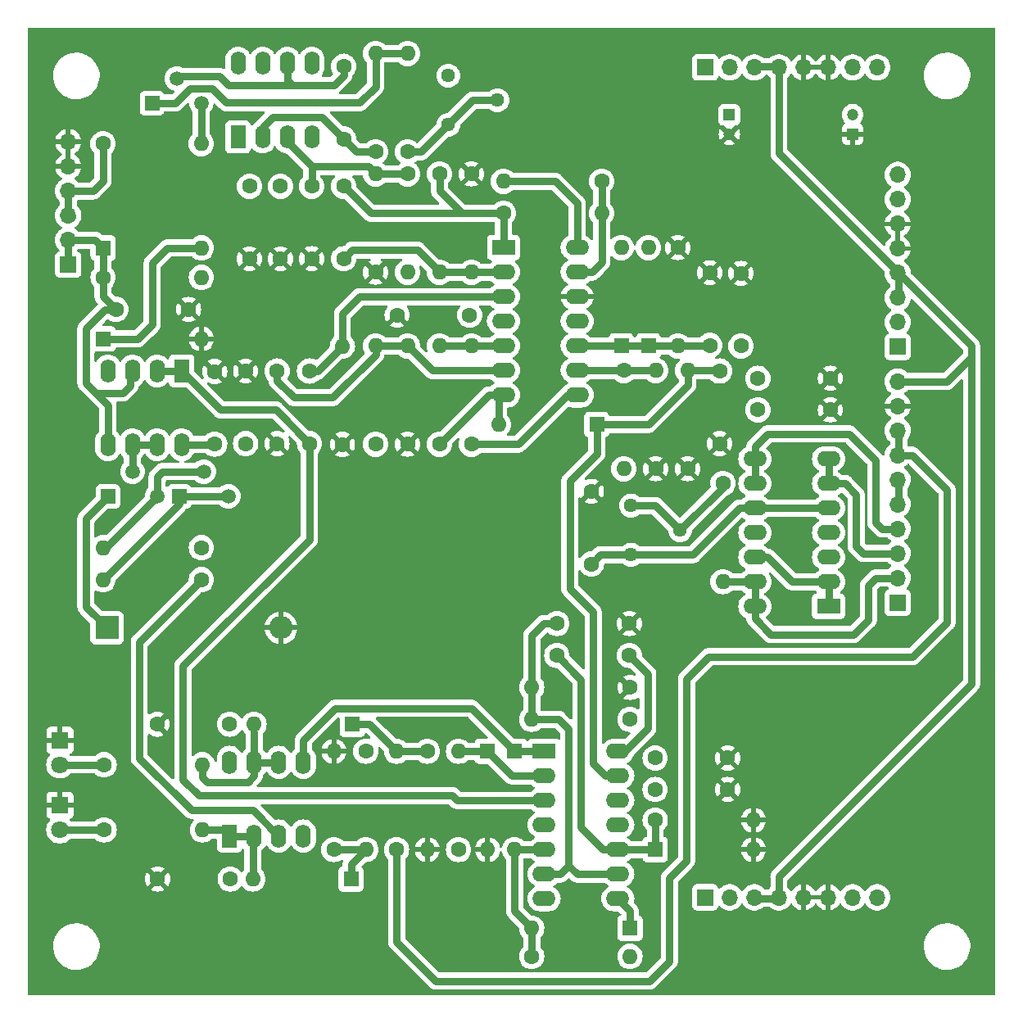
<source format=gtl>
%TF.GenerationSoftware,KiCad,Pcbnew,7.0.3*%
%TF.CreationDate,2023-06-01T17:59:28-04:00*%
%TF.ProjectId,MainModule,4d61696e-4d6f-4647-956c-652e6b696361,rev?*%
%TF.SameCoordinates,Original*%
%TF.FileFunction,Copper,L1,Top*%
%TF.FilePolarity,Positive*%
%FSLAX46Y46*%
G04 Gerber Fmt 4.6, Leading zero omitted, Abs format (unit mm)*
G04 Created by KiCad (PCBNEW 7.0.3) date 2023-06-01 17:59:28*
%MOMM*%
%LPD*%
G01*
G04 APERTURE LIST*
%TA.AperFunction,ComponentPad*%
%ADD10C,1.600000*%
%TD*%
%TA.AperFunction,ComponentPad*%
%ADD11O,1.600000X1.600000*%
%TD*%
%TA.AperFunction,ComponentPad*%
%ADD12R,1.600000X1.600000*%
%TD*%
%TA.AperFunction,ComponentPad*%
%ADD13R,1.600000X2.400000*%
%TD*%
%TA.AperFunction,ComponentPad*%
%ADD14O,1.600000X2.400000*%
%TD*%
%TA.AperFunction,ComponentPad*%
%ADD15R,1.700000X1.700000*%
%TD*%
%TA.AperFunction,ComponentPad*%
%ADD16O,1.700000X1.700000*%
%TD*%
%TA.AperFunction,ComponentPad*%
%ADD17R,2.400000X1.600000*%
%TD*%
%TA.AperFunction,ComponentPad*%
%ADD18O,2.400000X1.600000*%
%TD*%
%TA.AperFunction,ComponentPad*%
%ADD19R,1.500000X1.500000*%
%TD*%
%TA.AperFunction,ComponentPad*%
%ADD20C,1.500000*%
%TD*%
%TA.AperFunction,ComponentPad*%
%ADD21C,1.440000*%
%TD*%
%TA.AperFunction,ComponentPad*%
%ADD22R,1.200000X1.200000*%
%TD*%
%TA.AperFunction,ComponentPad*%
%ADD23C,1.200000*%
%TD*%
%TA.AperFunction,ComponentPad*%
%ADD24R,1.800000X1.800000*%
%TD*%
%TA.AperFunction,ComponentPad*%
%ADD25C,1.800000*%
%TD*%
%TA.AperFunction,ComponentPad*%
%ADD26R,2.400000X2.400000*%
%TD*%
%TA.AperFunction,ComponentPad*%
%ADD27O,2.400000X2.400000*%
%TD*%
%TA.AperFunction,ViaPad*%
%ADD28C,0.800000*%
%TD*%
%TA.AperFunction,Conductor*%
%ADD29C,0.750000*%
%TD*%
G04 APERTURE END LIST*
D10*
X34925000Y-74803000D03*
D11*
X34925000Y-84963000D03*
D12*
X50292000Y-74803000D03*
D11*
X50292000Y-84963000D03*
D10*
X38100000Y-84963000D03*
D11*
X38100000Y-74803000D03*
D10*
X44500800Y-84963000D03*
D11*
X44500800Y-74803000D03*
D10*
X42535000Y-43055000D03*
D11*
X42535000Y-32895000D03*
D10*
X45837000Y-43055000D03*
D11*
X45837000Y-32895000D03*
D10*
X62230000Y-68199000D03*
D11*
X52070000Y-68199000D03*
D12*
X61331000Y-32895000D03*
D11*
X61331000Y-22735000D03*
D13*
X20838000Y-83556000D03*
D14*
X23378000Y-83556000D03*
X25918000Y-83556000D03*
X28458000Y-83556000D03*
X28458000Y-75936000D03*
X25918000Y-75936000D03*
X23378000Y-75936000D03*
X20838000Y-75936000D03*
D10*
X7874000Y-82931000D03*
D11*
X18034000Y-82931000D03*
D10*
X39233000Y-15115000D03*
D11*
X39233000Y-25275000D03*
D10*
X49139000Y-19179000D03*
D11*
X59299000Y-19179000D03*
D10*
X17924662Y-53764000D03*
D11*
X7764662Y-53764000D03*
D10*
X62170000Y-61595000D03*
X54670000Y-61595000D03*
D15*
X70000000Y-89900000D03*
D16*
X72540000Y-89900000D03*
X75080000Y-89900000D03*
X77620000Y-89900000D03*
X80160000Y-89900000D03*
X82700000Y-89900000D03*
X85240000Y-89900000D03*
X87780000Y-89900000D03*
D15*
X70000000Y-4110000D03*
D16*
X72540000Y-4110000D03*
X75080000Y-4110000D03*
X77620000Y-4110000D03*
X80160000Y-4110000D03*
X82700000Y-4110000D03*
X85240000Y-4110000D03*
X87780000Y-4110000D03*
D17*
X49149000Y-22730000D03*
D18*
X49149000Y-25270000D03*
X49149000Y-27810000D03*
X49149000Y-30350000D03*
X49149000Y-32890000D03*
X49149000Y-35430000D03*
X49149000Y-37970000D03*
X56769000Y-37970000D03*
X56769000Y-35430000D03*
X56769000Y-32890000D03*
X56769000Y-30350000D03*
X56769000Y-27810000D03*
X56769000Y-25270000D03*
X56769000Y-22730000D03*
D15*
X89900000Y-33000000D03*
D16*
X89900000Y-30460000D03*
X89900000Y-27920000D03*
X89900000Y-25380000D03*
X89900000Y-22840000D03*
X89900000Y-20300000D03*
X89900000Y-17760000D03*
X89900000Y-15220000D03*
D12*
X33528000Y-72009000D03*
D11*
X23368000Y-72009000D03*
D10*
X7750000Y-12000000D03*
D11*
X17910000Y-12000000D03*
D12*
X62230000Y-93091000D03*
D11*
X52070000Y-93091000D03*
D13*
X15882662Y-35486000D03*
D14*
X13342662Y-35486000D03*
X10802662Y-35486000D03*
X8262662Y-35486000D03*
X8262662Y-43106000D03*
X10802662Y-43106000D03*
X13342662Y-43106000D03*
X15882662Y-43106000D03*
D10*
X71491000Y-42995000D03*
X71491000Y-35495000D03*
D19*
X15638662Y-48438000D03*
D20*
X18178662Y-45898000D03*
X20718662Y-48438000D03*
D10*
X26100000Y-23900000D03*
X26100000Y-16400000D03*
X7764662Y-25824000D03*
D11*
X17924662Y-25824000D03*
D10*
X20850000Y-72000000D03*
X13350000Y-72000000D03*
X35931000Y-43055000D03*
D11*
X35931000Y-32895000D03*
D13*
X21717000Y-11295000D03*
D14*
X24257000Y-11295000D03*
X26797000Y-11295000D03*
X29337000Y-11295000D03*
X29337000Y-3675000D03*
X26797000Y-3675000D03*
X24257000Y-3675000D03*
X21717000Y-3675000D03*
D21*
X62324000Y-54478000D03*
X67404000Y-51938000D03*
X62324000Y-49398000D03*
D10*
X54670000Y-64897000D03*
X62170000Y-64897000D03*
X19300662Y-43050000D03*
X19300662Y-35550000D03*
D19*
X12824000Y-7792000D03*
D20*
X15364000Y-5252000D03*
X17904000Y-7792000D03*
D22*
X85250000Y-11000000D03*
D23*
X85250000Y-9000000D03*
D10*
X39233000Y-12829000D03*
D11*
X39233000Y-2669000D03*
D10*
X73700000Y-25400000D03*
X73700000Y-32900000D03*
X29098000Y-35500000D03*
X29098000Y-43000000D03*
X45660000Y-29718000D03*
X38160000Y-29718000D03*
D24*
X3302000Y-80391000D03*
D25*
X3302000Y-82931000D03*
D10*
X35931000Y-25275000D03*
D11*
X35931000Y-15115000D03*
D12*
X64834000Y-84963000D03*
D11*
X74994000Y-84963000D03*
D10*
X7874000Y-76200000D03*
D11*
X18034000Y-76200000D03*
D10*
X67173000Y-22735000D03*
D11*
X67173000Y-32895000D03*
D22*
X72500000Y-9027401D03*
D23*
X72500000Y-11027401D03*
D10*
X39233000Y-43055000D03*
D11*
X39233000Y-32895000D03*
D12*
X64125000Y-32895000D03*
D11*
X64125000Y-22735000D03*
D12*
X47498000Y-74803000D03*
D11*
X47498000Y-84963000D03*
D10*
X35931000Y-12829000D03*
D11*
X35931000Y-2669000D03*
D17*
X82749000Y-59817000D03*
D18*
X82749000Y-57277000D03*
X82749000Y-54737000D03*
X82749000Y-52197000D03*
X82749000Y-49657000D03*
X82749000Y-47117000D03*
X82749000Y-44577000D03*
X75129000Y-44577000D03*
X75129000Y-47117000D03*
X75129000Y-49657000D03*
X75129000Y-52197000D03*
X75129000Y-54737000D03*
X75129000Y-57277000D03*
X75129000Y-59817000D03*
D10*
X64830000Y-75500000D03*
X72330000Y-75500000D03*
X64887000Y-45595000D03*
D11*
X64887000Y-35435000D03*
D10*
X52070000Y-96012000D03*
D11*
X62230000Y-96012000D03*
D10*
X22900000Y-16400000D03*
X22900000Y-23900000D03*
X61585000Y-35435000D03*
D11*
X61585000Y-45595000D03*
D19*
X8272662Y-48438000D03*
D20*
X10812662Y-45898000D03*
X13352662Y-48438000D03*
D10*
X45837000Y-15115000D03*
D11*
X45837000Y-25275000D03*
D10*
X32500000Y-43080000D03*
D11*
X32500000Y-32920000D03*
D10*
X32629000Y-11499000D03*
X32629000Y-3999000D03*
X32629000Y-23885000D03*
X32629000Y-16385000D03*
D24*
X3302000Y-73660000D03*
D25*
X3302000Y-76200000D03*
D15*
X4160000Y-24500000D03*
D16*
X4160000Y-21960000D03*
X4160000Y-19420000D03*
X4160000Y-16880000D03*
X4160000Y-14340000D03*
X4160000Y-11800000D03*
D10*
X72330000Y-78750000D03*
X64830000Y-78750000D03*
D26*
X8162662Y-62034500D03*
D27*
X26162662Y-62034500D03*
D10*
X68189000Y-45595000D03*
D11*
X68189000Y-35435000D03*
D10*
X31623000Y-84963000D03*
D11*
X31623000Y-74803000D03*
D10*
X42535000Y-15115000D03*
D11*
X42535000Y-25275000D03*
D10*
X82950000Y-39500000D03*
X75450000Y-39500000D03*
X41275000Y-74803000D03*
D11*
X41275000Y-84963000D03*
D10*
X29327000Y-16385000D03*
X29327000Y-23885000D03*
X62230000Y-71501000D03*
D11*
X52070000Y-71501000D03*
D10*
X75450000Y-36250000D03*
X82950000Y-36250000D03*
X71837000Y-47112000D03*
D11*
X71837000Y-57272000D03*
D10*
X16594662Y-29126000D03*
X9094662Y-29126000D03*
D12*
X58791000Y-41023000D03*
D11*
X48631000Y-41023000D03*
D10*
X22500000Y-35500000D03*
X22500000Y-43000000D03*
D17*
X53350000Y-74798000D03*
D18*
X53350000Y-77338000D03*
X53350000Y-79878000D03*
X53350000Y-82418000D03*
X53350000Y-84958000D03*
X53350000Y-87498000D03*
X53350000Y-90038000D03*
X60970000Y-90038000D03*
X60970000Y-87498000D03*
X60970000Y-84958000D03*
X60970000Y-82418000D03*
X60970000Y-79878000D03*
X60970000Y-77338000D03*
X60970000Y-74798000D03*
D12*
X7764662Y-32174000D03*
D11*
X17924662Y-32174000D03*
D21*
X43436000Y-10035000D03*
X48516000Y-7495000D03*
X43436000Y-4955000D03*
D12*
X7764662Y-22776000D03*
D11*
X17924662Y-22776000D03*
D10*
X25750000Y-43000000D03*
X25750000Y-35500000D03*
X13400000Y-88000000D03*
X20900000Y-88000000D03*
X17924662Y-57066000D03*
D11*
X7764662Y-57066000D03*
D10*
X58238000Y-55439000D03*
X58238000Y-47939000D03*
X70475000Y-25335000D03*
X70475000Y-32835000D03*
D12*
X33401000Y-88011000D03*
D11*
X23241000Y-88011000D03*
D10*
X59299000Y-15877000D03*
D11*
X49139000Y-15877000D03*
D15*
X89900000Y-59436000D03*
D16*
X89900000Y-56896000D03*
X89900000Y-54356000D03*
X89900000Y-51816000D03*
X89900000Y-49276000D03*
X89900000Y-46736000D03*
X89900000Y-44196000D03*
X89900000Y-41656000D03*
X89900000Y-39116000D03*
X89900000Y-36576000D03*
D10*
X64834000Y-81915000D03*
D11*
X74994000Y-81915000D03*
D28*
X85852000Y-55880000D03*
X85852000Y-45974000D03*
X78740000Y-53340000D03*
D29*
X15882662Y-43106000D02*
X19244662Y-43106000D01*
X19244662Y-43106000D02*
X19300662Y-43050000D01*
X32500000Y-32920000D02*
X32500000Y-29560000D01*
X34250000Y-27810000D02*
X49149000Y-27810000D01*
X29920000Y-35500000D02*
X32500000Y-32920000D01*
X29098000Y-35500000D02*
X29920000Y-35500000D01*
X32500000Y-29560000D02*
X34250000Y-27810000D01*
X15882662Y-35486000D02*
X13342662Y-35486000D01*
X19896662Y-39500000D02*
X25598000Y-39500000D01*
X16002000Y-77724000D02*
X16002000Y-65998000D01*
X16002000Y-65998000D02*
X29098000Y-52902000D01*
X25598000Y-39500000D02*
X29098000Y-43000000D01*
X43840400Y-79375000D02*
X17653000Y-79375000D01*
X44348400Y-79883000D02*
X43840400Y-79375000D01*
X17653000Y-79375000D02*
X16002000Y-77724000D01*
X15882662Y-35486000D02*
X19896662Y-39500000D01*
X53350000Y-79878000D02*
X44353400Y-79878000D01*
X29098000Y-52902000D02*
X29098000Y-43000000D01*
X44353400Y-79878000D02*
X44348400Y-79883000D01*
X10558662Y-35730000D02*
X10802662Y-35486000D01*
X8262662Y-39022000D02*
X7002662Y-37762000D01*
X6948662Y-21960000D02*
X7764662Y-22776000D01*
X7002662Y-37762000D02*
X9796662Y-37762000D01*
X7764662Y-22776000D02*
X7764662Y-25824000D01*
X4160000Y-24500000D02*
X4160000Y-21960000D01*
X5986662Y-36746000D02*
X7002662Y-37762000D01*
X9796662Y-37762000D02*
X10558662Y-37000000D01*
X9094662Y-29126000D02*
X7963292Y-29126000D01*
X8262662Y-43106000D02*
X8262662Y-39022000D01*
X4160000Y-21960000D02*
X6948662Y-21960000D01*
X7764662Y-27796000D02*
X9094662Y-29126000D01*
X5986662Y-31102630D02*
X5986662Y-36746000D01*
X7963292Y-29126000D02*
X5986662Y-31102630D01*
X7764662Y-25824000D02*
X7764662Y-27796000D01*
X10558662Y-37000000D02*
X10558662Y-35730000D01*
X32629000Y-23885000D02*
X33525000Y-22989000D01*
X49149000Y-25270000D02*
X45842000Y-25270000D01*
X40249000Y-22989000D02*
X42535000Y-25275000D01*
X45837000Y-25275000D02*
X42535000Y-25275000D01*
X33525000Y-22989000D02*
X40249000Y-22989000D01*
X45842000Y-25270000D02*
X45837000Y-25275000D01*
X32629000Y-16385000D02*
X35423000Y-19179000D01*
X35423000Y-19179000D02*
X44821000Y-19179000D01*
X49139000Y-19179000D02*
X44821000Y-19179000D01*
X42535000Y-16893000D02*
X42535000Y-15115000D01*
X49149000Y-21729000D02*
X49139000Y-21719000D01*
X49149000Y-21729000D02*
X49149000Y-22730000D01*
X44821000Y-19179000D02*
X42535000Y-16893000D01*
X49139000Y-21719000D02*
X49139000Y-19179000D01*
X35931000Y-15115000D02*
X39233000Y-15115000D01*
X35169000Y-14353000D02*
X35931000Y-15115000D01*
X29327000Y-14353000D02*
X29327000Y-16385000D01*
X29327000Y-14353000D02*
X35169000Y-14353000D01*
X26797000Y-11295000D02*
X26797000Y-11823000D01*
X26797000Y-11823000D02*
X29327000Y-14353000D01*
X25263000Y-9273000D02*
X30403000Y-9273000D01*
X24257000Y-10279000D02*
X25263000Y-9273000D01*
X32629000Y-11499000D02*
X33959000Y-12829000D01*
X33959000Y-12829000D02*
X35931000Y-12829000D01*
X24257000Y-11295000D02*
X24257000Y-10279000D01*
X30403000Y-9273000D02*
X32629000Y-11499000D01*
X26797000Y-3675000D02*
X26797000Y-5473000D01*
X31613000Y-5971000D02*
X32629000Y-4955000D01*
X19800000Y-5050000D02*
X15566000Y-5050000D01*
X27295000Y-5971000D02*
X31613000Y-5971000D01*
X26797000Y-5473000D02*
X27295000Y-5971000D01*
X27295000Y-5971000D02*
X20721000Y-5971000D01*
X15566000Y-5050000D02*
X15364000Y-5252000D01*
X32629000Y-4955000D02*
X32629000Y-3999000D01*
X20721000Y-5971000D02*
X19800000Y-5050000D01*
X56769000Y-32890000D02*
X61326000Y-32890000D01*
X61326000Y-32890000D02*
X61331000Y-32895000D01*
X70415000Y-32895000D02*
X70475000Y-32835000D01*
X67173000Y-32895000D02*
X70415000Y-32895000D01*
X67173000Y-32895000D02*
X64125000Y-32895000D01*
X64125000Y-32895000D02*
X61331000Y-32895000D01*
X39233000Y-32895000D02*
X41768000Y-35430000D01*
X25750000Y-36500000D02*
X27500000Y-38250000D01*
X35931000Y-33819000D02*
X35931000Y-32895000D01*
X25750000Y-35500000D02*
X25750000Y-36500000D01*
X35931000Y-32895000D02*
X39233000Y-32895000D01*
X41768000Y-35430000D02*
X49149000Y-35430000D01*
X31500000Y-38250000D02*
X35931000Y-33819000D01*
X27500000Y-38250000D02*
X31500000Y-38250000D01*
X58420000Y-60420000D02*
X56007000Y-58007000D01*
X59695000Y-77338000D02*
X59690000Y-77343000D01*
X58791000Y-44079000D02*
X58791000Y-41023000D01*
X64125000Y-41023000D02*
X68189000Y-36959000D01*
X58791000Y-41023000D02*
X64125000Y-41023000D01*
X56007000Y-46863000D02*
X58791000Y-44079000D01*
X60970000Y-77338000D02*
X59695000Y-77338000D01*
X56007000Y-58007000D02*
X56007000Y-46863000D01*
X71431000Y-35435000D02*
X71491000Y-35495000D01*
X68189000Y-35435000D02*
X71431000Y-35435000D01*
X58420000Y-76073000D02*
X58420000Y-60420000D01*
X59690000Y-77343000D02*
X58420000Y-76073000D01*
X68189000Y-36959000D02*
X68189000Y-35435000D01*
X55880000Y-86614000D02*
X56764000Y-87498000D01*
X56764000Y-87498000D02*
X60970000Y-87498000D01*
X55880000Y-72517000D02*
X55880000Y-84968000D01*
X54864000Y-71501000D02*
X55880000Y-72517000D01*
X52070000Y-62865000D02*
X53340000Y-61595000D01*
X54996000Y-87498000D02*
X53350000Y-87498000D01*
X55880000Y-84968000D02*
X55880000Y-86614000D01*
X55880000Y-86614000D02*
X54996000Y-87498000D01*
X53340000Y-61595000D02*
X54670000Y-61595000D01*
X52070000Y-71501000D02*
X54864000Y-71501000D01*
X52070000Y-68199000D02*
X52070000Y-71501000D01*
X52070000Y-68199000D02*
X52070000Y-62865000D01*
X62324000Y-54478000D02*
X68712000Y-54478000D01*
X75129000Y-49657000D02*
X82749000Y-49657000D01*
X62324000Y-54478000D02*
X59199000Y-54478000D01*
X59199000Y-54478000D02*
X58238000Y-55439000D01*
X68712000Y-54478000D02*
X73533000Y-49657000D01*
X73533000Y-49657000D02*
X75129000Y-49657000D01*
X54670000Y-64897000D02*
X57150000Y-67377000D01*
X57150000Y-67377000D02*
X57150000Y-82677000D01*
X64834000Y-84963000D02*
X64834000Y-81915000D01*
X60970000Y-84958000D02*
X64829000Y-84958000D01*
X64829000Y-84958000D02*
X64834000Y-84963000D01*
X59436000Y-84963000D02*
X59441000Y-84958000D01*
X57150000Y-82677000D02*
X59436000Y-84963000D01*
X59441000Y-84958000D02*
X60970000Y-84958000D01*
X64074000Y-66801000D02*
X64074000Y-72426000D01*
X61702000Y-74798000D02*
X60970000Y-74798000D01*
X64074000Y-72426000D02*
X61702000Y-74798000D01*
X62170000Y-64897000D02*
X64074000Y-66801000D01*
X5986662Y-50724000D02*
X8272662Y-48438000D01*
X5986662Y-59858500D02*
X5986662Y-50724000D01*
X8162662Y-62034500D02*
X5986662Y-59858500D01*
X11320662Y-32174000D02*
X12844662Y-30650000D01*
X12844662Y-24300000D02*
X14368662Y-22776000D01*
X7764662Y-32174000D02*
X11320662Y-32174000D01*
X12844662Y-30650000D02*
X12844662Y-24300000D01*
X14368662Y-22776000D02*
X17924662Y-22776000D01*
X49139000Y-15877000D02*
X54473000Y-15877000D01*
X54473000Y-15877000D02*
X56769000Y-18173000D01*
X56769000Y-18173000D02*
X56769000Y-22730000D01*
X42535000Y-43055000D02*
X47620000Y-37970000D01*
X47620000Y-37970000D02*
X49149000Y-37970000D01*
X48631000Y-41023000D02*
X48631000Y-38488000D01*
X48631000Y-38488000D02*
X49149000Y-37970000D01*
X53350000Y-77338000D02*
X50033000Y-77338000D01*
X50033000Y-77338000D02*
X47498000Y-74803000D01*
X44500800Y-74803000D02*
X47498000Y-74803000D01*
X62230000Y-91298000D02*
X60970000Y-90038000D01*
X62230000Y-93091000D02*
X62230000Y-91298000D01*
X50292000Y-91313000D02*
X50292000Y-84963000D01*
X53345000Y-84963000D02*
X53350000Y-84958000D01*
X52070000Y-93091000D02*
X50292000Y-91313000D01*
X52070000Y-96012000D02*
X52070000Y-93091000D01*
X50292000Y-84963000D02*
X53345000Y-84963000D01*
X28458000Y-73650000D02*
X28458000Y-75936000D01*
X31750000Y-70358000D02*
X28458000Y-73650000D01*
X50292000Y-74803000D02*
X45847000Y-70358000D01*
X45847000Y-70358000D02*
X31750000Y-70358000D01*
X53345000Y-74803000D02*
X53350000Y-74798000D01*
X50292000Y-74803000D02*
X53345000Y-74803000D01*
X33401000Y-86487000D02*
X34925000Y-84963000D01*
X33401000Y-88011000D02*
X33401000Y-86487000D01*
X31623000Y-84963000D02*
X34925000Y-84963000D01*
X23241000Y-88011000D02*
X23241000Y-83693000D01*
X23241000Y-83693000D02*
X23378000Y-83556000D01*
X20838000Y-83556000D02*
X23378000Y-83556000D01*
X20213000Y-82931000D02*
X20838000Y-83556000D01*
X18034000Y-82931000D02*
X20213000Y-82931000D01*
X41275000Y-74803000D02*
X38100000Y-74803000D01*
X33528000Y-72009000D02*
X35306000Y-72009000D01*
X35306000Y-72009000D02*
X38100000Y-74803000D01*
X18034000Y-77470000D02*
X18542000Y-77978000D01*
X18542000Y-77978000D02*
X22733000Y-77978000D01*
X22733000Y-77978000D02*
X23378000Y-77333000D01*
X23378000Y-75936000D02*
X23378000Y-72852500D01*
X23378000Y-72852500D02*
X23388000Y-72842500D01*
X25918000Y-75936000D02*
X23378000Y-75936000D01*
X23378000Y-77333000D02*
X23378000Y-75936000D01*
X18034000Y-76200000D02*
X18034000Y-77470000D01*
X3302000Y-82931000D02*
X7874000Y-82931000D01*
X3302000Y-76200000D02*
X7874000Y-76200000D01*
X77620000Y-13000000D02*
X90000000Y-25380000D01*
X97536000Y-67056000D02*
X97536000Y-32916000D01*
X90000000Y-36576000D02*
X94996000Y-36576000D01*
X90000000Y-25380000D02*
X90000000Y-27920000D01*
X77620000Y-4000000D02*
X75080000Y-4000000D01*
X94996000Y-36576000D02*
X97536000Y-34036000D01*
X77620000Y-89900000D02*
X77620000Y-87734000D01*
X77620000Y-87734000D02*
X97536000Y-67818000D01*
X75080000Y-90000000D02*
X77640000Y-90000000D01*
X97536000Y-67818000D02*
X97536000Y-67056000D01*
X77620000Y-4000000D02*
X77620000Y-13000000D01*
X97536000Y-32916000D02*
X90000000Y-25380000D01*
X7750000Y-15872000D02*
X6742000Y-16880000D01*
X4160000Y-16880000D02*
X4160000Y-19420000D01*
X6742000Y-16880000D02*
X4160000Y-16880000D01*
X7750000Y-12000000D02*
X7750000Y-15872000D01*
X7688000Y-11938000D02*
X7750000Y-12000000D01*
X4064000Y-19558000D02*
X4546662Y-19558000D01*
X76414000Y-54737000D02*
X78954000Y-57277000D01*
X89619000Y-59817000D02*
X90000000Y-59436000D01*
X78954000Y-57277000D02*
X82749000Y-57277000D01*
X82749000Y-59817000D02*
X82749000Y-57277000D01*
X75129000Y-54737000D02*
X76414000Y-54737000D01*
X75124000Y-57272000D02*
X75129000Y-57277000D01*
X76795000Y-62738000D02*
X85344000Y-62738000D01*
X86868000Y-57658000D02*
X87630000Y-56896000D01*
X87630000Y-56896000D02*
X89900000Y-56896000D01*
X75129000Y-59817000D02*
X75129000Y-61072000D01*
X75129000Y-61072000D02*
X76795000Y-62738000D01*
X71837000Y-57272000D02*
X75124000Y-57272000D01*
X85344000Y-62738000D02*
X86868000Y-61214000D01*
X75129000Y-59817000D02*
X75129000Y-57277000D01*
X86868000Y-61214000D02*
X86868000Y-57658000D01*
X84455000Y-47117000D02*
X85598000Y-48260000D01*
X85598000Y-53594000D02*
X86360000Y-54356000D01*
X82749000Y-47117000D02*
X84455000Y-47117000D01*
X86360000Y-54356000D02*
X90000000Y-54356000D01*
X85598000Y-48260000D02*
X85598000Y-53594000D01*
X82749000Y-44577000D02*
X82749000Y-47117000D01*
X76441000Y-42000000D02*
X75139000Y-43302000D01*
X75129000Y-47117000D02*
X75129000Y-44577000D01*
X90000000Y-51816000D02*
X88265000Y-51816000D01*
X88265000Y-51816000D02*
X87630000Y-51181000D01*
X75139000Y-44567000D02*
X75129000Y-44577000D01*
X87630000Y-44704000D02*
X84926000Y-42000000D01*
X84926000Y-42000000D02*
X76441000Y-42000000D01*
X87630000Y-51181000D02*
X87630000Y-44704000D01*
X75139000Y-43302000D02*
X75139000Y-44567000D01*
X90000000Y-49276000D02*
X90000000Y-46736000D01*
X42164000Y-98552000D02*
X64262000Y-98552000D01*
X94996000Y-47752000D02*
X91440000Y-44196000D01*
X66294000Y-96520000D02*
X66294000Y-87884000D01*
X91440000Y-65024000D02*
X94996000Y-61468000D01*
X94996000Y-61468000D02*
X94996000Y-47752000D01*
X66294000Y-87884000D02*
X68072000Y-86106000D01*
X90000000Y-44196000D02*
X90000000Y-41656000D01*
X68072000Y-86106000D02*
X68072000Y-67310000D01*
X68072000Y-67310000D02*
X70358000Y-65024000D01*
X64262000Y-98552000D02*
X66294000Y-96520000D01*
X91440000Y-44196000D02*
X90000000Y-44196000D01*
X38100000Y-84963000D02*
X38100000Y-94488000D01*
X38100000Y-94488000D02*
X42164000Y-98552000D01*
X70358000Y-65024000D02*
X91440000Y-65024000D01*
X12824000Y-7792000D02*
X15208000Y-7792000D01*
X19000000Y-6250000D02*
X20500000Y-7750000D01*
X15208000Y-7792000D02*
X16750000Y-6250000D01*
X35941000Y-6096000D02*
X35931000Y-6086000D01*
X20500000Y-7750000D02*
X34287000Y-7750000D01*
X16750000Y-6250000D02*
X19000000Y-6250000D01*
X39233000Y-2669000D02*
X35931000Y-2669000D01*
X34287000Y-7750000D02*
X35941000Y-6096000D01*
X35931000Y-6086000D02*
X35931000Y-2669000D01*
X17910000Y-7798000D02*
X17904000Y-7792000D01*
X17910000Y-12000000D02*
X17910000Y-7798000D01*
X13342662Y-43106000D02*
X10802662Y-43106000D01*
X10812662Y-45898000D02*
X10812662Y-43116000D01*
X10812662Y-43116000D02*
X10802662Y-43106000D01*
X13852662Y-45898000D02*
X18178662Y-45898000D01*
X13352662Y-46398000D02*
X13852662Y-45898000D01*
X8026662Y-53764000D02*
X7764662Y-53764000D01*
X13352662Y-48438000D02*
X13352662Y-46398000D01*
X13352662Y-48438000D02*
X8026662Y-53764000D01*
X15638662Y-49192000D02*
X15638662Y-48438000D01*
X7764662Y-57066000D02*
X15638662Y-49192000D01*
X15638662Y-48438000D02*
X20718662Y-48438000D01*
X40642000Y-12829000D02*
X43436000Y-10035000D01*
X39233000Y-12829000D02*
X40642000Y-12829000D01*
X43436000Y-10035000D02*
X45978000Y-7493000D01*
X46738000Y-7495000D02*
X48516000Y-7495000D01*
X46736000Y-7493000D02*
X46738000Y-7495000D01*
X45978000Y-7493000D02*
X46736000Y-7493000D01*
X59299000Y-24259000D02*
X58283000Y-25275000D01*
X58283000Y-25275000D02*
X58278000Y-25270000D01*
X58278000Y-25270000D02*
X56769000Y-25270000D01*
X59299000Y-19179000D02*
X59299000Y-15877000D01*
X59299000Y-19179000D02*
X59299000Y-24259000D01*
X56774000Y-35435000D02*
X56769000Y-35430000D01*
X61585000Y-35435000D02*
X56774000Y-35435000D01*
X64887000Y-35435000D02*
X61585000Y-35435000D01*
X50663000Y-43055000D02*
X45837000Y-43055000D01*
X55748000Y-37970000D02*
X50663000Y-43055000D01*
X56769000Y-37970000D02*
X55748000Y-37970000D01*
X11500000Y-75508000D02*
X11500000Y-63490662D01*
X23261000Y-80899000D02*
X16891000Y-80899000D01*
X25918000Y-83556000D02*
X23261000Y-80899000D01*
X11500000Y-63490662D02*
X17924662Y-57066000D01*
X16891000Y-80899000D02*
X11500000Y-75508000D01*
X49144000Y-32895000D02*
X49149000Y-32890000D01*
X45837000Y-32895000D02*
X49144000Y-32895000D01*
X42535000Y-32895000D02*
X45837000Y-32895000D01*
X71837000Y-47505000D02*
X67404000Y-51938000D01*
X62324000Y-49398000D02*
X64864000Y-49398000D01*
X71837000Y-47112000D02*
X71837000Y-47505000D01*
X64864000Y-49398000D02*
X67404000Y-51938000D01*
%TA.AperFunction,Conductor*%
G36*
X82240507Y-89690156D02*
G01*
X82200000Y-89828111D01*
X82200000Y-89971889D01*
X82240507Y-90109844D01*
X82266314Y-90150000D01*
X80593686Y-90150000D01*
X80619493Y-90109844D01*
X80660000Y-89971889D01*
X80660000Y-89828111D01*
X80619493Y-89690156D01*
X80593686Y-89650000D01*
X82266314Y-89650000D01*
X82240507Y-89690156D01*
G37*
%TD.AperFunction*%
%TA.AperFunction,Conductor*%
G36*
X45496719Y-71261185D02*
G01*
X45517361Y-71277819D01*
X47522361Y-73282819D01*
X47555846Y-73344142D01*
X47550862Y-73413834D01*
X47508990Y-73469767D01*
X47443526Y-73494184D01*
X47434680Y-73494500D01*
X46649345Y-73494500D01*
X46588797Y-73501011D01*
X46588795Y-73501011D01*
X46451795Y-73552111D01*
X46334739Y-73639739D01*
X46247111Y-73756795D01*
X46216511Y-73838835D01*
X46174639Y-73894768D01*
X46109174Y-73919184D01*
X46100330Y-73919500D01*
X45519160Y-73919500D01*
X45452121Y-73899815D01*
X45431479Y-73883181D01*
X45345104Y-73796806D01*
X45345100Y-73796802D01*
X45157549Y-73665477D01*
X45157545Y-73665475D01*
X44950049Y-73568718D01*
X44950038Y-73568714D01*
X44728889Y-73509457D01*
X44728881Y-73509456D01*
X44500802Y-73489502D01*
X44500798Y-73489502D01*
X44272718Y-73509456D01*
X44272710Y-73509457D01*
X44051561Y-73568714D01*
X44051550Y-73568718D01*
X43844054Y-73665475D01*
X43844052Y-73665476D01*
X43799757Y-73696492D01*
X43656500Y-73796802D01*
X43656498Y-73796803D01*
X43656495Y-73796806D01*
X43494606Y-73958695D01*
X43494603Y-73958698D01*
X43494602Y-73958700D01*
X43454510Y-74015957D01*
X43363276Y-74146252D01*
X43363275Y-74146254D01*
X43266518Y-74353750D01*
X43266514Y-74353761D01*
X43207257Y-74574910D01*
X43207256Y-74574918D01*
X43187302Y-74802998D01*
X43187302Y-74803001D01*
X43207256Y-75031081D01*
X43207257Y-75031089D01*
X43266514Y-75252238D01*
X43266518Y-75252249D01*
X43360945Y-75454749D01*
X43363277Y-75459749D01*
X43494602Y-75647300D01*
X43656500Y-75809198D01*
X43844051Y-75940523D01*
X43941335Y-75985887D01*
X44051550Y-76037281D01*
X44051552Y-76037281D01*
X44051557Y-76037284D01*
X44272713Y-76096543D01*
X44435632Y-76110796D01*
X44500798Y-76116498D01*
X44500800Y-76116498D01*
X44500802Y-76116498D01*
X44557939Y-76111499D01*
X44728887Y-76096543D01*
X44950043Y-76037284D01*
X45157549Y-75940523D01*
X45345100Y-75809198D01*
X45431479Y-75722818D01*
X45492802Y-75689334D01*
X45519160Y-75686500D01*
X46100330Y-75686500D01*
X46167369Y-75706185D01*
X46213124Y-75758989D01*
X46216511Y-75767165D01*
X46239068Y-75827641D01*
X46247111Y-75849204D01*
X46334739Y-75966261D01*
X46451796Y-76053889D01*
X46566152Y-76096542D01*
X46575393Y-76099989D01*
X46588799Y-76104989D01*
X46616050Y-76107918D01*
X46649345Y-76111499D01*
X46649362Y-76111500D01*
X47505680Y-76111500D01*
X47572719Y-76131185D01*
X47593361Y-76147819D01*
X49352201Y-77906659D01*
X49364835Y-77921450D01*
X49372815Y-77932434D01*
X49423447Y-77978023D01*
X49425784Y-77980242D01*
X49441010Y-77995468D01*
X49441020Y-77995477D01*
X49457756Y-78009030D01*
X49460224Y-78011138D01*
X49510826Y-78056700D01*
X49510829Y-78056702D01*
X49510831Y-78056704D01*
X49522587Y-78063491D01*
X49538617Y-78074508D01*
X49549161Y-78083047D01*
X49597555Y-78107705D01*
X49609824Y-78113956D01*
X49612678Y-78115505D01*
X49671669Y-78149564D01*
X49671671Y-78149564D01*
X49671672Y-78149565D01*
X49684569Y-78153756D01*
X49702547Y-78161201D01*
X49714637Y-78167362D01*
X49780416Y-78184987D01*
X49783517Y-78185905D01*
X49848298Y-78206954D01*
X49859442Y-78208125D01*
X49861791Y-78208372D01*
X49880932Y-78211920D01*
X49888623Y-78213980D01*
X49894028Y-78215429D01*
X49962039Y-78218992D01*
X49965242Y-78219244D01*
X49986694Y-78221500D01*
X50008244Y-78221500D01*
X50011487Y-78221584D01*
X50079493Y-78225149D01*
X50092890Y-78223027D01*
X50112290Y-78221500D01*
X51931640Y-78221500D01*
X51998679Y-78241185D01*
X52019321Y-78257819D01*
X52105700Y-78344198D01*
X52293250Y-78475523D01*
X52293251Y-78475523D01*
X52336345Y-78495618D01*
X52388784Y-78541791D01*
X52407936Y-78608984D01*
X52387720Y-78675865D01*
X52336345Y-78720382D01*
X52293251Y-78740476D01*
X52220321Y-78791543D01*
X52105700Y-78871802D01*
X52105698Y-78871803D01*
X52105695Y-78871806D01*
X52019321Y-78958181D01*
X51957998Y-78991666D01*
X51931640Y-78994500D01*
X44760720Y-78994500D01*
X44693681Y-78974815D01*
X44673039Y-78958181D01*
X44521198Y-78806340D01*
X44508560Y-78791543D01*
X44500585Y-78780566D01*
X44466639Y-78750001D01*
X44449953Y-78734977D01*
X44447614Y-78732756D01*
X44432390Y-78717532D01*
X44432377Y-78717520D01*
X44415643Y-78703969D01*
X44413176Y-78701862D01*
X44398659Y-78688792D01*
X44362569Y-78656296D01*
X44359229Y-78654368D01*
X44350811Y-78649507D01*
X44334776Y-78638486D01*
X44324244Y-78629957D01*
X44324243Y-78629956D01*
X44324239Y-78629953D01*
X44314228Y-78624852D01*
X44263557Y-78599033D01*
X44260704Y-78597484D01*
X44201732Y-78563436D01*
X44201725Y-78563433D01*
X44188824Y-78559241D01*
X44170856Y-78551799D01*
X44158761Y-78545637D01*
X44092972Y-78528008D01*
X44089860Y-78527087D01*
X44025108Y-78506047D01*
X44025096Y-78506045D01*
X44011602Y-78504626D01*
X43992488Y-78501083D01*
X43979374Y-78497570D01*
X43979370Y-78497569D01*
X43911357Y-78494004D01*
X43908125Y-78493750D01*
X43893465Y-78492210D01*
X43886706Y-78491500D01*
X43886702Y-78491500D01*
X43865174Y-78491500D01*
X43861930Y-78491415D01*
X43793907Y-78487850D01*
X43793906Y-78487850D01*
X43793905Y-78487850D01*
X43780503Y-78489973D01*
X43761104Y-78491500D01*
X23768319Y-78491500D01*
X23701280Y-78471815D01*
X23655525Y-78419011D01*
X23645581Y-78349853D01*
X23674606Y-78286297D01*
X23680621Y-78279835D01*
X23946666Y-78013789D01*
X23961450Y-78001164D01*
X23972434Y-77993185D01*
X24018022Y-77942552D01*
X24020225Y-77940230D01*
X24035472Y-77924985D01*
X24049046Y-77908220D01*
X24051102Y-77905813D01*
X24096704Y-77855169D01*
X24103490Y-77843412D01*
X24114501Y-77827391D01*
X24123047Y-77816839D01*
X24153985Y-77756117D01*
X24155489Y-77753347D01*
X24189564Y-77694331D01*
X24193757Y-77681423D01*
X24201202Y-77663451D01*
X24207362Y-77651363D01*
X24224991Y-77585563D01*
X24225906Y-77582479D01*
X24239925Y-77539334D01*
X24246954Y-77517702D01*
X24248372Y-77504211D01*
X24251920Y-77485068D01*
X24255430Y-77471971D01*
X24258994Y-77403943D01*
X24259247Y-77400734D01*
X24261500Y-77379306D01*
X24261500Y-77357773D01*
X24261585Y-77354533D01*
X24261655Y-77353179D01*
X24261948Y-77347598D01*
X24285108Y-77281682D01*
X24298089Y-77266407D01*
X24384198Y-77180300D01*
X24515523Y-76992749D01*
X24535617Y-76949655D01*
X24581790Y-76897215D01*
X24648983Y-76878063D01*
X24715864Y-76898278D01*
X24760382Y-76949655D01*
X24780477Y-76992749D01*
X24911802Y-77180300D01*
X25073700Y-77342198D01*
X25261251Y-77473523D01*
X25351735Y-77515716D01*
X25468750Y-77570281D01*
X25468752Y-77570281D01*
X25468757Y-77570284D01*
X25689913Y-77629543D01*
X25852832Y-77643796D01*
X25917998Y-77649498D01*
X25918000Y-77649498D01*
X25918002Y-77649498D01*
X25975021Y-77644509D01*
X26146087Y-77629543D01*
X26367243Y-77570284D01*
X26574749Y-77473523D01*
X26762300Y-77342198D01*
X26924198Y-77180300D01*
X27055523Y-76992749D01*
X27075617Y-76949655D01*
X27121790Y-76897215D01*
X27188983Y-76878063D01*
X27255864Y-76898278D01*
X27300382Y-76949655D01*
X27320477Y-76992749D01*
X27451802Y-77180300D01*
X27613700Y-77342198D01*
X27801251Y-77473523D01*
X27891735Y-77515716D01*
X28008750Y-77570281D01*
X28008752Y-77570281D01*
X28008757Y-77570284D01*
X28229913Y-77629543D01*
X28392832Y-77643796D01*
X28457998Y-77649498D01*
X28458000Y-77649498D01*
X28458002Y-77649498D01*
X28515021Y-77644509D01*
X28686087Y-77629543D01*
X28907243Y-77570284D01*
X29114749Y-77473523D01*
X29302300Y-77342198D01*
X29464198Y-77180300D01*
X29595523Y-76992749D01*
X29692284Y-76785243D01*
X29751543Y-76564087D01*
X29766500Y-76393127D01*
X29766500Y-75478873D01*
X29751543Y-75307913D01*
X29692284Y-75086757D01*
X29595523Y-74879251D01*
X29464198Y-74691700D01*
X29377818Y-74605320D01*
X29349249Y-74552999D01*
X30344127Y-74552999D01*
X30344128Y-74553000D01*
X31307314Y-74553000D01*
X31295359Y-74564955D01*
X31237835Y-74677852D01*
X31218014Y-74803000D01*
X31237835Y-74928148D01*
X31295359Y-75041045D01*
X31307314Y-75053000D01*
X30344128Y-75053000D01*
X30396730Y-75249317D01*
X30396734Y-75249326D01*
X30492865Y-75455482D01*
X30623342Y-75641820D01*
X30784179Y-75802657D01*
X30970517Y-75933134D01*
X31176673Y-76029265D01*
X31176682Y-76029269D01*
X31372999Y-76081872D01*
X31373000Y-76081871D01*
X31373000Y-75118686D01*
X31384955Y-75130641D01*
X31497852Y-75188165D01*
X31591519Y-75203000D01*
X31654481Y-75203000D01*
X31748148Y-75188165D01*
X31861045Y-75130641D01*
X31873000Y-75118686D01*
X31873000Y-76081872D01*
X32069317Y-76029269D01*
X32069326Y-76029265D01*
X32275482Y-75933134D01*
X32461820Y-75802657D01*
X32622657Y-75641820D01*
X32753134Y-75455482D01*
X32849265Y-75249326D01*
X32849269Y-75249317D01*
X32901872Y-75053000D01*
X31938686Y-75053000D01*
X31950641Y-75041045D01*
X32008165Y-74928148D01*
X32027986Y-74803000D01*
X32008165Y-74677852D01*
X31950641Y-74564955D01*
X31938686Y-74553000D01*
X32901872Y-74553000D01*
X32901872Y-74552999D01*
X32849269Y-74356682D01*
X32849265Y-74356673D01*
X32753134Y-74150517D01*
X32622657Y-73964179D01*
X32461820Y-73803342D01*
X32275482Y-73672865D01*
X32069328Y-73576734D01*
X31873000Y-73524127D01*
X31873000Y-74487314D01*
X31861045Y-74475359D01*
X31748148Y-74417835D01*
X31654481Y-74403000D01*
X31591519Y-74403000D01*
X31497852Y-74417835D01*
X31384955Y-74475359D01*
X31373000Y-74487314D01*
X31373000Y-73524127D01*
X31176671Y-73576734D01*
X30970517Y-73672865D01*
X30784179Y-73803342D01*
X30623342Y-73964179D01*
X30492865Y-74150517D01*
X30396734Y-74356673D01*
X30396730Y-74356682D01*
X30344127Y-74552999D01*
X29349249Y-74552999D01*
X29344334Y-74543998D01*
X29341500Y-74517640D01*
X29341500Y-74067319D01*
X29361185Y-74000280D01*
X29377819Y-73979638D01*
X30718934Y-72638523D01*
X32007821Y-71349636D01*
X32069142Y-71316153D01*
X32138834Y-71321137D01*
X32194767Y-71363009D01*
X32219184Y-71428473D01*
X32219500Y-71437319D01*
X32219500Y-72857654D01*
X32226011Y-72918202D01*
X32226011Y-72918204D01*
X32269335Y-73034356D01*
X32277111Y-73055204D01*
X32364739Y-73172261D01*
X32481796Y-73259889D01*
X32618799Y-73310989D01*
X32646050Y-73313918D01*
X32679345Y-73317499D01*
X32679362Y-73317500D01*
X34376638Y-73317500D01*
X34376654Y-73317499D01*
X34403692Y-73314591D01*
X34437201Y-73310989D01*
X34574204Y-73259889D01*
X34691261Y-73172261D01*
X34778889Y-73055204D01*
X34799440Y-73000103D01*
X34841309Y-72944173D01*
X34906773Y-72919756D01*
X34975046Y-72934607D01*
X35003301Y-72955759D01*
X35377610Y-73330068D01*
X35411095Y-73391391D01*
X35406111Y-73461083D01*
X35364239Y-73517016D01*
X35298775Y-73541433D01*
X35257836Y-73537524D01*
X35153092Y-73509458D01*
X35153088Y-73509457D01*
X35153087Y-73509457D01*
X35153086Y-73509456D01*
X35153081Y-73509456D01*
X34925002Y-73489502D01*
X34924998Y-73489502D01*
X34696918Y-73509456D01*
X34696910Y-73509457D01*
X34475761Y-73568714D01*
X34475750Y-73568718D01*
X34268254Y-73665475D01*
X34268252Y-73665476D01*
X34223957Y-73696492D01*
X34080700Y-73796802D01*
X34080698Y-73796803D01*
X34080695Y-73796806D01*
X33918806Y-73958695D01*
X33918803Y-73958698D01*
X33918802Y-73958700D01*
X33878710Y-74015957D01*
X33787476Y-74146252D01*
X33787475Y-74146254D01*
X33690718Y-74353750D01*
X33690714Y-74353761D01*
X33631457Y-74574910D01*
X33631456Y-74574918D01*
X33611502Y-74802998D01*
X33611502Y-74803001D01*
X33631456Y-75031081D01*
X33631457Y-75031089D01*
X33690714Y-75252238D01*
X33690718Y-75252249D01*
X33785145Y-75454749D01*
X33787477Y-75459749D01*
X33918802Y-75647300D01*
X34080700Y-75809198D01*
X34268251Y-75940523D01*
X34365535Y-75985887D01*
X34475750Y-76037281D01*
X34475752Y-76037281D01*
X34475757Y-76037284D01*
X34696913Y-76096543D01*
X34859832Y-76110796D01*
X34924998Y-76116498D01*
X34925000Y-76116498D01*
X34925002Y-76116498D01*
X34982139Y-76111499D01*
X35153087Y-76096543D01*
X35374243Y-76037284D01*
X35581749Y-75940523D01*
X35769300Y-75809198D01*
X35931198Y-75647300D01*
X36062523Y-75459749D01*
X36159284Y-75252243D01*
X36218543Y-75031087D01*
X36238498Y-74803000D01*
X36218543Y-74574913D01*
X36190475Y-74470162D01*
X36192138Y-74400313D01*
X36231300Y-74342450D01*
X36295529Y-74314946D01*
X36364431Y-74326532D01*
X36397931Y-74350388D01*
X36750767Y-74703224D01*
X36784252Y-74764547D01*
X36786353Y-74797586D01*
X36786502Y-74797586D01*
X36786502Y-74799926D01*
X36786615Y-74801703D01*
X36786502Y-74802995D01*
X36786502Y-74803001D01*
X36806456Y-75031081D01*
X36806457Y-75031089D01*
X36865714Y-75252238D01*
X36865718Y-75252249D01*
X36960145Y-75454749D01*
X36962477Y-75459749D01*
X37093802Y-75647300D01*
X37255700Y-75809198D01*
X37443251Y-75940523D01*
X37540535Y-75985887D01*
X37650750Y-76037281D01*
X37650752Y-76037281D01*
X37650757Y-76037284D01*
X37871913Y-76096543D01*
X38034832Y-76110796D01*
X38099998Y-76116498D01*
X38100000Y-76116498D01*
X38100002Y-76116498D01*
X38157139Y-76111499D01*
X38328087Y-76096543D01*
X38549243Y-76037284D01*
X38756749Y-75940523D01*
X38944300Y-75809198D01*
X39030678Y-75722819D01*
X39092002Y-75689334D01*
X39118360Y-75686500D01*
X40256640Y-75686500D01*
X40323679Y-75706185D01*
X40344321Y-75722819D01*
X40430700Y-75809198D01*
X40618251Y-75940523D01*
X40715535Y-75985887D01*
X40825750Y-76037281D01*
X40825752Y-76037281D01*
X40825757Y-76037284D01*
X41046913Y-76096543D01*
X41209832Y-76110796D01*
X41274998Y-76116498D01*
X41275000Y-76116498D01*
X41275002Y-76116498D01*
X41332139Y-76111499D01*
X41503087Y-76096543D01*
X41724243Y-76037284D01*
X41931749Y-75940523D01*
X42119300Y-75809198D01*
X42281198Y-75647300D01*
X42412523Y-75459749D01*
X42509284Y-75252243D01*
X42568543Y-75031087D01*
X42588498Y-74803000D01*
X42568543Y-74574913D01*
X42509284Y-74353757D01*
X42506952Y-74348757D01*
X42440597Y-74206456D01*
X42412523Y-74146251D01*
X42281198Y-73958700D01*
X42119300Y-73796802D01*
X41931749Y-73665477D01*
X41931745Y-73665475D01*
X41724249Y-73568718D01*
X41724238Y-73568714D01*
X41503089Y-73509457D01*
X41503081Y-73509456D01*
X41275002Y-73489502D01*
X41274998Y-73489502D01*
X41046918Y-73509456D01*
X41046910Y-73509457D01*
X40825761Y-73568714D01*
X40825750Y-73568718D01*
X40618254Y-73665475D01*
X40618252Y-73665476D01*
X40573957Y-73696492D01*
X40430700Y-73796802D01*
X40430698Y-73796803D01*
X40430695Y-73796806D01*
X40344321Y-73883181D01*
X40282998Y-73916666D01*
X40256640Y-73919500D01*
X39118360Y-73919500D01*
X39051321Y-73899815D01*
X39030679Y-73883181D01*
X38944304Y-73796806D01*
X38944303Y-73796806D01*
X38944300Y-73796802D01*
X38756749Y-73665477D01*
X38756745Y-73665475D01*
X38549249Y-73568718D01*
X38549238Y-73568714D01*
X38328089Y-73509457D01*
X38328081Y-73509456D01*
X38100002Y-73489502D01*
X38099996Y-73489502D01*
X38098703Y-73489615D01*
X38098141Y-73489502D01*
X38094586Y-73489502D01*
X38094586Y-73488787D01*
X38030204Y-73475843D01*
X38000224Y-73453767D01*
X37004706Y-72458249D01*
X35999639Y-71453181D01*
X35966154Y-71391858D01*
X35971138Y-71322166D01*
X36013010Y-71266233D01*
X36078474Y-71241816D01*
X36087320Y-71241500D01*
X45429680Y-71241500D01*
X45496719Y-71261185D01*
G37*
%TD.AperFunction*%
%TA.AperFunction,Conductor*%
G36*
X84145854Y-48073158D02*
G01*
X84190201Y-48101659D01*
X84678181Y-48589639D01*
X84711666Y-48650962D01*
X84714500Y-48677320D01*
X84714500Y-53514704D01*
X84712973Y-53534103D01*
X84712686Y-53535918D01*
X84710850Y-53547507D01*
X84711619Y-53562183D01*
X84714415Y-53615528D01*
X84714500Y-53618774D01*
X84714500Y-53640302D01*
X84716750Y-53661725D01*
X84717004Y-53664957D01*
X84720569Y-53732970D01*
X84720570Y-53732974D01*
X84724083Y-53746088D01*
X84727626Y-53765202D01*
X84729045Y-53778696D01*
X84729047Y-53778708D01*
X84750087Y-53843460D01*
X84751008Y-53846572D01*
X84768637Y-53912361D01*
X84774799Y-53924456D01*
X84782241Y-53942424D01*
X84786433Y-53955325D01*
X84786436Y-53955332D01*
X84820484Y-54014304D01*
X84822033Y-54017157D01*
X84845831Y-54063862D01*
X84852953Y-54077839D01*
X84852956Y-54077843D01*
X84852957Y-54077844D01*
X84861486Y-54088376D01*
X84872507Y-54104411D01*
X84879296Y-54116169D01*
X84893219Y-54131632D01*
X84924862Y-54166776D01*
X84926969Y-54169243D01*
X84940520Y-54185977D01*
X84940532Y-54185990D01*
X84955756Y-54201214D01*
X84957991Y-54203569D01*
X84966701Y-54213243D01*
X85003566Y-54254185D01*
X85014551Y-54262166D01*
X85029340Y-54274798D01*
X85679197Y-54924654D01*
X85691833Y-54939448D01*
X85699815Y-54950434D01*
X85750439Y-54996016D01*
X85752795Y-54998252D01*
X85768016Y-55013473D01*
X85784730Y-55027007D01*
X85787201Y-55029117D01*
X85806681Y-55046656D01*
X85837831Y-55074704D01*
X85849587Y-55081491D01*
X85865617Y-55092508D01*
X85876161Y-55101047D01*
X85909429Y-55117998D01*
X85936824Y-55131956D01*
X85939678Y-55133505D01*
X85998669Y-55167564D01*
X86011574Y-55171757D01*
X86029542Y-55179199D01*
X86041637Y-55185362D01*
X86041639Y-55185362D01*
X86041640Y-55185363D01*
X86044906Y-55186238D01*
X86107441Y-55202993D01*
X86110520Y-55203906D01*
X86175298Y-55224954D01*
X86188795Y-55226372D01*
X86207921Y-55229918D01*
X86217157Y-55232392D01*
X86221029Y-55233430D01*
X86289058Y-55236994D01*
X86292261Y-55237246D01*
X86313694Y-55239500D01*
X86335226Y-55239500D01*
X86338469Y-55239584D01*
X86406493Y-55243150D01*
X86419896Y-55241027D01*
X86439296Y-55239500D01*
X88812447Y-55239500D01*
X88879486Y-55259185D01*
X88903674Y-55279514D01*
X88976760Y-55358906D01*
X88976761Y-55358907D01*
X89004005Y-55380112D01*
X89154424Y-55497189D01*
X89190930Y-55516945D01*
X89240519Y-55566162D01*
X89255629Y-55634378D01*
X89231459Y-55699934D01*
X89190932Y-55735052D01*
X89154432Y-55754805D01*
X89154422Y-55754812D01*
X88976761Y-55893092D01*
X88944189Y-55928475D01*
X88904781Y-55971284D01*
X88903676Y-55972484D01*
X88843789Y-56008474D01*
X88812447Y-56012500D01*
X87709296Y-56012500D01*
X87689896Y-56010973D01*
X87676493Y-56008850D01*
X87608469Y-56012415D01*
X87605226Y-56012500D01*
X87583694Y-56012500D01*
X87574574Y-56013458D01*
X87562276Y-56014750D01*
X87559044Y-56015004D01*
X87491032Y-56018569D01*
X87491027Y-56018570D01*
X87477910Y-56022084D01*
X87458798Y-56025626D01*
X87445303Y-56027045D01*
X87445291Y-56027047D01*
X87390809Y-56044749D01*
X87380534Y-56048088D01*
X87377432Y-56049007D01*
X87311642Y-56066635D01*
X87311635Y-56066638D01*
X87299537Y-56072802D01*
X87281579Y-56080240D01*
X87275278Y-56082288D01*
X87268668Y-56084436D01*
X87268663Y-56084438D01*
X87230283Y-56106597D01*
X87209672Y-56118497D01*
X87206843Y-56120033D01*
X87146159Y-56150954D01*
X87146157Y-56150955D01*
X87135604Y-56159500D01*
X87119587Y-56170507D01*
X87107835Y-56177293D01*
X87107829Y-56177296D01*
X87057212Y-56222871D01*
X87054748Y-56224976D01*
X87038015Y-56238526D01*
X87022781Y-56253760D01*
X87020429Y-56255991D01*
X86969816Y-56301563D01*
X86961832Y-56312552D01*
X86949198Y-56327343D01*
X86299341Y-56977199D01*
X86284552Y-56989831D01*
X86273567Y-56997812D01*
X86227999Y-57048420D01*
X86225770Y-57050770D01*
X86210536Y-57066004D01*
X86210519Y-57066024D01*
X86196972Y-57082752D01*
X86194867Y-57085216D01*
X86149294Y-57135832D01*
X86142508Y-57147586D01*
X86131499Y-57163604D01*
X86122958Y-57174152D01*
X86122954Y-57174159D01*
X86092033Y-57234843D01*
X86090497Y-57237672D01*
X86078597Y-57258283D01*
X86056438Y-57296663D01*
X86056436Y-57296668D01*
X86052242Y-57309576D01*
X86044802Y-57327537D01*
X86038638Y-57339635D01*
X86038635Y-57339642D01*
X86021007Y-57405432D01*
X86020086Y-57408543D01*
X85999047Y-57473291D01*
X85999045Y-57473303D01*
X85997626Y-57486798D01*
X85994084Y-57505910D01*
X85990570Y-57519027D01*
X85990569Y-57519032D01*
X85987004Y-57587044D01*
X85986750Y-57590276D01*
X85984500Y-57611698D01*
X85984500Y-57633224D01*
X85984415Y-57636469D01*
X85980850Y-57704492D01*
X85982973Y-57717895D01*
X85984500Y-57737295D01*
X85984500Y-60796679D01*
X85964815Y-60863718D01*
X85948181Y-60884360D01*
X85014361Y-61818181D01*
X84953038Y-61851666D01*
X84926680Y-61854500D01*
X77212319Y-61854500D01*
X77145280Y-61834815D01*
X77124638Y-61818181D01*
X76334491Y-61028033D01*
X76301006Y-60966710D01*
X76305990Y-60897018D01*
X76347862Y-60841085D01*
X76350995Y-60838815D01*
X76373300Y-60823198D01*
X76535198Y-60661300D01*
X76666523Y-60473749D01*
X76763284Y-60266243D01*
X76822543Y-60045087D01*
X76842498Y-59817000D01*
X76842028Y-59811633D01*
X76822543Y-59588918D01*
X76822543Y-59588913D01*
X76763284Y-59367757D01*
X76666523Y-59160251D01*
X76535198Y-58972700D01*
X76373300Y-58810802D01*
X76185749Y-58679477D01*
X76185750Y-58679477D01*
X76185748Y-58679476D01*
X76142653Y-58659381D01*
X76090214Y-58613208D01*
X76071062Y-58546015D01*
X76091278Y-58479134D01*
X76142652Y-58434618D01*
X76185749Y-58414523D01*
X76373300Y-58283198D01*
X76535198Y-58121300D01*
X76666523Y-57933749D01*
X76763284Y-57726243D01*
X76822543Y-57505087D01*
X76842498Y-57277000D01*
X76842060Y-57271998D01*
X76833501Y-57174161D01*
X76822543Y-57048913D01*
X76763284Y-56827757D01*
X76760954Y-56822761D01*
X76691253Y-56673285D01*
X76666523Y-56620251D01*
X76588954Y-56509472D01*
X76566627Y-56443267D01*
X76583637Y-56375500D01*
X76634584Y-56327686D01*
X76703294Y-56315008D01*
X76767951Y-56341489D01*
X76778210Y-56350668D01*
X78273201Y-57845659D01*
X78285835Y-57860450D01*
X78293815Y-57871434D01*
X78293816Y-57871435D01*
X78293817Y-57871436D01*
X78293818Y-57871438D01*
X78344428Y-57917006D01*
X78346785Y-57919243D01*
X78362014Y-57934472D01*
X78378751Y-57948026D01*
X78381220Y-57950134D01*
X78418649Y-57983835D01*
X78431831Y-57995704D01*
X78443578Y-58002486D01*
X78459615Y-58013508D01*
X78470157Y-58022045D01*
X78470160Y-58022047D01*
X78530854Y-58052972D01*
X78533691Y-58054513D01*
X78592669Y-58088564D01*
X78605568Y-58092755D01*
X78623547Y-58100201D01*
X78635637Y-58106362D01*
X78701416Y-58123987D01*
X78704517Y-58124905D01*
X78769298Y-58145954D01*
X78780442Y-58147125D01*
X78782791Y-58147372D01*
X78801932Y-58150920D01*
X78807870Y-58152511D01*
X78815028Y-58154429D01*
X78883039Y-58157992D01*
X78886242Y-58158244D01*
X78907694Y-58160500D01*
X78929244Y-58160500D01*
X78932487Y-58160584D01*
X79000493Y-58164149D01*
X79013890Y-58162027D01*
X79033290Y-58160500D01*
X81330640Y-58160500D01*
X81397679Y-58180185D01*
X81418321Y-58196819D01*
X81504700Y-58283198D01*
X81512370Y-58288568D01*
X81555993Y-58343144D01*
X81563185Y-58412642D01*
X81531663Y-58474997D01*
X81471433Y-58510410D01*
X81454501Y-58513430D01*
X81439797Y-58515011D01*
X81439795Y-58515011D01*
X81302795Y-58566111D01*
X81185739Y-58653739D01*
X81098111Y-58770795D01*
X81047011Y-58907795D01*
X81047011Y-58907797D01*
X81040500Y-58968345D01*
X81040500Y-60665654D01*
X81047011Y-60726202D01*
X81047011Y-60726204D01*
X81093169Y-60849954D01*
X81098111Y-60863204D01*
X81185739Y-60980261D01*
X81302796Y-61067889D01*
X81439799Y-61118989D01*
X81467050Y-61121918D01*
X81500345Y-61125499D01*
X81500362Y-61125500D01*
X83997638Y-61125500D01*
X83997654Y-61125499D01*
X84024692Y-61122591D01*
X84058201Y-61118989D01*
X84195204Y-61067889D01*
X84312261Y-60980261D01*
X84399889Y-60863204D01*
X84450989Y-60726201D01*
X84454591Y-60692692D01*
X84457499Y-60665654D01*
X84457500Y-60665637D01*
X84457500Y-58968362D01*
X84457499Y-58968345D01*
X84454157Y-58937270D01*
X84450989Y-58907799D01*
X84399889Y-58770796D01*
X84312261Y-58653739D01*
X84195204Y-58566111D01*
X84193678Y-58565542D01*
X84058203Y-58515011D01*
X84043498Y-58513430D01*
X83978947Y-58486691D01*
X83939100Y-58429298D01*
X83936607Y-58359473D01*
X83972261Y-58299385D01*
X83985624Y-58288572D01*
X83993300Y-58283198D01*
X84155198Y-58121300D01*
X84286523Y-57933749D01*
X84383284Y-57726243D01*
X84442543Y-57505087D01*
X84462498Y-57277000D01*
X84462060Y-57271998D01*
X84453501Y-57174161D01*
X84442543Y-57048913D01*
X84383284Y-56827757D01*
X84380954Y-56822761D01*
X84311253Y-56673285D01*
X84286523Y-56620251D01*
X84155198Y-56432700D01*
X83993300Y-56270802D01*
X83805749Y-56139477D01*
X83795026Y-56134477D01*
X83762655Y-56119382D01*
X83710215Y-56073210D01*
X83691063Y-56006017D01*
X83711278Y-55939136D01*
X83762655Y-55894618D01*
X83776326Y-55888243D01*
X83805749Y-55874523D01*
X83993300Y-55743198D01*
X84155198Y-55581300D01*
X84286523Y-55393749D01*
X84383284Y-55186243D01*
X84442543Y-54965087D01*
X84462498Y-54737000D01*
X84442543Y-54508913D01*
X84383284Y-54287757D01*
X84373758Y-54267329D01*
X84335828Y-54185986D01*
X84286523Y-54080251D01*
X84155198Y-53892700D01*
X83993300Y-53730802D01*
X83805749Y-53599477D01*
X83794893Y-53594415D01*
X83762655Y-53579382D01*
X83710215Y-53533210D01*
X83691063Y-53466017D01*
X83711278Y-53399136D01*
X83762655Y-53354618D01*
X83765927Y-53353092D01*
X83805749Y-53334523D01*
X83993300Y-53203198D01*
X84155198Y-53041300D01*
X84286523Y-52853749D01*
X84383284Y-52646243D01*
X84442543Y-52425087D01*
X84462498Y-52197000D01*
X84442543Y-51968913D01*
X84383284Y-51747757D01*
X84362492Y-51703169D01*
X84344616Y-51664833D01*
X84286523Y-51540251D01*
X84155198Y-51352700D01*
X83993300Y-51190802D01*
X83805749Y-51059477D01*
X83793229Y-51053639D01*
X83762655Y-51039382D01*
X83710215Y-50993210D01*
X83691063Y-50926017D01*
X83711278Y-50859136D01*
X83762655Y-50814618D01*
X83765927Y-50813092D01*
X83805749Y-50794523D01*
X83993300Y-50663198D01*
X84155198Y-50501300D01*
X84286523Y-50313749D01*
X84383284Y-50106243D01*
X84442543Y-49885087D01*
X84462498Y-49657000D01*
X84460913Y-49638889D01*
X84448794Y-49500368D01*
X84442543Y-49428913D01*
X84383284Y-49207757D01*
X84372138Y-49183855D01*
X84324383Y-49081442D01*
X84286523Y-49000251D01*
X84155198Y-48812700D01*
X83993300Y-48650802D01*
X83805749Y-48519477D01*
X83800265Y-48516920D01*
X83762655Y-48499382D01*
X83710215Y-48453210D01*
X83691063Y-48386017D01*
X83711278Y-48319136D01*
X83762655Y-48274618D01*
X83765930Y-48273091D01*
X83805749Y-48254523D01*
X83993300Y-48123198D01*
X84014839Y-48101659D01*
X84076162Y-48068174D01*
X84145854Y-48073158D01*
G37*
%TD.AperFunction*%
%TA.AperFunction,Conductor*%
G36*
X81397679Y-50560185D02*
G01*
X81418321Y-50576819D01*
X81504700Y-50663198D01*
X81692251Y-50794523D01*
X81735345Y-50814618D01*
X81787783Y-50860788D01*
X81806936Y-50927981D01*
X81786721Y-50994863D01*
X81735347Y-51039380D01*
X81692252Y-51059476D01*
X81648720Y-51089958D01*
X81504700Y-51190802D01*
X81504698Y-51190803D01*
X81504695Y-51190806D01*
X81342806Y-51352695D01*
X81342803Y-51352698D01*
X81342802Y-51352700D01*
X81288354Y-51430460D01*
X81211476Y-51540252D01*
X81211475Y-51540254D01*
X81114718Y-51747750D01*
X81114714Y-51747761D01*
X81055457Y-51968910D01*
X81055456Y-51968918D01*
X81035502Y-52196998D01*
X81035502Y-52197001D01*
X81055456Y-52425081D01*
X81055457Y-52425089D01*
X81114714Y-52646238D01*
X81114718Y-52646249D01*
X81201550Y-52832461D01*
X81211477Y-52853749D01*
X81342802Y-53041300D01*
X81504700Y-53203198D01*
X81678891Y-53325168D01*
X81692251Y-53334523D01*
X81735345Y-53354618D01*
X81787784Y-53400791D01*
X81806936Y-53467984D01*
X81786720Y-53534865D01*
X81735345Y-53579382D01*
X81692251Y-53599476D01*
X81601054Y-53663334D01*
X81504700Y-53730802D01*
X81504698Y-53730803D01*
X81504695Y-53730806D01*
X81342806Y-53892695D01*
X81342803Y-53892698D01*
X81342802Y-53892700D01*
X81273210Y-53992087D01*
X81211476Y-54080252D01*
X81211475Y-54080254D01*
X81114718Y-54287750D01*
X81114714Y-54287761D01*
X81055457Y-54508910D01*
X81055456Y-54508918D01*
X81035502Y-54736998D01*
X81035502Y-54737001D01*
X81055456Y-54965081D01*
X81055457Y-54965089D01*
X81114714Y-55186238D01*
X81114718Y-55186249D01*
X81198141Y-55365150D01*
X81211477Y-55393749D01*
X81342802Y-55581300D01*
X81504700Y-55743198D01*
X81666869Y-55856750D01*
X81692251Y-55874523D01*
X81735345Y-55894618D01*
X81787784Y-55940791D01*
X81806936Y-56007984D01*
X81786720Y-56074865D01*
X81735345Y-56119382D01*
X81692251Y-56139476D01*
X81584769Y-56214737D01*
X81504700Y-56270802D01*
X81504698Y-56270803D01*
X81504695Y-56270806D01*
X81418321Y-56357181D01*
X81356998Y-56390666D01*
X81330640Y-56393500D01*
X79371320Y-56393500D01*
X79304281Y-56373815D01*
X79283639Y-56357181D01*
X77094798Y-54168340D01*
X77082160Y-54153543D01*
X77074185Y-54142566D01*
X77062050Y-54131640D01*
X77023553Y-54096977D01*
X77021214Y-54094756D01*
X77005990Y-54079532D01*
X77005977Y-54079520D01*
X76989243Y-54065969D01*
X76986776Y-54063862D01*
X76972259Y-54050792D01*
X76936169Y-54018296D01*
X76929255Y-54014304D01*
X76924411Y-54011507D01*
X76908376Y-54000486D01*
X76897844Y-53991957D01*
X76897843Y-53991956D01*
X76897839Y-53991953D01*
X76876223Y-53980939D01*
X76837157Y-53961033D01*
X76834304Y-53959484D01*
X76775332Y-53925436D01*
X76775325Y-53925433D01*
X76762424Y-53921241D01*
X76744456Y-53913799D01*
X76732361Y-53907637D01*
X76666572Y-53890008D01*
X76663460Y-53889087D01*
X76598708Y-53868047D01*
X76598696Y-53868045D01*
X76585202Y-53866626D01*
X76566088Y-53863083D01*
X76552976Y-53859571D01*
X76552968Y-53859569D01*
X76546779Y-53859245D01*
X76480863Y-53836075D01*
X76465594Y-53823096D01*
X76373304Y-53730806D01*
X76373300Y-53730802D01*
X76185749Y-53599477D01*
X76174893Y-53594415D01*
X76142655Y-53579382D01*
X76090215Y-53533210D01*
X76071063Y-53466017D01*
X76091278Y-53399136D01*
X76142655Y-53354618D01*
X76145927Y-53353092D01*
X76185749Y-53334523D01*
X76373300Y-53203198D01*
X76535198Y-53041300D01*
X76666523Y-52853749D01*
X76763284Y-52646243D01*
X76822543Y-52425087D01*
X76842498Y-52197000D01*
X76822543Y-51968913D01*
X76763284Y-51747757D01*
X76742492Y-51703169D01*
X76724616Y-51664833D01*
X76666523Y-51540251D01*
X76535198Y-51352700D01*
X76373300Y-51190802D01*
X76185749Y-51059477D01*
X76173229Y-51053639D01*
X76142655Y-51039382D01*
X76090215Y-50993210D01*
X76071063Y-50926017D01*
X76091278Y-50859136D01*
X76142655Y-50814618D01*
X76145927Y-50813092D01*
X76185749Y-50794523D01*
X76373300Y-50663198D01*
X76459679Y-50576818D01*
X76521002Y-50543334D01*
X76547360Y-50540500D01*
X81330640Y-50540500D01*
X81397679Y-50560185D01*
G37*
%TD.AperFunction*%
%TA.AperFunction,Conductor*%
G36*
X84575719Y-42903185D02*
G01*
X84596361Y-42919819D01*
X86710181Y-45033639D01*
X86743666Y-45094962D01*
X86746500Y-45121320D01*
X86746500Y-51101704D01*
X86744973Y-51121103D01*
X86742850Y-51134505D01*
X86746415Y-51202528D01*
X86746500Y-51205774D01*
X86746500Y-51227302D01*
X86748750Y-51248725D01*
X86749004Y-51251957D01*
X86752569Y-51319970D01*
X86752570Y-51319974D01*
X86756083Y-51333088D01*
X86759626Y-51352202D01*
X86761045Y-51365696D01*
X86761047Y-51365708D01*
X86782087Y-51430460D01*
X86783008Y-51433572D01*
X86800637Y-51499361D01*
X86806799Y-51511456D01*
X86814241Y-51529424D01*
X86818433Y-51542325D01*
X86818436Y-51542332D01*
X86852484Y-51601304D01*
X86854033Y-51604157D01*
X86882683Y-51660384D01*
X86884953Y-51664839D01*
X86884956Y-51664843D01*
X86884957Y-51664844D01*
X86893486Y-51675376D01*
X86904507Y-51691411D01*
X86911296Y-51703169D01*
X86943792Y-51739259D01*
X86956862Y-51753776D01*
X86958969Y-51756243D01*
X86972520Y-51772977D01*
X86972532Y-51772990D01*
X86987756Y-51788214D01*
X86989991Y-51790569D01*
X87035566Y-51841185D01*
X87046551Y-51849166D01*
X87061340Y-51861798D01*
X87584197Y-52384654D01*
X87596833Y-52399448D01*
X87604815Y-52410434D01*
X87655439Y-52456016D01*
X87657794Y-52458251D01*
X87673015Y-52473472D01*
X87689768Y-52487038D01*
X87692206Y-52489121D01*
X87742831Y-52534704D01*
X87754575Y-52541484D01*
X87770614Y-52552507D01*
X87781161Y-52561048D01*
X87841853Y-52591971D01*
X87844688Y-52593511D01*
X87903669Y-52627564D01*
X87903674Y-52627566D01*
X87916565Y-52631754D01*
X87934549Y-52639203D01*
X87946631Y-52645359D01*
X87946637Y-52645362D01*
X87946638Y-52645362D01*
X87946640Y-52645363D01*
X87949906Y-52646238D01*
X88012441Y-52662993D01*
X88015520Y-52663906D01*
X88080298Y-52684954D01*
X88093795Y-52686372D01*
X88112921Y-52689918D01*
X88122157Y-52692392D01*
X88126029Y-52693430D01*
X88194058Y-52696994D01*
X88197261Y-52697246D01*
X88218694Y-52699500D01*
X88240226Y-52699500D01*
X88243469Y-52699584D01*
X88311493Y-52703150D01*
X88324896Y-52701027D01*
X88344296Y-52699500D01*
X88812447Y-52699500D01*
X88879486Y-52719185D01*
X88903674Y-52739514D01*
X88976760Y-52818906D01*
X88976761Y-52818907D01*
X88994175Y-52832461D01*
X89154424Y-52957189D01*
X89190930Y-52976945D01*
X89240519Y-53026162D01*
X89255629Y-53094378D01*
X89231459Y-53159934D01*
X89190932Y-53195052D01*
X89154432Y-53214805D01*
X89154422Y-53214812D01*
X88976761Y-53353092D01*
X88924353Y-53410023D01*
X88904781Y-53431284D01*
X88903676Y-53432484D01*
X88843789Y-53468474D01*
X88812447Y-53472500D01*
X86777319Y-53472500D01*
X86710280Y-53452815D01*
X86689638Y-53436181D01*
X86517819Y-53264361D01*
X86484334Y-53203038D01*
X86481500Y-53176680D01*
X86481500Y-48339295D01*
X86483027Y-48319894D01*
X86484357Y-48311497D01*
X86485150Y-48306493D01*
X86481585Y-48238469D01*
X86481500Y-48235224D01*
X86481500Y-48213694D01*
X86480224Y-48201560D01*
X86479246Y-48192261D01*
X86478994Y-48189048D01*
X86478705Y-48183542D01*
X86475430Y-48121029D01*
X86471918Y-48107921D01*
X86468372Y-48088795D01*
X86466954Y-48075298D01*
X86445906Y-48010520D01*
X86444993Y-48007441D01*
X86427362Y-47941637D01*
X86421199Y-47929542D01*
X86413755Y-47911569D01*
X86409564Y-47898669D01*
X86375505Y-47839678D01*
X86373956Y-47836824D01*
X86343047Y-47776161D01*
X86337043Y-47768747D01*
X86334508Y-47765617D01*
X86323491Y-47749587D01*
X86316704Y-47737831D01*
X86316702Y-47737829D01*
X86316700Y-47737826D01*
X86271138Y-47687224D01*
X86269030Y-47684756D01*
X86255477Y-47668020D01*
X86255468Y-47668010D01*
X86240242Y-47652784D01*
X86238007Y-47650429D01*
X86192434Y-47599815D01*
X86192432Y-47599813D01*
X86181450Y-47591834D01*
X86166657Y-47579199D01*
X85135798Y-46548340D01*
X85123160Y-46533543D01*
X85115185Y-46522566D01*
X85103050Y-46511640D01*
X85064553Y-46476977D01*
X85062214Y-46474756D01*
X85046990Y-46459532D01*
X85046977Y-46459520D01*
X85030243Y-46445969D01*
X85027776Y-46443862D01*
X85013259Y-46430792D01*
X84977169Y-46398296D01*
X84973829Y-46396368D01*
X84965411Y-46391507D01*
X84949376Y-46380486D01*
X84947737Y-46379159D01*
X84938839Y-46371953D01*
X84932266Y-46368604D01*
X84878157Y-46341033D01*
X84875304Y-46339484D01*
X84816332Y-46305436D01*
X84816325Y-46305433D01*
X84803424Y-46301241D01*
X84785456Y-46293799D01*
X84773361Y-46287637D01*
X84707572Y-46270008D01*
X84704460Y-46269087D01*
X84639708Y-46248047D01*
X84639696Y-46248045D01*
X84626202Y-46246626D01*
X84607088Y-46243083D01*
X84593974Y-46239570D01*
X84593970Y-46239569D01*
X84525957Y-46236004D01*
X84522725Y-46235750D01*
X84508065Y-46234210D01*
X84501306Y-46233500D01*
X84501302Y-46233500D01*
X84479774Y-46233500D01*
X84476530Y-46233415D01*
X84408507Y-46229850D01*
X84408506Y-46229850D01*
X84408505Y-46229850D01*
X84395103Y-46231973D01*
X84375704Y-46233500D01*
X84167360Y-46233500D01*
X84100321Y-46213815D01*
X84079679Y-46197181D01*
X83993304Y-46110806D01*
X83993304Y-46110805D01*
X83993300Y-46110802D01*
X83805749Y-45979477D01*
X83805750Y-45979477D01*
X83805748Y-45979476D01*
X83762653Y-45959381D01*
X83710214Y-45913208D01*
X83691062Y-45846015D01*
X83711278Y-45779134D01*
X83762652Y-45734618D01*
X83805749Y-45714523D01*
X83993300Y-45583198D01*
X84155198Y-45421300D01*
X84286523Y-45233749D01*
X84383284Y-45026243D01*
X84442543Y-44805087D01*
X84460383Y-44601171D01*
X84462498Y-44577001D01*
X84462498Y-44576998D01*
X84452688Y-44464868D01*
X84442543Y-44348913D01*
X84383284Y-44127757D01*
X84382060Y-44125133D01*
X84308321Y-43966998D01*
X84286523Y-43920251D01*
X84155198Y-43732700D01*
X83993300Y-43570802D01*
X83805749Y-43439477D01*
X83779052Y-43427028D01*
X83598249Y-43342718D01*
X83598238Y-43342714D01*
X83377089Y-43283457D01*
X83377081Y-43283456D01*
X83206130Y-43268500D01*
X83206127Y-43268500D01*
X82291873Y-43268500D01*
X82291869Y-43268500D01*
X82120918Y-43283456D01*
X82120910Y-43283457D01*
X81899761Y-43342714D01*
X81899750Y-43342718D01*
X81692254Y-43439475D01*
X81692252Y-43439476D01*
X81675856Y-43450957D01*
X81504700Y-43570802D01*
X81504698Y-43570803D01*
X81504695Y-43570806D01*
X81342806Y-43732695D01*
X81342803Y-43732698D01*
X81342802Y-43732700D01*
X81280308Y-43821950D01*
X81211476Y-43920252D01*
X81211475Y-43920254D01*
X81114718Y-44127750D01*
X81114714Y-44127761D01*
X81055457Y-44348910D01*
X81055456Y-44348918D01*
X81035502Y-44576998D01*
X81035502Y-44577001D01*
X81055456Y-44805081D01*
X81055457Y-44805089D01*
X81114714Y-45026238D01*
X81114718Y-45026249D01*
X81208319Y-45226976D01*
X81211477Y-45233749D01*
X81342802Y-45421300D01*
X81504700Y-45583198D01*
X81692251Y-45714523D01*
X81735344Y-45734617D01*
X81787784Y-45780787D01*
X81806937Y-45847980D01*
X81786723Y-45914862D01*
X81735347Y-45959380D01*
X81692256Y-45979474D01*
X81692252Y-45979476D01*
X81670082Y-45995000D01*
X81504700Y-46110802D01*
X81504698Y-46110803D01*
X81504695Y-46110806D01*
X81342806Y-46272695D01*
X81342803Y-46272698D01*
X81342802Y-46272700D01*
X81294955Y-46341033D01*
X81211476Y-46460252D01*
X81211475Y-46460254D01*
X81114718Y-46667750D01*
X81114714Y-46667761D01*
X81055457Y-46888910D01*
X81055456Y-46888918D01*
X81035502Y-47116998D01*
X81035502Y-47117001D01*
X81055456Y-47345081D01*
X81055457Y-47345089D01*
X81114714Y-47566238D01*
X81114718Y-47566249D01*
X81209145Y-47768749D01*
X81211477Y-47773749D01*
X81342802Y-47961300D01*
X81504700Y-48123198D01*
X81670336Y-48239178D01*
X81692251Y-48254523D01*
X81735345Y-48274618D01*
X81787784Y-48320791D01*
X81806936Y-48387984D01*
X81786720Y-48454865D01*
X81735345Y-48499382D01*
X81692251Y-48519476D01*
X81590100Y-48591004D01*
X81504700Y-48650802D01*
X81504698Y-48650803D01*
X81504695Y-48650806D01*
X81418321Y-48737181D01*
X81356998Y-48770666D01*
X81330640Y-48773500D01*
X76547360Y-48773500D01*
X76480321Y-48753815D01*
X76459679Y-48737181D01*
X76373304Y-48650806D01*
X76373300Y-48650802D01*
X76185749Y-48519477D01*
X76180265Y-48516920D01*
X76142655Y-48499382D01*
X76090215Y-48453210D01*
X76071063Y-48386017D01*
X76091278Y-48319136D01*
X76142655Y-48274618D01*
X76145930Y-48273091D01*
X76185749Y-48254523D01*
X76373300Y-48123198D01*
X76535198Y-47961300D01*
X76666523Y-47773749D01*
X76763284Y-47566243D01*
X76822543Y-47345087D01*
X76842498Y-47117000D01*
X76842060Y-47111998D01*
X76828794Y-46960368D01*
X76822543Y-46888913D01*
X76763284Y-46667757D01*
X76760954Y-46662761D01*
X76705875Y-46544642D01*
X76666523Y-46460251D01*
X76535198Y-46272700D01*
X76373300Y-46110802D01*
X76185749Y-45979477D01*
X76185750Y-45979477D01*
X76185748Y-45979476D01*
X76142653Y-45959381D01*
X76090214Y-45913208D01*
X76071062Y-45846015D01*
X76091278Y-45779134D01*
X76142652Y-45734618D01*
X76185749Y-45714523D01*
X76373300Y-45583198D01*
X76535198Y-45421300D01*
X76666523Y-45233749D01*
X76763284Y-45026243D01*
X76822543Y-44805087D01*
X76840383Y-44601171D01*
X76842498Y-44577001D01*
X76842498Y-44576998D01*
X76832688Y-44464868D01*
X76822543Y-44348913D01*
X76763284Y-44127757D01*
X76762060Y-44125133D01*
X76688321Y-43966998D01*
X76666523Y-43920251D01*
X76535198Y-43732700D01*
X76373300Y-43570802D01*
X76373297Y-43570800D01*
X76373295Y-43570798D01*
X76345167Y-43551103D01*
X76301542Y-43496526D01*
X76294348Y-43427028D01*
X76325871Y-43364673D01*
X76328572Y-43361884D01*
X76770638Y-42919819D01*
X76831962Y-42886334D01*
X76858320Y-42883500D01*
X84508680Y-42883500D01*
X84575719Y-42903185D01*
G37*
%TD.AperFunction*%
%TA.AperFunction,Conductor*%
G36*
X90150000Y-22404498D02*
G01*
X90042315Y-22355320D01*
X89935763Y-22340000D01*
X89864237Y-22340000D01*
X89757685Y-22355320D01*
X89650000Y-22404498D01*
X89650000Y-20735501D01*
X89757685Y-20784680D01*
X89864237Y-20800000D01*
X89935763Y-20800000D01*
X90042315Y-20784680D01*
X90150000Y-20735501D01*
X90150000Y-22404498D01*
G37*
%TD.AperFunction*%
%TA.AperFunction,Conductor*%
G36*
X4410000Y-13904498D02*
G01*
X4302315Y-13855320D01*
X4195763Y-13840000D01*
X4124237Y-13840000D01*
X4017685Y-13855320D01*
X3910000Y-13904498D01*
X3910000Y-12235501D01*
X4017685Y-12284680D01*
X4124237Y-12300000D01*
X4195763Y-12300000D01*
X4302315Y-12284680D01*
X4410000Y-12235501D01*
X4410000Y-13904498D01*
G37*
%TD.AperFunction*%
%TA.AperFunction,Conductor*%
G36*
X82240507Y-3900156D02*
G01*
X82200000Y-4038111D01*
X82200000Y-4181889D01*
X82240507Y-4319844D01*
X82266314Y-4360000D01*
X80593686Y-4360000D01*
X80619493Y-4319844D01*
X80660000Y-4181889D01*
X80660000Y-4038111D01*
X80619493Y-3900156D01*
X80593686Y-3860000D01*
X82266314Y-3860000D01*
X82240507Y-3900156D01*
G37*
%TD.AperFunction*%
%TA.AperFunction,Conductor*%
G36*
X99942539Y-20185D02*
G01*
X99988294Y-72989D01*
X99999500Y-124500D01*
X99999500Y-99875500D01*
X99979815Y-99942539D01*
X99927011Y-99988294D01*
X99875500Y-99999500D01*
X124500Y-99999500D01*
X57461Y-99979815D01*
X11706Y-99927011D01*
X500Y-99875500D01*
X500Y-94922903D01*
X2595793Y-94922903D01*
X2605672Y-95230970D01*
X2605672Y-95230975D01*
X2605673Y-95230978D01*
X2654867Y-95535261D01*
X2699137Y-95684419D01*
X2742571Y-95830763D01*
X2867333Y-96112601D01*
X2867337Y-96112609D01*
X3027123Y-96376193D01*
X3027127Y-96376198D01*
X3027133Y-96376207D01*
X3219297Y-96617174D01*
X3219299Y-96617176D01*
X3219303Y-96617180D01*
X3219304Y-96617181D01*
X3440724Y-96831614D01*
X3588252Y-96941717D01*
X3687741Y-97015968D01*
X3687743Y-97015969D01*
X3687747Y-97015972D01*
X3956318Y-97167228D01*
X4097057Y-97224207D01*
X4242018Y-97282897D01*
X4242023Y-97282898D01*
X4242025Y-97282899D01*
X4540179Y-97361084D01*
X4845883Y-97400500D01*
X4845890Y-97400500D01*
X5076971Y-97400500D01*
X5076974Y-97400500D01*
X5076978Y-97400499D01*
X5076996Y-97400499D01*
X5179700Y-97393904D01*
X5307601Y-97385693D01*
X5610151Y-97326772D01*
X5902683Y-97229644D01*
X5902689Y-97229640D01*
X5902693Y-97229640D01*
X6110472Y-97129579D01*
X6180393Y-97095907D01*
X6438720Y-96927754D01*
X6673424Y-96727948D01*
X6880650Y-96499769D01*
X7056996Y-96246963D01*
X7199567Y-95973683D01*
X7306020Y-95684415D01*
X7374609Y-95383908D01*
X7404206Y-95077098D01*
X7403679Y-95060677D01*
X7398793Y-94908304D01*
X7394327Y-94769022D01*
X7345133Y-94464739D01*
X7257431Y-94169244D01*
X7257429Y-94169239D01*
X7257428Y-94169236D01*
X7132666Y-93887398D01*
X7132663Y-93887391D01*
X6972877Y-93623807D01*
X6972870Y-93623799D01*
X6972866Y-93623792D01*
X6780702Y-93382825D01*
X6780700Y-93382823D01*
X6559279Y-93168389D01*
X6559276Y-93168386D01*
X6376680Y-93032111D01*
X6312258Y-92984031D01*
X6312253Y-92984028D01*
X6043682Y-92832772D01*
X6006383Y-92817671D01*
X5757981Y-92717102D01*
X5590660Y-92673226D01*
X5459821Y-92638916D01*
X5154117Y-92599500D01*
X4923026Y-92599500D01*
X4923003Y-92599500D01*
X4692406Y-92614306D01*
X4692389Y-92614308D01*
X4389854Y-92673226D01*
X4389849Y-92673228D01*
X4097310Y-92770358D01*
X4097306Y-92770359D01*
X3819613Y-92904089D01*
X3819605Y-92904094D01*
X3561286Y-93072241D01*
X3561276Y-93072248D01*
X3326581Y-93272046D01*
X3326571Y-93272056D01*
X3119354Y-93500225D01*
X3119350Y-93500229D01*
X2943005Y-93753033D01*
X2943003Y-93753037D01*
X2800432Y-94026319D01*
X2800429Y-94026326D01*
X2693981Y-94315580D01*
X2693980Y-94315585D01*
X2687976Y-94341889D01*
X2625391Y-94616089D01*
X2595794Y-94922902D01*
X2595793Y-94922903D01*
X500Y-94922903D01*
X500Y-88000002D01*
X12095034Y-88000002D01*
X12114858Y-88226599D01*
X12114860Y-88226610D01*
X12173730Y-88446317D01*
X12173734Y-88446326D01*
X12269865Y-88652481D01*
X12269866Y-88652483D01*
X12320973Y-88725471D01*
X12320974Y-88725472D01*
X13002046Y-88044399D01*
X13014835Y-88125148D01*
X13072359Y-88238045D01*
X13161955Y-88327641D01*
X13274852Y-88385165D01*
X13355599Y-88397953D01*
X12674526Y-89079025D01*
X12674526Y-89079026D01*
X12747512Y-89130131D01*
X12747516Y-89130133D01*
X12953673Y-89226265D01*
X12953682Y-89226269D01*
X13173389Y-89285139D01*
X13173400Y-89285141D01*
X13399998Y-89304966D01*
X13400002Y-89304966D01*
X13626599Y-89285141D01*
X13626610Y-89285139D01*
X13846317Y-89226269D01*
X13846331Y-89226264D01*
X14052478Y-89130136D01*
X14125472Y-89079025D01*
X13444401Y-88397953D01*
X13525148Y-88385165D01*
X13638045Y-88327641D01*
X13727641Y-88238045D01*
X13785165Y-88125148D01*
X13797953Y-88044400D01*
X14479025Y-88725472D01*
X14530136Y-88652478D01*
X14626264Y-88446331D01*
X14626269Y-88446317D01*
X14685139Y-88226610D01*
X14685141Y-88226599D01*
X14704966Y-88000002D01*
X14704966Y-87999997D01*
X14685141Y-87773400D01*
X14685139Y-87773389D01*
X14626269Y-87553682D01*
X14626265Y-87553673D01*
X14530133Y-87347516D01*
X14530131Y-87347512D01*
X14479026Y-87274526D01*
X14479025Y-87274526D01*
X13797953Y-87955598D01*
X13785165Y-87874852D01*
X13727641Y-87761955D01*
X13638045Y-87672359D01*
X13525148Y-87614835D01*
X13444400Y-87602046D01*
X14125472Y-86920974D01*
X14125471Y-86920973D01*
X14052483Y-86869866D01*
X14052481Y-86869865D01*
X13846326Y-86773734D01*
X13846317Y-86773730D01*
X13626610Y-86714860D01*
X13626599Y-86714858D01*
X13400002Y-86695034D01*
X13399998Y-86695034D01*
X13173400Y-86714858D01*
X13173389Y-86714860D01*
X12953682Y-86773730D01*
X12953673Y-86773734D01*
X12747513Y-86869868D01*
X12674527Y-86920972D01*
X12674526Y-86920973D01*
X13355600Y-87602046D01*
X13274852Y-87614835D01*
X13161955Y-87672359D01*
X13072359Y-87761955D01*
X13014835Y-87874852D01*
X13002046Y-87955599D01*
X12320973Y-87274526D01*
X12320972Y-87274527D01*
X12269868Y-87347513D01*
X12173734Y-87553673D01*
X12173730Y-87553682D01*
X12114860Y-87773389D01*
X12114858Y-87773400D01*
X12095034Y-87999997D01*
X12095034Y-88000002D01*
X500Y-88000002D01*
X500Y-82931005D01*
X1888673Y-82931005D01*
X1907948Y-83163622D01*
X1907948Y-83163625D01*
X1907949Y-83163626D01*
X1915608Y-83193871D01*
X1965251Y-83389907D01*
X2059015Y-83603668D01*
X2186686Y-83799084D01*
X2344776Y-83970814D01*
X2344780Y-83970818D01*
X2528983Y-84114190D01*
X2528985Y-84114191D01*
X2528988Y-84114193D01*
X2566947Y-84134735D01*
X2734273Y-84225287D01*
X2848914Y-84264643D01*
X2955045Y-84301079D01*
X2955047Y-84301079D01*
X2955049Y-84301080D01*
X3185288Y-84339500D01*
X3185289Y-84339500D01*
X3418711Y-84339500D01*
X3418712Y-84339500D01*
X3648951Y-84301080D01*
X3869727Y-84225287D01*
X4075017Y-84114190D01*
X4259220Y-83970818D01*
X4319161Y-83905704D01*
X4366284Y-83854517D01*
X4426171Y-83818526D01*
X4457513Y-83814500D01*
X6855640Y-83814500D01*
X6922679Y-83834185D01*
X6943321Y-83850819D01*
X7029700Y-83937198D01*
X7217251Y-84068523D01*
X7342091Y-84126736D01*
X7424750Y-84165281D01*
X7424752Y-84165281D01*
X7424757Y-84165284D01*
X7645913Y-84224543D01*
X7808832Y-84238796D01*
X7873998Y-84244498D01*
X7874000Y-84244498D01*
X7874002Y-84244498D01*
X7931021Y-84239509D01*
X8102087Y-84224543D01*
X8323243Y-84165284D01*
X8530749Y-84068523D01*
X8718300Y-83937198D01*
X8880198Y-83775300D01*
X9011523Y-83587749D01*
X9108284Y-83380243D01*
X9167543Y-83159087D01*
X9187498Y-82931000D01*
X9187497Y-82930994D01*
X9177931Y-82821652D01*
X9167543Y-82702913D01*
X9108284Y-82481757D01*
X9011523Y-82274251D01*
X8880198Y-82086700D01*
X8718300Y-81924802D01*
X8530749Y-81793477D01*
X8515032Y-81786148D01*
X8323249Y-81696718D01*
X8323238Y-81696714D01*
X8102089Y-81637457D01*
X8102081Y-81637456D01*
X7874002Y-81617502D01*
X7873998Y-81617502D01*
X7645918Y-81637456D01*
X7645910Y-81637457D01*
X7424761Y-81696714D01*
X7424750Y-81696718D01*
X7217254Y-81793475D01*
X7217252Y-81793476D01*
X7203398Y-81803177D01*
X7029700Y-81924802D01*
X7029698Y-81924803D01*
X7029695Y-81924806D01*
X6943321Y-82011181D01*
X6881998Y-82044666D01*
X6855640Y-82047500D01*
X4457513Y-82047500D01*
X4390474Y-82027815D01*
X4366283Y-82007483D01*
X4357378Y-81997810D01*
X4323925Y-81961470D01*
X4293004Y-81898816D01*
X4300864Y-81829390D01*
X4345011Y-81775235D01*
X4371824Y-81761306D01*
X4444084Y-81734355D01*
X4444093Y-81734350D01*
X4559187Y-81648190D01*
X4559190Y-81648187D01*
X4645350Y-81533093D01*
X4645354Y-81533086D01*
X4695596Y-81398379D01*
X4695598Y-81398372D01*
X4701999Y-81338844D01*
X4702000Y-81338827D01*
X4702000Y-80641000D01*
X3677278Y-80641000D01*
X3725625Y-80557260D01*
X3755810Y-80425008D01*
X3745673Y-80289735D01*
X3696113Y-80163459D01*
X3678203Y-80141000D01*
X4702000Y-80141000D01*
X4702000Y-79443172D01*
X4701999Y-79443155D01*
X4695598Y-79383627D01*
X4695596Y-79383620D01*
X4645354Y-79248913D01*
X4645350Y-79248906D01*
X4559190Y-79133812D01*
X4559187Y-79133809D01*
X4444093Y-79047649D01*
X4444086Y-79047645D01*
X4309379Y-78997403D01*
X4309372Y-78997401D01*
X4249844Y-78991000D01*
X3552000Y-78991000D01*
X3552000Y-80016810D01*
X3499453Y-79980984D01*
X3369827Y-79941000D01*
X3268276Y-79941000D01*
X3167862Y-79956135D01*
X3052000Y-80011931D01*
X3052000Y-78991000D01*
X2354155Y-78991000D01*
X2294627Y-78997401D01*
X2294620Y-78997403D01*
X2159913Y-79047645D01*
X2159906Y-79047649D01*
X2044812Y-79133809D01*
X2044809Y-79133812D01*
X1958649Y-79248906D01*
X1958645Y-79248913D01*
X1908403Y-79383620D01*
X1908401Y-79383627D01*
X1902000Y-79443155D01*
X1902000Y-80141000D01*
X2926722Y-80141000D01*
X2878375Y-80224740D01*
X2848190Y-80356992D01*
X2858327Y-80492265D01*
X2907887Y-80618541D01*
X2925797Y-80641000D01*
X1902000Y-80641000D01*
X1902000Y-81338844D01*
X1908401Y-81398372D01*
X1908403Y-81398379D01*
X1958645Y-81533086D01*
X1958649Y-81533093D01*
X2044809Y-81648187D01*
X2044812Y-81648190D01*
X2159906Y-81734350D01*
X2159915Y-81734355D01*
X2232175Y-81761306D01*
X2288109Y-81803177D01*
X2312527Y-81868641D01*
X2297676Y-81936914D01*
X2280073Y-81961470D01*
X2186686Y-82062916D01*
X2059015Y-82258331D01*
X1965251Y-82472092D01*
X1907948Y-82698377D01*
X1888673Y-82930994D01*
X1888673Y-82931005D01*
X500Y-82931005D01*
X500Y-76200005D01*
X1888673Y-76200005D01*
X1907948Y-76432622D01*
X1907948Y-76432625D01*
X1907949Y-76432626D01*
X1923415Y-76493700D01*
X1965251Y-76658907D01*
X2059015Y-76872668D01*
X2186686Y-77068084D01*
X2313830Y-77206198D01*
X2344780Y-77239818D01*
X2528983Y-77383190D01*
X2528985Y-77383191D01*
X2528988Y-77383193D01*
X2623391Y-77434281D01*
X2734273Y-77494287D01*
X2820037Y-77523730D01*
X2955045Y-77570079D01*
X2955047Y-77570079D01*
X2955049Y-77570080D01*
X3185288Y-77608500D01*
X3185289Y-77608500D01*
X3418711Y-77608500D01*
X3418712Y-77608500D01*
X3648951Y-77570080D01*
X3869727Y-77494287D01*
X4075017Y-77383190D01*
X4259220Y-77239818D01*
X4326256Y-77166998D01*
X4366284Y-77123517D01*
X4426171Y-77087526D01*
X4457513Y-77083500D01*
X6855640Y-77083500D01*
X6922679Y-77103185D01*
X6943321Y-77119819D01*
X7029700Y-77206198D01*
X7217251Y-77337523D01*
X7306856Y-77379306D01*
X7424750Y-77434281D01*
X7424752Y-77434281D01*
X7424757Y-77434284D01*
X7645913Y-77493543D01*
X7808832Y-77507796D01*
X7873998Y-77513498D01*
X7874000Y-77513498D01*
X7874002Y-77513498D01*
X7931021Y-77508509D01*
X8102087Y-77493543D01*
X8323243Y-77434284D01*
X8530749Y-77337523D01*
X8718300Y-77206198D01*
X8880198Y-77044300D01*
X9011523Y-76856749D01*
X9108284Y-76649243D01*
X9167543Y-76428087D01*
X9184647Y-76232583D01*
X9187498Y-76200001D01*
X9187498Y-76199998D01*
X9181477Y-76131185D01*
X9167543Y-75971913D01*
X9108284Y-75750757D01*
X9102356Y-75738045D01*
X9060043Y-75647304D01*
X9011523Y-75543251D01*
X8880198Y-75355700D01*
X8718300Y-75193802D01*
X8530749Y-75062477D01*
X8511869Y-75053673D01*
X8323249Y-74965718D01*
X8323238Y-74965714D01*
X8102089Y-74906457D01*
X8102081Y-74906456D01*
X7874002Y-74886502D01*
X7873998Y-74886502D01*
X7645918Y-74906456D01*
X7645910Y-74906457D01*
X7424761Y-74965714D01*
X7424750Y-74965718D01*
X7217254Y-75062475D01*
X7217252Y-75062476D01*
X7182570Y-75086761D01*
X7029700Y-75193802D01*
X7029698Y-75193803D01*
X7029695Y-75193806D01*
X6943321Y-75280181D01*
X6881998Y-75313666D01*
X6855640Y-75316500D01*
X4457513Y-75316500D01*
X4390474Y-75296815D01*
X4366283Y-75276483D01*
X4362073Y-75271910D01*
X4323925Y-75230470D01*
X4293004Y-75167816D01*
X4300864Y-75098390D01*
X4345011Y-75044235D01*
X4371824Y-75030306D01*
X4444084Y-75003355D01*
X4444093Y-75003350D01*
X4559187Y-74917190D01*
X4559190Y-74917187D01*
X4645350Y-74802093D01*
X4645354Y-74802086D01*
X4695596Y-74667379D01*
X4695598Y-74667372D01*
X4701999Y-74607844D01*
X4702000Y-74607827D01*
X4702000Y-73910000D01*
X3677278Y-73910000D01*
X3725625Y-73826260D01*
X3755810Y-73694008D01*
X3745673Y-73558735D01*
X3696113Y-73432459D01*
X3678203Y-73410000D01*
X4702000Y-73410000D01*
X4702000Y-72712172D01*
X4701999Y-72712155D01*
X4695598Y-72652627D01*
X4695596Y-72652620D01*
X4645354Y-72517913D01*
X4645350Y-72517906D01*
X4559190Y-72402812D01*
X4559187Y-72402809D01*
X4444093Y-72316649D01*
X4444086Y-72316645D01*
X4309379Y-72266403D01*
X4309372Y-72266401D01*
X4249844Y-72260000D01*
X3552000Y-72260000D01*
X3552000Y-73285810D01*
X3499453Y-73249984D01*
X3369827Y-73210000D01*
X3268276Y-73210000D01*
X3167862Y-73225135D01*
X3052000Y-73280931D01*
X3052000Y-72260000D01*
X2354155Y-72260000D01*
X2294627Y-72266401D01*
X2294620Y-72266403D01*
X2159913Y-72316645D01*
X2159906Y-72316649D01*
X2044812Y-72402809D01*
X2044809Y-72402812D01*
X1958649Y-72517906D01*
X1958645Y-72517913D01*
X1908403Y-72652620D01*
X1908401Y-72652627D01*
X1902000Y-72712155D01*
X1902000Y-73410000D01*
X2926722Y-73410000D01*
X2878375Y-73493740D01*
X2848190Y-73625992D01*
X2858327Y-73761265D01*
X2907887Y-73887541D01*
X2925797Y-73910000D01*
X1902000Y-73910000D01*
X1902000Y-74607844D01*
X1908401Y-74667372D01*
X1908403Y-74667379D01*
X1958645Y-74802086D01*
X1958649Y-74802093D01*
X2044809Y-74917187D01*
X2044812Y-74917190D01*
X2159906Y-75003350D01*
X2159915Y-75003355D01*
X2232175Y-75030306D01*
X2288109Y-75072177D01*
X2312527Y-75137641D01*
X2297676Y-75205914D01*
X2280073Y-75230470D01*
X2186686Y-75331916D01*
X2059015Y-75527331D01*
X1965251Y-75741092D01*
X1907948Y-75967377D01*
X1888673Y-76199994D01*
X1888673Y-76200005D01*
X500Y-76200005D01*
X500Y-21960005D01*
X2796844Y-21960005D01*
X2815434Y-22184359D01*
X2815436Y-22184371D01*
X2870703Y-22402614D01*
X2961140Y-22608792D01*
X3084276Y-22797265D01*
X3084284Y-22797276D01*
X3229489Y-22955008D01*
X3260412Y-23017662D01*
X3252552Y-23087088D01*
X3208405Y-23141244D01*
X3181596Y-23155172D01*
X3063794Y-23199111D01*
X2946739Y-23286739D01*
X2859111Y-23403795D01*
X2808011Y-23540795D01*
X2808011Y-23540797D01*
X2801500Y-23601345D01*
X2801500Y-25398654D01*
X2808011Y-25459202D01*
X2808011Y-25459204D01*
X2832608Y-25525148D01*
X2859111Y-25596204D01*
X2946739Y-25713261D01*
X3063796Y-25800889D01*
X3200799Y-25851989D01*
X3228050Y-25854918D01*
X3261345Y-25858499D01*
X3261362Y-25858500D01*
X5058638Y-25858500D01*
X5058654Y-25858499D01*
X5085692Y-25855591D01*
X5119201Y-25851989D01*
X5256204Y-25800889D01*
X5373261Y-25713261D01*
X5460889Y-25596204D01*
X5511989Y-25459201D01*
X5518338Y-25400148D01*
X5518499Y-25398654D01*
X5518500Y-25398637D01*
X5518500Y-23601362D01*
X5518499Y-23601345D01*
X5513769Y-23557359D01*
X5511989Y-23540799D01*
X5508500Y-23531446D01*
X5482028Y-23460471D01*
X5460889Y-23403796D01*
X5373261Y-23286739D01*
X5256204Y-23199111D01*
X5256203Y-23199110D01*
X5138404Y-23155172D01*
X5082471Y-23113300D01*
X5058055Y-23047835D01*
X5072908Y-22979562D01*
X5090504Y-22955014D01*
X5156324Y-22883515D01*
X5216212Y-22847526D01*
X5247553Y-22843500D01*
X6332162Y-22843500D01*
X6399201Y-22863185D01*
X6444956Y-22915989D01*
X6456162Y-22967500D01*
X6456162Y-23624654D01*
X6462673Y-23685202D01*
X6462673Y-23685204D01*
X6498851Y-23782198D01*
X6513773Y-23822204D01*
X6601401Y-23939261D01*
X6718458Y-24026889D01*
X6800498Y-24057488D01*
X6856429Y-24099359D01*
X6880846Y-24164823D01*
X6881162Y-24173669D01*
X6881162Y-24805640D01*
X6861477Y-24872679D01*
X6844843Y-24893321D01*
X6758468Y-24979695D01*
X6758465Y-24979698D01*
X6758464Y-24979700D01*
X6710360Y-25048400D01*
X6627138Y-25167252D01*
X6627137Y-25167254D01*
X6530380Y-25374750D01*
X6530376Y-25374761D01*
X6471119Y-25595910D01*
X6471118Y-25595918D01*
X6451164Y-25823998D01*
X6451164Y-25824001D01*
X6471118Y-26052081D01*
X6471119Y-26052089D01*
X6530376Y-26273238D01*
X6530380Y-26273249D01*
X6627137Y-26480745D01*
X6627139Y-26480749D01*
X6758464Y-26668300D01*
X6758468Y-26668303D01*
X6758468Y-26668304D01*
X6844843Y-26754679D01*
X6878328Y-26816002D01*
X6881162Y-26842360D01*
X6881162Y-27716704D01*
X6879634Y-27736103D01*
X6877512Y-27749507D01*
X6881077Y-27817528D01*
X6881162Y-27820774D01*
X6881162Y-27842302D01*
X6883412Y-27863725D01*
X6883666Y-27866957D01*
X6887231Y-27934970D01*
X6887232Y-27934974D01*
X6890745Y-27948088D01*
X6894288Y-27967202D01*
X6895707Y-27980696D01*
X6895709Y-27980708D01*
X6916749Y-28045460D01*
X6917670Y-28048572D01*
X6935299Y-28114361D01*
X6941461Y-28126456D01*
X6948903Y-28144424D01*
X6953095Y-28157325D01*
X6953098Y-28157332D01*
X6987146Y-28216304D01*
X6988695Y-28219157D01*
X7007630Y-28256317D01*
X7019615Y-28279839D01*
X7019618Y-28279843D01*
X7019619Y-28279844D01*
X7028148Y-28290376D01*
X7039169Y-28306411D01*
X7045958Y-28318169D01*
X7078454Y-28354259D01*
X7091524Y-28368776D01*
X7093631Y-28371243D01*
X7107182Y-28387977D01*
X7107194Y-28387990D01*
X7122418Y-28403214D01*
X7124653Y-28405569D01*
X7170223Y-28456180D01*
X7170222Y-28456180D01*
X7170226Y-28456183D01*
X7170228Y-28456185D01*
X7176380Y-28460654D01*
X7219046Y-28515981D01*
X7225027Y-28585594D01*
X7192423Y-28647390D01*
X7191177Y-28648654D01*
X5418000Y-30421832D01*
X5403211Y-30434464D01*
X5392230Y-30442442D01*
X5392225Y-30442447D01*
X5346661Y-30493050D01*
X5344432Y-30495400D01*
X5329198Y-30510634D01*
X5329181Y-30510654D01*
X5315634Y-30527382D01*
X5313529Y-30529846D01*
X5267956Y-30580462D01*
X5261170Y-30592216D01*
X5250161Y-30608234D01*
X5241620Y-30618782D01*
X5241616Y-30618789D01*
X5210695Y-30679473D01*
X5209159Y-30682302D01*
X5197259Y-30702913D01*
X5175100Y-30741293D01*
X5175098Y-30741298D01*
X5170904Y-30754206D01*
X5163464Y-30772167D01*
X5157300Y-30784265D01*
X5157297Y-30784272D01*
X5139669Y-30850062D01*
X5138748Y-30853173D01*
X5117709Y-30917921D01*
X5117707Y-30917933D01*
X5116288Y-30931428D01*
X5112746Y-30950540D01*
X5109232Y-30963657D01*
X5109231Y-30963662D01*
X5105666Y-31031674D01*
X5105412Y-31034906D01*
X5103162Y-31056328D01*
X5103162Y-31077854D01*
X5103077Y-31081099D01*
X5099512Y-31149123D01*
X5101302Y-31160426D01*
X5101635Y-31162525D01*
X5103162Y-31181925D01*
X5103162Y-36666704D01*
X5101635Y-36686103D01*
X5099555Y-36699238D01*
X5099512Y-36699507D01*
X5101335Y-36734284D01*
X5103077Y-36767528D01*
X5103162Y-36770774D01*
X5103162Y-36792306D01*
X5103467Y-36795204D01*
X5105412Y-36813725D01*
X5105666Y-36816957D01*
X5109231Y-36884970D01*
X5109232Y-36884974D01*
X5112745Y-36898088D01*
X5116288Y-36917202D01*
X5117707Y-36930696D01*
X5117709Y-36930708D01*
X5138749Y-36995460D01*
X5139670Y-36998572D01*
X5157299Y-37064361D01*
X5163461Y-37076456D01*
X5170903Y-37094424D01*
X5175095Y-37107325D01*
X5175098Y-37107332D01*
X5209146Y-37166304D01*
X5210695Y-37169157D01*
X5235703Y-37218236D01*
X5241615Y-37229839D01*
X5249544Y-37239631D01*
X5250148Y-37240376D01*
X5261169Y-37256411D01*
X5267958Y-37268169D01*
X5291848Y-37294702D01*
X5313524Y-37318776D01*
X5315631Y-37321243D01*
X5329182Y-37337977D01*
X5329194Y-37337990D01*
X5344418Y-37353214D01*
X5346653Y-37355569D01*
X5391486Y-37405362D01*
X5392228Y-37406185D01*
X5403213Y-37414166D01*
X5418002Y-37426798D01*
X6321863Y-38330659D01*
X6334497Y-38345450D01*
X6342477Y-38356434D01*
X6393109Y-38402023D01*
X6395446Y-38404242D01*
X7342843Y-39351639D01*
X7376328Y-39412962D01*
X7379162Y-39439320D01*
X7379162Y-41687640D01*
X7359477Y-41754679D01*
X7342843Y-41775321D01*
X7256468Y-41861695D01*
X7256465Y-41861698D01*
X7256464Y-41861700D01*
X7194730Y-41949865D01*
X7125138Y-42049252D01*
X7125137Y-42049254D01*
X7028380Y-42256750D01*
X7028376Y-42256761D01*
X6969119Y-42477910D01*
X6969118Y-42477918D01*
X6954162Y-42648869D01*
X6954162Y-43563130D01*
X6969118Y-43734081D01*
X6969119Y-43734089D01*
X7028376Y-43955238D01*
X7028380Y-43955249D01*
X7109876Y-44130017D01*
X7125139Y-44162749D01*
X7256464Y-44350300D01*
X7418362Y-44512198D01*
X7605913Y-44643523D01*
X7664802Y-44670983D01*
X7813412Y-44740281D01*
X7813414Y-44740281D01*
X7813419Y-44740284D01*
X8034575Y-44799543D01*
X8197494Y-44813796D01*
X8262660Y-44819498D01*
X8262662Y-44819498D01*
X8262664Y-44819498D01*
X8319683Y-44814509D01*
X8490749Y-44799543D01*
X8711905Y-44740284D01*
X8919411Y-44643523D01*
X9106962Y-44512198D01*
X9268860Y-44350300D01*
X9400185Y-44162749D01*
X9420279Y-44119655D01*
X9466452Y-44067215D01*
X9533645Y-44048063D01*
X9600526Y-44068278D01*
X9645044Y-44119655D01*
X9649285Y-44128751D01*
X9665139Y-44162749D01*
X9715229Y-44234285D01*
X9796464Y-44350300D01*
X9892843Y-44446679D01*
X9926328Y-44508002D01*
X9929162Y-44534360D01*
X9929162Y-44950351D01*
X9909477Y-45017390D01*
X9892843Y-45038032D01*
X9844914Y-45085960D01*
X9844909Y-45085967D01*
X9718608Y-45266342D01*
X9718606Y-45266346D01*
X9625543Y-45465920D01*
X9568547Y-45678627D01*
X9568546Y-45678634D01*
X9549355Y-45897997D01*
X9549355Y-45898002D01*
X9567972Y-46110806D01*
X9568547Y-46117371D01*
X9625542Y-46330076D01*
X9625543Y-46330079D01*
X9625544Y-46330081D01*
X9689641Y-46467538D01*
X9718606Y-46529654D01*
X9844913Y-46710038D01*
X10000624Y-46865749D01*
X10181008Y-46992056D01*
X10380586Y-47085120D01*
X10593291Y-47142115D01*
X10749984Y-47155823D01*
X10812660Y-47161307D01*
X10812662Y-47161307D01*
X10812664Y-47161307D01*
X10867504Y-47156509D01*
X11032033Y-47142115D01*
X11244738Y-47085120D01*
X11444316Y-46992056D01*
X11624700Y-46865749D01*
X11780411Y-46710038D01*
X11906718Y-46529654D01*
X11999782Y-46330076D01*
X12056777Y-46117371D01*
X12075969Y-45898000D01*
X12074194Y-45877716D01*
X12061955Y-45737813D01*
X12056777Y-45678629D01*
X11999782Y-45465924D01*
X11906718Y-45266347D01*
X11906716Y-45266344D01*
X11906715Y-45266342D01*
X11827319Y-45152954D01*
X11780411Y-45085962D01*
X11732481Y-45038032D01*
X11698996Y-44976709D01*
X11696162Y-44950351D01*
X11696162Y-44514359D01*
X11715847Y-44447320D01*
X11732475Y-44426683D01*
X11808860Y-44350300D01*
X11940185Y-44162749D01*
X11960280Y-44119654D01*
X12006449Y-44067216D01*
X12073642Y-44048063D01*
X12140524Y-44068277D01*
X12185042Y-44119653D01*
X12205136Y-44162743D01*
X12205139Y-44162749D01*
X12336464Y-44350300D01*
X12498362Y-44512198D01*
X12685913Y-44643523D01*
X12744802Y-44670983D01*
X12893412Y-44740281D01*
X12893414Y-44740281D01*
X12893419Y-44740284D01*
X13114575Y-44799543D01*
X13277494Y-44813796D01*
X13342660Y-44819498D01*
X13342662Y-44819498D01*
X13342664Y-44819498D01*
X13399683Y-44814509D01*
X13570749Y-44799543D01*
X13579608Y-44797169D01*
X13597610Y-44797597D01*
X13605461Y-44791301D01*
X13620548Y-44786199D01*
X13791905Y-44740284D01*
X13999411Y-44643523D01*
X14186962Y-44512198D01*
X14348860Y-44350300D01*
X14480185Y-44162749D01*
X14500279Y-44119655D01*
X14546452Y-44067215D01*
X14613645Y-44048063D01*
X14680526Y-44068278D01*
X14725044Y-44119655D01*
X14729285Y-44128751D01*
X14745139Y-44162749D01*
X14876464Y-44350300D01*
X15038362Y-44512198D01*
X15225913Y-44643523D01*
X15284802Y-44670983D01*
X15433412Y-44740281D01*
X15433414Y-44740281D01*
X15433419Y-44740284D01*
X15480498Y-44752899D01*
X15547026Y-44770725D01*
X15606686Y-44807090D01*
X15637215Y-44869937D01*
X15628920Y-44939313D01*
X15584435Y-44993191D01*
X15517883Y-45014465D01*
X15514932Y-45014500D01*
X13931958Y-45014500D01*
X13912558Y-45012973D01*
X13899155Y-45010850D01*
X13831131Y-45014415D01*
X13827888Y-45014500D01*
X13806356Y-45014500D01*
X13797236Y-45015458D01*
X13784938Y-45016750D01*
X13781706Y-45017004D01*
X13713694Y-45020569D01*
X13713689Y-45020570D01*
X13700572Y-45024084D01*
X13681459Y-45027626D01*
X13665617Y-45029292D01*
X13663149Y-45028840D01*
X13650022Y-45034874D01*
X13640303Y-45038032D01*
X13603186Y-45050091D01*
X13600094Y-45051007D01*
X13534304Y-45068635D01*
X13534297Y-45068638D01*
X13522199Y-45074802D01*
X13504241Y-45082240D01*
X13500286Y-45083526D01*
X13491330Y-45086436D01*
X13491325Y-45086438D01*
X13452945Y-45108597D01*
X13432334Y-45120497D01*
X13429505Y-45122033D01*
X13368821Y-45152954D01*
X13368819Y-45152955D01*
X13358266Y-45161500D01*
X13342249Y-45172507D01*
X13330497Y-45179293D01*
X13330491Y-45179296D01*
X13279874Y-45224871D01*
X13277410Y-45226976D01*
X13260677Y-45240526D01*
X13245443Y-45255760D01*
X13243091Y-45257991D01*
X13192478Y-45303563D01*
X13192474Y-45303567D01*
X13184495Y-45314550D01*
X13171861Y-45329342D01*
X12784003Y-45717199D01*
X12769214Y-45729831D01*
X12758229Y-45737812D01*
X12758229Y-45737813D01*
X12712660Y-45788421D01*
X12710431Y-45790771D01*
X12695198Y-45806004D01*
X12695181Y-45806024D01*
X12681634Y-45822752D01*
X12679529Y-45825216D01*
X12633956Y-45875832D01*
X12627170Y-45887586D01*
X12616161Y-45903604D01*
X12607620Y-45914152D01*
X12607616Y-45914159D01*
X12576695Y-45974843D01*
X12575159Y-45977672D01*
X12566920Y-45991943D01*
X12541100Y-46036663D01*
X12541098Y-46036668D01*
X12536904Y-46049576D01*
X12529464Y-46067537D01*
X12523300Y-46079635D01*
X12523297Y-46079642D01*
X12505669Y-46145432D01*
X12504748Y-46148543D01*
X12483709Y-46213291D01*
X12483707Y-46213303D01*
X12482288Y-46226798D01*
X12478746Y-46245910D01*
X12475232Y-46259027D01*
X12475231Y-46259032D01*
X12471666Y-46327044D01*
X12471412Y-46330276D01*
X12469162Y-46351698D01*
X12469162Y-46373224D01*
X12469077Y-46376469D01*
X12468867Y-46380486D01*
X12465512Y-46444493D01*
X12467216Y-46455254D01*
X12467635Y-46457895D01*
X12469162Y-46477295D01*
X12469162Y-47490351D01*
X12449477Y-47557390D01*
X12432843Y-47578032D01*
X12384914Y-47625960D01*
X12384909Y-47625967D01*
X12258608Y-47806342D01*
X12258606Y-47806346D01*
X12165543Y-48005920D01*
X12108547Y-48218627D01*
X12108546Y-48218633D01*
X12091960Y-48408216D01*
X12066507Y-48473284D01*
X12056113Y-48485089D01*
X8104698Y-52436504D01*
X8043375Y-52469989D01*
X7998146Y-52470887D01*
X7998143Y-52470929D01*
X7997754Y-52470895D01*
X7995491Y-52470940D01*
X7992753Y-52470457D01*
X7764664Y-52450502D01*
X7764660Y-52450502D01*
X7536580Y-52470456D01*
X7536572Y-52470457D01*
X7315423Y-52529714D01*
X7315412Y-52529718D01*
X7107916Y-52626475D01*
X7107910Y-52626478D01*
X7065283Y-52656326D01*
X6999077Y-52678653D01*
X6931310Y-52661641D01*
X6883497Y-52610693D01*
X6870161Y-52554750D01*
X6870161Y-51141320D01*
X6889846Y-51074281D01*
X6906480Y-51053639D01*
X8227301Y-49732819D01*
X8288624Y-49699334D01*
X8314982Y-49696500D01*
X9071300Y-49696500D01*
X9071316Y-49696499D01*
X9098354Y-49693591D01*
X9131863Y-49689989D01*
X9268866Y-49638889D01*
X9385923Y-49551261D01*
X9473551Y-49434204D01*
X9524651Y-49297201D01*
X9528253Y-49263692D01*
X9531161Y-49236654D01*
X9531162Y-49236637D01*
X9531162Y-47639362D01*
X9531161Y-47639345D01*
X9526052Y-47591834D01*
X9524651Y-47578799D01*
X9522588Y-47573269D01*
X9497355Y-47505616D01*
X9473551Y-47441796D01*
X9385923Y-47324739D01*
X9268866Y-47237111D01*
X9247005Y-47228957D01*
X9131865Y-47186011D01*
X9071316Y-47179500D01*
X9071300Y-47179500D01*
X7474024Y-47179500D01*
X7474007Y-47179500D01*
X7413459Y-47186011D01*
X7413457Y-47186011D01*
X7276457Y-47237111D01*
X7159401Y-47324739D01*
X7071773Y-47441795D01*
X7020673Y-47578795D01*
X7020673Y-47578797D01*
X7014162Y-47639345D01*
X7014162Y-48395679D01*
X6994477Y-48462718D01*
X6977843Y-48483360D01*
X5418000Y-50043202D01*
X5403211Y-50055834D01*
X5392230Y-50063812D01*
X5392225Y-50063817D01*
X5346661Y-50114420D01*
X5344432Y-50116770D01*
X5329198Y-50132004D01*
X5329181Y-50132024D01*
X5315634Y-50148752D01*
X5313529Y-50151216D01*
X5267956Y-50201832D01*
X5261170Y-50213586D01*
X5250161Y-50229604D01*
X5241620Y-50240152D01*
X5241616Y-50240159D01*
X5210695Y-50300843D01*
X5209159Y-50303672D01*
X5203344Y-50313745D01*
X5175100Y-50362663D01*
X5175098Y-50362668D01*
X5170904Y-50375576D01*
X5163464Y-50393537D01*
X5157300Y-50405635D01*
X5157297Y-50405642D01*
X5139669Y-50471432D01*
X5138748Y-50474543D01*
X5117709Y-50539291D01*
X5117707Y-50539303D01*
X5116288Y-50552798D01*
X5112746Y-50571910D01*
X5109232Y-50585027D01*
X5109231Y-50585032D01*
X5105666Y-50653044D01*
X5105412Y-50656276D01*
X5104685Y-50663198D01*
X5103466Y-50674806D01*
X5103162Y-50677698D01*
X5103162Y-50699224D01*
X5103077Y-50702469D01*
X5099512Y-50770492D01*
X5101635Y-50783895D01*
X5103162Y-50803295D01*
X5103162Y-59779204D01*
X5101635Y-59798603D01*
X5099512Y-59812005D01*
X5103077Y-59880028D01*
X5103162Y-59883274D01*
X5103162Y-59904802D01*
X5105412Y-59926225D01*
X5105666Y-59929457D01*
X5109231Y-59997470D01*
X5109232Y-59997474D01*
X5112745Y-60010588D01*
X5116288Y-60029702D01*
X5117707Y-60043196D01*
X5117709Y-60043208D01*
X5138749Y-60107960D01*
X5139670Y-60111072D01*
X5157299Y-60176861D01*
X5163461Y-60188956D01*
X5170903Y-60206924D01*
X5175095Y-60219825D01*
X5175098Y-60219832D01*
X5209146Y-60278804D01*
X5210695Y-60281657D01*
X5225065Y-60309858D01*
X5241615Y-60342339D01*
X5247032Y-60349029D01*
X5250148Y-60352876D01*
X5261169Y-60368911D01*
X5263228Y-60372477D01*
X5267958Y-60380669D01*
X5300454Y-60416759D01*
X5313524Y-60431276D01*
X5315631Y-60433743D01*
X5329182Y-60450477D01*
X5329194Y-60450490D01*
X5344418Y-60465714D01*
X5346653Y-60468069D01*
X5374763Y-60499289D01*
X5392228Y-60518685D01*
X5403213Y-60526666D01*
X5418002Y-60539298D01*
X5929384Y-61050680D01*
X6417843Y-61539138D01*
X6451328Y-61600461D01*
X6454162Y-61626819D01*
X6454162Y-63283154D01*
X6460673Y-63343702D01*
X6460673Y-63343704D01*
X6502821Y-63456703D01*
X6511773Y-63480704D01*
X6599401Y-63597761D01*
X6716458Y-63685389D01*
X6853461Y-63736489D01*
X6880712Y-63739418D01*
X6914007Y-63742999D01*
X6914024Y-63743000D01*
X9411300Y-63743000D01*
X9411316Y-63742999D01*
X9438354Y-63740091D01*
X9471863Y-63736489D01*
X9608866Y-63685389D01*
X9725923Y-63597761D01*
X9813551Y-63480704D01*
X9864651Y-63343701D01*
X9868708Y-63305965D01*
X9871161Y-63283154D01*
X9871162Y-63283137D01*
X9871162Y-60785862D01*
X9871161Y-60785845D01*
X9867092Y-60748007D01*
X9864651Y-60725299D01*
X9861768Y-60717570D01*
X9813741Y-60588806D01*
X9813551Y-60588296D01*
X9725923Y-60471239D01*
X9608866Y-60383611D01*
X9579015Y-60372477D01*
X9471865Y-60332511D01*
X9411316Y-60326000D01*
X9411300Y-60326000D01*
X7754981Y-60326000D01*
X7687942Y-60306315D01*
X7667300Y-60289681D01*
X7287200Y-59909581D01*
X6906478Y-59528858D01*
X6872995Y-59467538D01*
X6870161Y-59441188D01*
X6870161Y-58275248D01*
X6889846Y-58208210D01*
X6942650Y-58162455D01*
X7011808Y-58152511D01*
X7065283Y-58173673D01*
X7107913Y-58203523D01*
X7221438Y-58256460D01*
X7315412Y-58300281D01*
X7315414Y-58300281D01*
X7315419Y-58300284D01*
X7536575Y-58359543D01*
X7699494Y-58373796D01*
X7764660Y-58379498D01*
X7764662Y-58379498D01*
X7764664Y-58379498D01*
X7823561Y-58374345D01*
X7992749Y-58359543D01*
X8213905Y-58300284D01*
X8421411Y-58203523D01*
X8608962Y-58072198D01*
X8770860Y-57910300D01*
X8902185Y-57722749D01*
X8998946Y-57515243D01*
X9058205Y-57294087D01*
X9078160Y-57066000D01*
X9078047Y-57064720D01*
X9078160Y-57064162D01*
X9078160Y-57060585D01*
X9078879Y-57060585D01*
X9091809Y-56996219D01*
X9113891Y-56966226D01*
X12316116Y-53764001D01*
X16611164Y-53764001D01*
X16631118Y-53992081D01*
X16631119Y-53992089D01*
X16690376Y-54213238D01*
X16690380Y-54213249D01*
X16774687Y-54394045D01*
X16787139Y-54420749D01*
X16918464Y-54608300D01*
X17080362Y-54770198D01*
X17267913Y-54901523D01*
X17317518Y-54924654D01*
X17475412Y-54998281D01*
X17475414Y-54998281D01*
X17475419Y-54998284D01*
X17696575Y-55057543D01*
X17859494Y-55071796D01*
X17924660Y-55077498D01*
X17924662Y-55077498D01*
X17924664Y-55077498D01*
X17982544Y-55072434D01*
X18152749Y-55057543D01*
X18373905Y-54998284D01*
X18581411Y-54901523D01*
X18768962Y-54770198D01*
X18930860Y-54608300D01*
X19062185Y-54420749D01*
X19158946Y-54213243D01*
X19218205Y-53992087D01*
X19238160Y-53764000D01*
X19237748Y-53759296D01*
X19229212Y-53661725D01*
X19218205Y-53535913D01*
X19158946Y-53314757D01*
X19062185Y-53107251D01*
X18930860Y-52919700D01*
X18768962Y-52757802D01*
X18581411Y-52626477D01*
X18510715Y-52593511D01*
X18373911Y-52529718D01*
X18373900Y-52529714D01*
X18152751Y-52470457D01*
X18152743Y-52470456D01*
X17924664Y-52450502D01*
X17924660Y-52450502D01*
X17696580Y-52470456D01*
X17696572Y-52470457D01*
X17475423Y-52529714D01*
X17475412Y-52529718D01*
X17267916Y-52626475D01*
X17267914Y-52626476D01*
X17197518Y-52675767D01*
X17080362Y-52757802D01*
X17080360Y-52757803D01*
X17080357Y-52757806D01*
X16918468Y-52919695D01*
X16918465Y-52919698D01*
X16918464Y-52919700D01*
X16858053Y-53005976D01*
X16787138Y-53107252D01*
X16787137Y-53107254D01*
X16690380Y-53314750D01*
X16690376Y-53314761D01*
X16631119Y-53535910D01*
X16631118Y-53535918D01*
X16611164Y-53763998D01*
X16611164Y-53764001D01*
X12316116Y-53764001D01*
X16207322Y-49872795D01*
X16222112Y-49860164D01*
X16233096Y-49852185D01*
X16233099Y-49852180D01*
X16233102Y-49852179D01*
X16252121Y-49831054D01*
X16278685Y-49801551D01*
X16280887Y-49799230D01*
X16296134Y-49783985D01*
X16309694Y-49767238D01*
X16311779Y-49764796D01*
X16336334Y-49737526D01*
X16395823Y-49700879D01*
X16428483Y-49696500D01*
X16437300Y-49696500D01*
X16437316Y-49696499D01*
X16464354Y-49693591D01*
X16497863Y-49689989D01*
X16634866Y-49638889D01*
X16751923Y-49551261D01*
X16839551Y-49434204D01*
X16846392Y-49415862D01*
X16851501Y-49402166D01*
X16893372Y-49346232D01*
X16958837Y-49321816D01*
X16967682Y-49321500D01*
X19771013Y-49321500D01*
X19838052Y-49341185D01*
X19858694Y-49357819D01*
X19906624Y-49405749D01*
X20087008Y-49532056D01*
X20286586Y-49625120D01*
X20499291Y-49682115D01*
X20655984Y-49695823D01*
X20718660Y-49701307D01*
X20718662Y-49701307D01*
X20718664Y-49701307D01*
X20773619Y-49696499D01*
X20938033Y-49682115D01*
X21150738Y-49625120D01*
X21350316Y-49532056D01*
X21530700Y-49405749D01*
X21686411Y-49250038D01*
X21812718Y-49069654D01*
X21905782Y-48870076D01*
X21962777Y-48657371D01*
X21981969Y-48438000D01*
X21978266Y-48395679D01*
X21972523Y-48330026D01*
X21962777Y-48218629D01*
X21905782Y-48005924D01*
X21812718Y-47806347D01*
X21812716Y-47806344D01*
X21812715Y-47806342D01*
X21729307Y-47687224D01*
X21686411Y-47625962D01*
X21530700Y-47470251D01*
X21350316Y-47343944D01*
X21350312Y-47343942D01*
X21150743Y-47250882D01*
X21150741Y-47250881D01*
X21150738Y-47250880D01*
X20999439Y-47210339D01*
X20938034Y-47193885D01*
X20938027Y-47193884D01*
X20718664Y-47174693D01*
X20718660Y-47174693D01*
X20499296Y-47193884D01*
X20499289Y-47193885D01*
X20286582Y-47250881D01*
X20087008Y-47343944D01*
X20087004Y-47343946D01*
X19906629Y-47470247D01*
X19906622Y-47470252D01*
X19858694Y-47518181D01*
X19797371Y-47551666D01*
X19771013Y-47554500D01*
X16967682Y-47554500D01*
X16900643Y-47534815D01*
X16854888Y-47482011D01*
X16851501Y-47473834D01*
X16839551Y-47441796D01*
X16824393Y-47421548D01*
X16751923Y-47324739D01*
X16634866Y-47237111D01*
X16613005Y-47228957D01*
X16497865Y-47186011D01*
X16437316Y-47179500D01*
X16437300Y-47179500D01*
X14840024Y-47179500D01*
X14840007Y-47179500D01*
X14779459Y-47186011D01*
X14779457Y-47186011D01*
X14642457Y-47237111D01*
X14525401Y-47324739D01*
X14459429Y-47412867D01*
X14403495Y-47454738D01*
X14333803Y-47459722D01*
X14272480Y-47426237D01*
X14238996Y-47364913D01*
X14236162Y-47338556D01*
X14236162Y-46905500D01*
X14255847Y-46838461D01*
X14308651Y-46792706D01*
X14360162Y-46781500D01*
X17231013Y-46781500D01*
X17298052Y-46801185D01*
X17318694Y-46817819D01*
X17366624Y-46865749D01*
X17547008Y-46992056D01*
X17746586Y-47085120D01*
X17959291Y-47142115D01*
X18115984Y-47155823D01*
X18178660Y-47161307D01*
X18178662Y-47161307D01*
X18178664Y-47161307D01*
X18233504Y-47156509D01*
X18398033Y-47142115D01*
X18610738Y-47085120D01*
X18810316Y-46992056D01*
X18990700Y-46865749D01*
X19146411Y-46710038D01*
X19272718Y-46529654D01*
X19365782Y-46330076D01*
X19422777Y-46117371D01*
X19441969Y-45898000D01*
X19440194Y-45877716D01*
X19427955Y-45737813D01*
X19422777Y-45678629D01*
X19365782Y-45465924D01*
X19272718Y-45266347D01*
X19272716Y-45266344D01*
X19272715Y-45266342D01*
X19193319Y-45152954D01*
X19146411Y-45085962D01*
X18990700Y-44930251D01*
X18810316Y-44803944D01*
X18745095Y-44773531D01*
X18610743Y-44710882D01*
X18610741Y-44710881D01*
X18610738Y-44710880D01*
X18459439Y-44670339D01*
X18398034Y-44653885D01*
X18398027Y-44653884D01*
X18178664Y-44634693D01*
X18178660Y-44634693D01*
X17959296Y-44653884D01*
X17959289Y-44653885D01*
X17746582Y-44710881D01*
X17547008Y-44803944D01*
X17547004Y-44803946D01*
X17366629Y-44930247D01*
X17366622Y-44930252D01*
X17318694Y-44978181D01*
X17257371Y-45011666D01*
X17231013Y-45014500D01*
X16250392Y-45014500D01*
X16183353Y-44994815D01*
X16137598Y-44942011D01*
X16127654Y-44872853D01*
X16156679Y-44809297D01*
X16215457Y-44771523D01*
X16218298Y-44770725D01*
X16331905Y-44740284D01*
X16539411Y-44643523D01*
X16726962Y-44512198D01*
X16888860Y-44350300D01*
X17020185Y-44162749D01*
X17067586Y-44061095D01*
X17113758Y-44008656D01*
X17179968Y-43989500D01*
X18338302Y-43989500D01*
X18405341Y-44009185D01*
X18425983Y-44025819D01*
X18456362Y-44056198D01*
X18643913Y-44187523D01*
X18716282Y-44221269D01*
X18851412Y-44284281D01*
X18851414Y-44284281D01*
X18851419Y-44284284D01*
X19072575Y-44343543D01*
X19235494Y-44357796D01*
X19300660Y-44363498D01*
X19300662Y-44363498D01*
X19300664Y-44363498D01*
X19357683Y-44358509D01*
X19528749Y-44343543D01*
X19749905Y-44284284D01*
X19957411Y-44187523D01*
X20144962Y-44056198D01*
X20306860Y-43894300D01*
X20438185Y-43706749D01*
X20534946Y-43499243D01*
X20594205Y-43278087D01*
X20613722Y-43055002D01*
X20614160Y-43050001D01*
X20614160Y-43049998D01*
X20609786Y-43000001D01*
X21186502Y-43000001D01*
X21206456Y-43228081D01*
X21206457Y-43228089D01*
X21265714Y-43449238D01*
X21265718Y-43449249D01*
X21348763Y-43627340D01*
X21362477Y-43656749D01*
X21493802Y-43844300D01*
X21655700Y-44006198D01*
X21843251Y-44137523D01*
X21945352Y-44185133D01*
X22050750Y-44234281D01*
X22050752Y-44234281D01*
X22050757Y-44234284D01*
X22271913Y-44293543D01*
X22434832Y-44307796D01*
X22499998Y-44313498D01*
X22500000Y-44313498D01*
X22500002Y-44313498D01*
X22557021Y-44308509D01*
X22728087Y-44293543D01*
X22949243Y-44234284D01*
X23156749Y-44137523D01*
X23344300Y-44006198D01*
X23506198Y-43844300D01*
X23637523Y-43656749D01*
X23734284Y-43449243D01*
X23793543Y-43228087D01*
X23813498Y-43000000D01*
X23813060Y-42994999D01*
X23804769Y-42900225D01*
X23793543Y-42771913D01*
X23734284Y-42550757D01*
X23733316Y-42548682D01*
X23669386Y-42411582D01*
X23637523Y-42343251D01*
X23506198Y-42155700D01*
X23344300Y-41993802D01*
X23156749Y-41862477D01*
X23155072Y-41861695D01*
X22949249Y-41765718D01*
X22949238Y-41765714D01*
X22728089Y-41706457D01*
X22728081Y-41706456D01*
X22500002Y-41686502D01*
X22499998Y-41686502D01*
X22271918Y-41706456D01*
X22271910Y-41706457D01*
X22050761Y-41765714D01*
X22050750Y-41765718D01*
X21843254Y-41862475D01*
X21843252Y-41862476D01*
X21778199Y-41908027D01*
X21655700Y-41993802D01*
X21655698Y-41993803D01*
X21655695Y-41993806D01*
X21493806Y-42155695D01*
X21493803Y-42155698D01*
X21493802Y-42155700D01*
X21447028Y-42222500D01*
X21362476Y-42343252D01*
X21362475Y-42343254D01*
X21265718Y-42550750D01*
X21265714Y-42550761D01*
X21206457Y-42771910D01*
X21206456Y-42771918D01*
X21186502Y-42999998D01*
X21186502Y-43000001D01*
X20609786Y-43000001D01*
X20605724Y-42953576D01*
X20594205Y-42821913D01*
X20534946Y-42600757D01*
X20532261Y-42595000D01*
X20483494Y-42490417D01*
X20438185Y-42393251D01*
X20306860Y-42205700D01*
X20144962Y-42043802D01*
X19957411Y-41912477D01*
X19945271Y-41906816D01*
X19749911Y-41815718D01*
X19749900Y-41815714D01*
X19528751Y-41756457D01*
X19528743Y-41756456D01*
X19300664Y-41736502D01*
X19300660Y-41736502D01*
X19072580Y-41756456D01*
X19072572Y-41756457D01*
X18851423Y-41815714D01*
X18851412Y-41815718D01*
X18643916Y-41912475D01*
X18643914Y-41912476D01*
X18590516Y-41949866D01*
X18456362Y-42043802D01*
X18456360Y-42043803D01*
X18456357Y-42043806D01*
X18313983Y-42186181D01*
X18252660Y-42219666D01*
X18226302Y-42222500D01*
X17179968Y-42222500D01*
X17112929Y-42202815D01*
X17067586Y-42150904D01*
X17064733Y-42144785D01*
X17020185Y-42049251D01*
X16888860Y-41861700D01*
X16726962Y-41699802D01*
X16539411Y-41568477D01*
X16539407Y-41568475D01*
X16331911Y-41471718D01*
X16331900Y-41471714D01*
X16110751Y-41412457D01*
X16110743Y-41412456D01*
X15882664Y-41392502D01*
X15882660Y-41392502D01*
X15654580Y-41412456D01*
X15654572Y-41412457D01*
X15433423Y-41471714D01*
X15433412Y-41471718D01*
X15225916Y-41568475D01*
X15225914Y-41568476D01*
X15225911Y-41568477D01*
X15225913Y-41568477D01*
X15038362Y-41699802D01*
X15038360Y-41699803D01*
X15038357Y-41699806D01*
X14876468Y-41861695D01*
X14876465Y-41861698D01*
X14876464Y-41861700D01*
X14814730Y-41949865D01*
X14745138Y-42049252D01*
X14725042Y-42092347D01*
X14678869Y-42144785D01*
X14611675Y-42163936D01*
X14544794Y-42143719D01*
X14500280Y-42092345D01*
X14480185Y-42049251D01*
X14348860Y-41861700D01*
X14186962Y-41699802D01*
X13999411Y-41568477D01*
X13999407Y-41568475D01*
X13791911Y-41471718D01*
X13791900Y-41471714D01*
X13570751Y-41412457D01*
X13570743Y-41412456D01*
X13342664Y-41392502D01*
X13342660Y-41392502D01*
X13114580Y-41412456D01*
X13114572Y-41412457D01*
X12893423Y-41471714D01*
X12893412Y-41471718D01*
X12685916Y-41568475D01*
X12685914Y-41568476D01*
X12685911Y-41568477D01*
X12685913Y-41568477D01*
X12498362Y-41699802D01*
X12498360Y-41699803D01*
X12498357Y-41699806D01*
X12336468Y-41861695D01*
X12336465Y-41861698D01*
X12336464Y-41861700D01*
X12292752Y-41924126D01*
X12205138Y-42049251D01*
X12185044Y-42092345D01*
X12138871Y-42144784D01*
X12071678Y-42163936D01*
X12004797Y-42143720D01*
X11960280Y-42092345D01*
X11940185Y-42049251D01*
X11906380Y-42000973D01*
X11808860Y-41861700D01*
X11646962Y-41699802D01*
X11459411Y-41568477D01*
X11459407Y-41568475D01*
X11251911Y-41471718D01*
X11251900Y-41471714D01*
X11030751Y-41412457D01*
X11030743Y-41412456D01*
X10802664Y-41392502D01*
X10802660Y-41392502D01*
X10574580Y-41412456D01*
X10574572Y-41412457D01*
X10353423Y-41471714D01*
X10353412Y-41471718D01*
X10145916Y-41568475D01*
X10145914Y-41568476D01*
X10145911Y-41568477D01*
X10145913Y-41568477D01*
X9958362Y-41699802D01*
X9958360Y-41699803D01*
X9958357Y-41699806D01*
X9796468Y-41861695D01*
X9796465Y-41861698D01*
X9796464Y-41861700D01*
X9752752Y-41924126D01*
X9665138Y-42049251D01*
X9645044Y-42092345D01*
X9598871Y-42144784D01*
X9531678Y-42163936D01*
X9464797Y-42143720D01*
X9420280Y-42092345D01*
X9400185Y-42049251D01*
X9366380Y-42000973D01*
X9268860Y-41861700D01*
X9182481Y-41775321D01*
X9148996Y-41713998D01*
X9146162Y-41687640D01*
X9146162Y-39101295D01*
X9147689Y-39081894D01*
X9148090Y-39079362D01*
X9149812Y-39068493D01*
X9146247Y-39000469D01*
X9146162Y-38997224D01*
X9146162Y-38975694D01*
X9145427Y-38968702D01*
X9143908Y-38954261D01*
X9143656Y-38951048D01*
X9142623Y-38931340D01*
X9140092Y-38883029D01*
X9136580Y-38869921D01*
X9133034Y-38850795D01*
X9131616Y-38837298D01*
X9122036Y-38807817D01*
X9120041Y-38737978D01*
X9156121Y-38678145D01*
X9218822Y-38647316D01*
X9239968Y-38645500D01*
X9717366Y-38645500D01*
X9736765Y-38647026D01*
X9750169Y-38649150D01*
X9818192Y-38645584D01*
X9821436Y-38645500D01*
X9842968Y-38645500D01*
X9864396Y-38643247D01*
X9867605Y-38642994D01*
X9935633Y-38639430D01*
X9948735Y-38635918D01*
X9967873Y-38632372D01*
X9973698Y-38631759D01*
X9981364Y-38630954D01*
X10037080Y-38612850D01*
X10046141Y-38609906D01*
X10049225Y-38608991D01*
X10115025Y-38591362D01*
X10127113Y-38585202D01*
X10145085Y-38577757D01*
X10157993Y-38573564D01*
X10217009Y-38539489D01*
X10219779Y-38537985D01*
X10280501Y-38507047D01*
X10291053Y-38498501D01*
X10307074Y-38487490D01*
X10318831Y-38480704D01*
X10318834Y-38480700D01*
X10318836Y-38480700D01*
X10330366Y-38470317D01*
X10369474Y-38435103D01*
X10371889Y-38433042D01*
X10388648Y-38419472D01*
X10403902Y-38404216D01*
X10406204Y-38402031D01*
X10456847Y-38356434D01*
X10464827Y-38345449D01*
X10477456Y-38330662D01*
X11127322Y-37680795D01*
X11142112Y-37668164D01*
X11153096Y-37660185D01*
X11198684Y-37609552D01*
X11200887Y-37607230D01*
X11216134Y-37591985D01*
X11229708Y-37575220D01*
X11231764Y-37572813D01*
X11277366Y-37522169D01*
X11284152Y-37510412D01*
X11295163Y-37494391D01*
X11303709Y-37483839D01*
X11334647Y-37423117D01*
X11336151Y-37420347D01*
X11370226Y-37361331D01*
X11374419Y-37348423D01*
X11381864Y-37330451D01*
X11388024Y-37318363D01*
X11405653Y-37252563D01*
X11406568Y-37249479D01*
X11414590Y-37224791D01*
X11427616Y-37184702D01*
X11429034Y-37171211D01*
X11432582Y-37152068D01*
X11436092Y-37138971D01*
X11438319Y-37096470D01*
X11461484Y-37030554D01*
X11491022Y-37001388D01*
X11646962Y-36892198D01*
X11808860Y-36730300D01*
X11940185Y-36542749D01*
X11960279Y-36499655D01*
X12006452Y-36447215D01*
X12073645Y-36428063D01*
X12140526Y-36448278D01*
X12185044Y-36499655D01*
X12204640Y-36541680D01*
X12205139Y-36542749D01*
X12336464Y-36730300D01*
X12498362Y-36892198D01*
X12685913Y-37023523D01*
X12734772Y-37046306D01*
X12893412Y-37120281D01*
X12893414Y-37120281D01*
X12893419Y-37120284D01*
X13114575Y-37179543D01*
X13277494Y-37193796D01*
X13342660Y-37199498D01*
X13342662Y-37199498D01*
X13342664Y-37199498D01*
X13405127Y-37194033D01*
X13570749Y-37179543D01*
X13791905Y-37120284D01*
X13999411Y-37023523D01*
X14186962Y-36892198D01*
X14348860Y-36730300D01*
X14354228Y-36722632D01*
X14408801Y-36679008D01*
X14478299Y-36671813D01*
X14540655Y-36703333D01*
X14576071Y-36763562D01*
X14579092Y-36780498D01*
X14580673Y-36795202D01*
X14580673Y-36795204D01*
X14628399Y-36923157D01*
X14631773Y-36932204D01*
X14719401Y-37049261D01*
X14836458Y-37136889D01*
X14973461Y-37187989D01*
X15000712Y-37190918D01*
X15034007Y-37194499D01*
X15034024Y-37194500D01*
X16290342Y-37194500D01*
X16357381Y-37214185D01*
X16378023Y-37230819D01*
X19215863Y-40068659D01*
X19228497Y-40083450D01*
X19236477Y-40094434D01*
X19236478Y-40094435D01*
X19236479Y-40094436D01*
X19236480Y-40094437D01*
X19248921Y-40105638D01*
X19287109Y-40140023D01*
X19289446Y-40142242D01*
X19304672Y-40157468D01*
X19304682Y-40157477D01*
X19321418Y-40171030D01*
X19323886Y-40173138D01*
X19374488Y-40218700D01*
X19374491Y-40218702D01*
X19374493Y-40218704D01*
X19386249Y-40225491D01*
X19402281Y-40236510D01*
X19412823Y-40245047D01*
X19473486Y-40275956D01*
X19476340Y-40277505D01*
X19535331Y-40311564D01*
X19548236Y-40315757D01*
X19566204Y-40323199D01*
X19578299Y-40329362D01*
X19578301Y-40329362D01*
X19578302Y-40329363D01*
X19589826Y-40332450D01*
X19644103Y-40346993D01*
X19647182Y-40347906D01*
X19711960Y-40368954D01*
X19725457Y-40370372D01*
X19744583Y-40373918D01*
X19750229Y-40375430D01*
X19757691Y-40377430D01*
X19825703Y-40380993D01*
X19828926Y-40381247D01*
X19850356Y-40383500D01*
X19871901Y-40383500D01*
X19875144Y-40383584D01*
X19943155Y-40387149D01*
X19954340Y-40385377D01*
X19956561Y-40385026D01*
X19975956Y-40383500D01*
X25180680Y-40383500D01*
X25247719Y-40403185D01*
X25268361Y-40419819D01*
X26497180Y-41648638D01*
X26530665Y-41709961D01*
X26525681Y-41779653D01*
X26483809Y-41835586D01*
X26418345Y-41860003D01*
X26357094Y-41848701D01*
X26196326Y-41773734D01*
X26196317Y-41773730D01*
X25976610Y-41714860D01*
X25976599Y-41714858D01*
X25750002Y-41695034D01*
X25749998Y-41695034D01*
X25523400Y-41714858D01*
X25523389Y-41714860D01*
X25303682Y-41773730D01*
X25303673Y-41773734D01*
X25097513Y-41869868D01*
X25024526Y-41920973D01*
X25705599Y-42602046D01*
X25624852Y-42614835D01*
X25511955Y-42672359D01*
X25422359Y-42761955D01*
X25364835Y-42874852D01*
X25352046Y-42955598D01*
X24670973Y-42274526D01*
X24619868Y-42347513D01*
X24523734Y-42553673D01*
X24523730Y-42553682D01*
X24464860Y-42773389D01*
X24464858Y-42773400D01*
X24445034Y-42999997D01*
X24445034Y-43000002D01*
X24464858Y-43226599D01*
X24464860Y-43226610D01*
X24523730Y-43446317D01*
X24523734Y-43446326D01*
X24619865Y-43652481D01*
X24619866Y-43652483D01*
X24670973Y-43725471D01*
X24670973Y-43725472D01*
X25352045Y-43044399D01*
X25364835Y-43125148D01*
X25422359Y-43238045D01*
X25511955Y-43327641D01*
X25624852Y-43385165D01*
X25705599Y-43397953D01*
X25024526Y-44079025D01*
X25024526Y-44079026D01*
X25097512Y-44130131D01*
X25097516Y-44130133D01*
X25303673Y-44226265D01*
X25303682Y-44226269D01*
X25523389Y-44285139D01*
X25523400Y-44285141D01*
X25749998Y-44304966D01*
X25750002Y-44304966D01*
X25976599Y-44285141D01*
X25976610Y-44285139D01*
X26196317Y-44226269D01*
X26196331Y-44226264D01*
X26402478Y-44130136D01*
X26475472Y-44079025D01*
X25794401Y-43397953D01*
X25875148Y-43385165D01*
X25988045Y-43327641D01*
X26077641Y-43238045D01*
X26135165Y-43125148D01*
X26147953Y-43044400D01*
X26829025Y-43725472D01*
X26880136Y-43652478D01*
X26976264Y-43446331D01*
X26976269Y-43446317D01*
X27035139Y-43226610D01*
X27035141Y-43226599D01*
X27054966Y-43000002D01*
X27054966Y-42999997D01*
X27035141Y-42773400D01*
X27035139Y-42773389D01*
X26976269Y-42553682D01*
X26976265Y-42553673D01*
X26901298Y-42392905D01*
X26890806Y-42323828D01*
X26919326Y-42260044D01*
X26977802Y-42221804D01*
X27047670Y-42221249D01*
X27101361Y-42252819D01*
X27748767Y-42900225D01*
X27782252Y-42961548D01*
X27784353Y-42994586D01*
X27784502Y-42994586D01*
X27784502Y-42996929D01*
X27784615Y-42998706D01*
X27784502Y-42999998D01*
X27784502Y-43000001D01*
X27804456Y-43228081D01*
X27804457Y-43228089D01*
X27863714Y-43449238D01*
X27863718Y-43449249D01*
X27946763Y-43627340D01*
X27960477Y-43656749D01*
X28082460Y-43830958D01*
X28091805Y-43844304D01*
X28178180Y-43930679D01*
X28211665Y-43992002D01*
X28214499Y-44018360D01*
X28214499Y-52484680D01*
X28194814Y-52551719D01*
X28178180Y-52572361D01*
X15433338Y-65317202D01*
X15418549Y-65329834D01*
X15407568Y-65337812D01*
X15407563Y-65337817D01*
X15361999Y-65388420D01*
X15359770Y-65390770D01*
X15344536Y-65406004D01*
X15344519Y-65406024D01*
X15330972Y-65422752D01*
X15328867Y-65425216D01*
X15283294Y-65475832D01*
X15276508Y-65487586D01*
X15265499Y-65503604D01*
X15256958Y-65514152D01*
X15256954Y-65514159D01*
X15226033Y-65574843D01*
X15224497Y-65577672D01*
X15215847Y-65592656D01*
X15190438Y-65636663D01*
X15190436Y-65636668D01*
X15186242Y-65649576D01*
X15178802Y-65667537D01*
X15172638Y-65679635D01*
X15172635Y-65679642D01*
X15155007Y-65745432D01*
X15154086Y-65748543D01*
X15133047Y-65813291D01*
X15133045Y-65813303D01*
X15131626Y-65826798D01*
X15128084Y-65845910D01*
X15124570Y-65859027D01*
X15124569Y-65859032D01*
X15121004Y-65927044D01*
X15120750Y-65930276D01*
X15118500Y-65951698D01*
X15118500Y-65973224D01*
X15118415Y-65976469D01*
X15114850Y-66044492D01*
X15116973Y-66057895D01*
X15118500Y-66077295D01*
X15118500Y-77577680D01*
X15098815Y-77644719D01*
X15046011Y-77690474D01*
X14976853Y-77700418D01*
X14913297Y-77671393D01*
X14906819Y-77665361D01*
X12419819Y-75178361D01*
X12386334Y-75117038D01*
X12383500Y-75090680D01*
X12383500Y-73148458D01*
X12403185Y-73081419D01*
X12455989Y-73035664D01*
X12525147Y-73025720D01*
X12578624Y-73046883D01*
X12697517Y-73130134D01*
X12903673Y-73226265D01*
X12903682Y-73226269D01*
X13123389Y-73285139D01*
X13123400Y-73285141D01*
X13349998Y-73304966D01*
X13350002Y-73304966D01*
X13576599Y-73285141D01*
X13576610Y-73285139D01*
X13796317Y-73226269D01*
X13796331Y-73226264D01*
X14002478Y-73130136D01*
X14075472Y-73079025D01*
X13394400Y-72397953D01*
X13475148Y-72385165D01*
X13588045Y-72327641D01*
X13677641Y-72238045D01*
X13735165Y-72125148D01*
X13747953Y-72044400D01*
X14429025Y-72725472D01*
X14480136Y-72652478D01*
X14576264Y-72446331D01*
X14576269Y-72446317D01*
X14635139Y-72226610D01*
X14635141Y-72226599D01*
X14654966Y-72000002D01*
X14654966Y-71999997D01*
X14635141Y-71773400D01*
X14635139Y-71773389D01*
X14576269Y-71553682D01*
X14576265Y-71553673D01*
X14480133Y-71347516D01*
X14480131Y-71347512D01*
X14429026Y-71274526D01*
X14429025Y-71274526D01*
X13747953Y-71955598D01*
X13735165Y-71874852D01*
X13677641Y-71761955D01*
X13588045Y-71672359D01*
X13475148Y-71614835D01*
X13394400Y-71602046D01*
X14075472Y-70920974D01*
X14075471Y-70920973D01*
X14002483Y-70869866D01*
X14002481Y-70869865D01*
X13796326Y-70773734D01*
X13796317Y-70773730D01*
X13576610Y-70714860D01*
X13576599Y-70714858D01*
X13350002Y-70695034D01*
X13349998Y-70695034D01*
X13123400Y-70714858D01*
X13123389Y-70714860D01*
X12903682Y-70773730D01*
X12903673Y-70773734D01*
X12697516Y-70869866D01*
X12697512Y-70869868D01*
X12578623Y-70953116D01*
X12512417Y-70975443D01*
X12444650Y-70958433D01*
X12396837Y-70907485D01*
X12383500Y-70851541D01*
X12383500Y-63907981D01*
X12403185Y-63840942D01*
X12419814Y-63820305D01*
X17824888Y-58415230D01*
X17886209Y-58381747D01*
X17919247Y-58379648D01*
X17919247Y-58379498D01*
X17921621Y-58379498D01*
X17923383Y-58379386D01*
X17924662Y-58379498D01*
X18152749Y-58359543D01*
X18373905Y-58300284D01*
X18581411Y-58203523D01*
X18768962Y-58072198D01*
X18930860Y-57910300D01*
X19062185Y-57722749D01*
X19158946Y-57515243D01*
X19218205Y-57294087D01*
X19238160Y-57066000D01*
X19218205Y-56837913D01*
X19158946Y-56616757D01*
X19062185Y-56409251D01*
X18930860Y-56221700D01*
X18768962Y-56059802D01*
X18581411Y-55928477D01*
X18508798Y-55894617D01*
X18373911Y-55831718D01*
X18373900Y-55831714D01*
X18152751Y-55772457D01*
X18152743Y-55772456D01*
X17924664Y-55752502D01*
X17924660Y-55752502D01*
X17696580Y-55772456D01*
X17696572Y-55772457D01*
X17475423Y-55831714D01*
X17475412Y-55831718D01*
X17267916Y-55928475D01*
X17267914Y-55928476D01*
X17252690Y-55939136D01*
X17080362Y-56059802D01*
X17080360Y-56059803D01*
X17080357Y-56059806D01*
X16918468Y-56221695D01*
X16918465Y-56221698D01*
X16918464Y-56221700D01*
X16862543Y-56301563D01*
X16787138Y-56409252D01*
X16787137Y-56409254D01*
X16690380Y-56616750D01*
X16690376Y-56616761D01*
X16631119Y-56837910D01*
X16631118Y-56837918D01*
X16611325Y-57064162D01*
X16611164Y-57066000D01*
X16611165Y-57066014D01*
X16611277Y-57067289D01*
X16611164Y-57067851D01*
X16611164Y-57071414D01*
X16610448Y-57071414D01*
X16597507Y-57135789D01*
X16575429Y-57165773D01*
X10931338Y-62809864D01*
X10916549Y-62822496D01*
X10905568Y-62830474D01*
X10905563Y-62830479D01*
X10859999Y-62881082D01*
X10857770Y-62883432D01*
X10842536Y-62898666D01*
X10842519Y-62898686D01*
X10828972Y-62915414D01*
X10826867Y-62917878D01*
X10781294Y-62968494D01*
X10774508Y-62980248D01*
X10763499Y-62996266D01*
X10754958Y-63006814D01*
X10754954Y-63006821D01*
X10724033Y-63067505D01*
X10722497Y-63070334D01*
X10710597Y-63090945D01*
X10688438Y-63129325D01*
X10688436Y-63129330D01*
X10684242Y-63142238D01*
X10676802Y-63160199D01*
X10670638Y-63172297D01*
X10670635Y-63172304D01*
X10653007Y-63238094D01*
X10652086Y-63241205D01*
X10631047Y-63305953D01*
X10631045Y-63305965D01*
X10629626Y-63319460D01*
X10626084Y-63338572D01*
X10622570Y-63351689D01*
X10622569Y-63351694D01*
X10619004Y-63419706D01*
X10618750Y-63422938D01*
X10616500Y-63444360D01*
X10616500Y-63465886D01*
X10616415Y-63469131D01*
X10614228Y-63510871D01*
X10612850Y-63537155D01*
X10614815Y-63549564D01*
X10614973Y-63550557D01*
X10616500Y-63569957D01*
X10616500Y-75428704D01*
X10614973Y-75448103D01*
X10613129Y-75459747D01*
X10612850Y-75461507D01*
X10616300Y-75527331D01*
X10616415Y-75529528D01*
X10616500Y-75532774D01*
X10616500Y-75554302D01*
X10618750Y-75575725D01*
X10619004Y-75578957D01*
X10622569Y-75646970D01*
X10622570Y-75646974D01*
X10626083Y-75660088D01*
X10629626Y-75679202D01*
X10631045Y-75692696D01*
X10631047Y-75692708D01*
X10652087Y-75757460D01*
X10653008Y-75760572D01*
X10670637Y-75826361D01*
X10676799Y-75838456D01*
X10684241Y-75856424D01*
X10688433Y-75869325D01*
X10688436Y-75869332D01*
X10722484Y-75928304D01*
X10724033Y-75931157D01*
X10751920Y-75985887D01*
X10754953Y-75991839D01*
X10754956Y-75991843D01*
X10754957Y-75991844D01*
X10763486Y-76002376D01*
X10774507Y-76018411D01*
X10781296Y-76030169D01*
X10813792Y-76066259D01*
X10826862Y-76080776D01*
X10828969Y-76083243D01*
X10842520Y-76099977D01*
X10842532Y-76099990D01*
X10857756Y-76115214D01*
X10859991Y-76117569D01*
X10891427Y-76152483D01*
X10905566Y-76168185D01*
X10916551Y-76176166D01*
X10931340Y-76188798D01*
X16210201Y-81467659D01*
X16222835Y-81482450D01*
X16230815Y-81493434D01*
X16281447Y-81539023D01*
X16283784Y-81541242D01*
X16299010Y-81556468D01*
X16299020Y-81556477D01*
X16315756Y-81570030D01*
X16318224Y-81572138D01*
X16368826Y-81617700D01*
X16368829Y-81617702D01*
X16368831Y-81617704D01*
X16380587Y-81624491D01*
X16396617Y-81635508D01*
X16399022Y-81637456D01*
X16407161Y-81644047D01*
X16467824Y-81674956D01*
X16470678Y-81676505D01*
X16529669Y-81710564D01*
X16542574Y-81714757D01*
X16560542Y-81722199D01*
X16572637Y-81728362D01*
X16638409Y-81745985D01*
X16641514Y-81746904D01*
X16706298Y-81767954D01*
X16719799Y-81769372D01*
X16738922Y-81772917D01*
X16752029Y-81776429D01*
X16820039Y-81779992D01*
X16823242Y-81780244D01*
X16844694Y-81782500D01*
X16866245Y-81782500D01*
X16869488Y-81782584D01*
X16937493Y-81786149D01*
X16950890Y-81784027D01*
X16970290Y-81782500D01*
X17032640Y-81782500D01*
X17099679Y-81802185D01*
X17145434Y-81854989D01*
X17155378Y-81924147D01*
X17126353Y-81987703D01*
X17120321Y-81994181D01*
X17027806Y-82086695D01*
X17027803Y-82086698D01*
X17027802Y-82086700D01*
X16983615Y-82149806D01*
X16896476Y-82274252D01*
X16896475Y-82274254D01*
X16799718Y-82481750D01*
X16799714Y-82481761D01*
X16740457Y-82702910D01*
X16740456Y-82702918D01*
X16720502Y-82930998D01*
X16720502Y-82931001D01*
X16740456Y-83159081D01*
X16740457Y-83159089D01*
X16799714Y-83380238D01*
X16799718Y-83380249D01*
X16820212Y-83424198D01*
X16896477Y-83587749D01*
X17027802Y-83775300D01*
X17189700Y-83937198D01*
X17377251Y-84068523D01*
X17502091Y-84126736D01*
X17584750Y-84165281D01*
X17584752Y-84165281D01*
X17584757Y-84165284D01*
X17805913Y-84224543D01*
X17968832Y-84238796D01*
X18033998Y-84244498D01*
X18034000Y-84244498D01*
X18034002Y-84244498D01*
X18091021Y-84239509D01*
X18262087Y-84224543D01*
X18483243Y-84165284D01*
X18690749Y-84068523D01*
X18878300Y-83937198D01*
X18964679Y-83850819D01*
X19026002Y-83817334D01*
X19052360Y-83814500D01*
X19405500Y-83814500D01*
X19472539Y-83834185D01*
X19518294Y-83886989D01*
X19529500Y-83938500D01*
X19529500Y-84804654D01*
X19536011Y-84865202D01*
X19536011Y-84865204D01*
X19572489Y-84963001D01*
X19587111Y-85002204D01*
X19674739Y-85119261D01*
X19791796Y-85206889D01*
X19928799Y-85257989D01*
X19956050Y-85260918D01*
X19989345Y-85264499D01*
X19989362Y-85264500D01*
X21686638Y-85264500D01*
X21686654Y-85264499D01*
X21713692Y-85261591D01*
X21747201Y-85257989D01*
X21884204Y-85206889D01*
X22001261Y-85119261D01*
X22088889Y-85002204D01*
X22117319Y-84925980D01*
X22159190Y-84870048D01*
X22224655Y-84845632D01*
X22292928Y-84860484D01*
X22342333Y-84909890D01*
X22357500Y-84969316D01*
X22357500Y-86992638D01*
X22337815Y-87059677D01*
X22321182Y-87080319D01*
X22234799Y-87166702D01*
X22175924Y-87250784D01*
X22121347Y-87294409D01*
X22051849Y-87301601D01*
X21989494Y-87270078D01*
X21972780Y-87250789D01*
X21906198Y-87155700D01*
X21744300Y-86993802D01*
X21556749Y-86862477D01*
X21556745Y-86862475D01*
X21349249Y-86765718D01*
X21349238Y-86765714D01*
X21128089Y-86706457D01*
X21128081Y-86706456D01*
X20900002Y-86686502D01*
X20899998Y-86686502D01*
X20671918Y-86706456D01*
X20671910Y-86706457D01*
X20450761Y-86765714D01*
X20450750Y-86765718D01*
X20243254Y-86862475D01*
X20243252Y-86862476D01*
X20172856Y-86911767D01*
X20055700Y-86993802D01*
X20055698Y-86993803D01*
X20055695Y-86993806D01*
X19893806Y-87155695D01*
X19893803Y-87155698D01*
X19893802Y-87155700D01*
X19846107Y-87223815D01*
X19762476Y-87343252D01*
X19762475Y-87343254D01*
X19665718Y-87550750D01*
X19665714Y-87550761D01*
X19606457Y-87771910D01*
X19606456Y-87771918D01*
X19586502Y-87999998D01*
X19586502Y-88000001D01*
X19606456Y-88228081D01*
X19606457Y-88228089D01*
X19665714Y-88449238D01*
X19665718Y-88449249D01*
X19762475Y-88656745D01*
X19762477Y-88656749D01*
X19893802Y-88844300D01*
X20055700Y-89006198D01*
X20243251Y-89137523D01*
X20363713Y-89193695D01*
X20450750Y-89234281D01*
X20450752Y-89234281D01*
X20450757Y-89234284D01*
X20671913Y-89293543D01*
X20834832Y-89307796D01*
X20899998Y-89313498D01*
X20900000Y-89313498D01*
X20900002Y-89313498D01*
X20957021Y-89308509D01*
X21128087Y-89293543D01*
X21349243Y-89234284D01*
X21556749Y-89137523D01*
X21744300Y-89006198D01*
X21906198Y-88844300D01*
X21965076Y-88760213D01*
X22019649Y-88716591D01*
X22089148Y-88709397D01*
X22151503Y-88740920D01*
X22168222Y-88760215D01*
X22227100Y-88844300D01*
X22234802Y-88855300D01*
X22396700Y-89017198D01*
X22584251Y-89148523D01*
X22639445Y-89174260D01*
X22791750Y-89245281D01*
X22791752Y-89245281D01*
X22791757Y-89245284D01*
X23012913Y-89304543D01*
X23175832Y-89318796D01*
X23240998Y-89324498D01*
X23241000Y-89324498D01*
X23241002Y-89324498D01*
X23298139Y-89319499D01*
X23469087Y-89304543D01*
X23690243Y-89245284D01*
X23897749Y-89148523D01*
X24085300Y-89017198D01*
X24247198Y-88855300D01*
X24378523Y-88667749D01*
X24475284Y-88460243D01*
X24534543Y-88239087D01*
X24554498Y-88011000D01*
X24553535Y-87999998D01*
X24546331Y-87917653D01*
X24534543Y-87782913D01*
X24475284Y-87561757D01*
X24471514Y-87553673D01*
X24407150Y-87415642D01*
X24378523Y-87354251D01*
X24247198Y-87166700D01*
X24160819Y-87080321D01*
X24127334Y-87018998D01*
X24124500Y-86992640D01*
X24124500Y-86046103D01*
X24124500Y-85095224D01*
X24144184Y-85028189D01*
X24177376Y-84993653D01*
X24222300Y-84962198D01*
X24384198Y-84800300D01*
X24515523Y-84612749D01*
X24535617Y-84569655D01*
X24581790Y-84517215D01*
X24648983Y-84498063D01*
X24715864Y-84518278D01*
X24760382Y-84569655D01*
X24780477Y-84612749D01*
X24911802Y-84800300D01*
X25073700Y-84962198D01*
X25261251Y-85093523D01*
X25316445Y-85119260D01*
X25468750Y-85190281D01*
X25468752Y-85190281D01*
X25468757Y-85190284D01*
X25689913Y-85249543D01*
X25852832Y-85263796D01*
X25917998Y-85269498D01*
X25918000Y-85269498D01*
X25918002Y-85269498D01*
X25975139Y-85264499D01*
X26146087Y-85249543D01*
X26367243Y-85190284D01*
X26574749Y-85093523D01*
X26762300Y-84962198D01*
X26924198Y-84800300D01*
X27055523Y-84612749D01*
X27075617Y-84569655D01*
X27121790Y-84517215D01*
X27188983Y-84498063D01*
X27255864Y-84518278D01*
X27300382Y-84569655D01*
X27320477Y-84612749D01*
X27451802Y-84800300D01*
X27613700Y-84962198D01*
X27801251Y-85093523D01*
X27856445Y-85119260D01*
X28008750Y-85190281D01*
X28008752Y-85190281D01*
X28008757Y-85190284D01*
X28229913Y-85249543D01*
X28392832Y-85263796D01*
X28457998Y-85269498D01*
X28458000Y-85269498D01*
X28458002Y-85269498D01*
X28515139Y-85264499D01*
X28686087Y-85249543D01*
X28907243Y-85190284D01*
X29114749Y-85093523D01*
X29301153Y-84963001D01*
X30309502Y-84963001D01*
X30329456Y-85191081D01*
X30329457Y-85191089D01*
X30388714Y-85412238D01*
X30388718Y-85412249D01*
X30439927Y-85522067D01*
X30485477Y-85619749D01*
X30616802Y-85807300D01*
X30778700Y-85969198D01*
X30966251Y-86100523D01*
X31031125Y-86130774D01*
X31173750Y-86197281D01*
X31173752Y-86197281D01*
X31173757Y-86197284D01*
X31394913Y-86256543D01*
X31557832Y-86270796D01*
X31622998Y-86276498D01*
X31623000Y-86276498D01*
X31623002Y-86276498D01*
X31681899Y-86271345D01*
X31851087Y-86256543D01*
X32072243Y-86197284D01*
X32279749Y-86100523D01*
X32382454Y-86028607D01*
X32448658Y-86006280D01*
X32516426Y-86023290D01*
X32564239Y-86074237D01*
X32576918Y-86142947D01*
X32572398Y-86162115D01*
X32573319Y-86162362D01*
X32554007Y-86234432D01*
X32553086Y-86237543D01*
X32532047Y-86302291D01*
X32532045Y-86302303D01*
X32530626Y-86315798D01*
X32527084Y-86334910D01*
X32523570Y-86348027D01*
X32523569Y-86348032D01*
X32520004Y-86416044D01*
X32519750Y-86419276D01*
X32517500Y-86440698D01*
X32517500Y-86462224D01*
X32517415Y-86465469D01*
X32513850Y-86533492D01*
X32515973Y-86546895D01*
X32517500Y-86566295D01*
X32517500Y-86613330D01*
X32497815Y-86680369D01*
X32445011Y-86726124D01*
X32436835Y-86729511D01*
X32354795Y-86760111D01*
X32237739Y-86847739D01*
X32150111Y-86964795D01*
X32099011Y-87101795D01*
X32099011Y-87101797D01*
X32092500Y-87162345D01*
X32092500Y-88859654D01*
X32099011Y-88920202D01*
X32099011Y-88920204D01*
X32139562Y-89028922D01*
X32150111Y-89057204D01*
X32237739Y-89174261D01*
X32354796Y-89261889D01*
X32491799Y-89312989D01*
X32519050Y-89315918D01*
X32552345Y-89319499D01*
X32552362Y-89319500D01*
X34249638Y-89319500D01*
X34249654Y-89319499D01*
X34276692Y-89316591D01*
X34310201Y-89312989D01*
X34447204Y-89261889D01*
X34564261Y-89174261D01*
X34651889Y-89057204D01*
X34702989Y-88920201D01*
X34707270Y-88880382D01*
X34709499Y-88859654D01*
X34709500Y-88859637D01*
X34709500Y-87162362D01*
X34709499Y-87162345D01*
X34706157Y-87131270D01*
X34702989Y-87101799D01*
X34694977Y-87080319D01*
X34680522Y-87041564D01*
X34651889Y-86964796D01*
X34564261Y-86847739D01*
X34564259Y-86847737D01*
X34564258Y-86847736D01*
X34521812Y-86815961D01*
X34479941Y-86760027D01*
X34474957Y-86690336D01*
X34508440Y-86629016D01*
X34825226Y-86312230D01*
X34886547Y-86278747D01*
X34919585Y-86276648D01*
X34919585Y-86276498D01*
X34921959Y-86276498D01*
X34923721Y-86276386D01*
X34925000Y-86276498D01*
X35153087Y-86256543D01*
X35374243Y-86197284D01*
X35581749Y-86100523D01*
X35769300Y-85969198D01*
X35931198Y-85807300D01*
X36062523Y-85619749D01*
X36159284Y-85412243D01*
X36218543Y-85191087D01*
X36238498Y-84963000D01*
X36238427Y-84962193D01*
X36227549Y-84837852D01*
X36218543Y-84734913D01*
X36159284Y-84513757D01*
X36156952Y-84508757D01*
X36062524Y-84306254D01*
X36062523Y-84306252D01*
X36062523Y-84306251D01*
X35931198Y-84118700D01*
X35769300Y-83956802D01*
X35581749Y-83825477D01*
X35571033Y-83820480D01*
X35374249Y-83728718D01*
X35374238Y-83728714D01*
X35153089Y-83669457D01*
X35153081Y-83669456D01*
X34925002Y-83649502D01*
X34924998Y-83649502D01*
X34696918Y-83669456D01*
X34696910Y-83669457D01*
X34475761Y-83728714D01*
X34475750Y-83728718D01*
X34268254Y-83825475D01*
X34268252Y-83825476D01*
X34248481Y-83839320D01*
X34080700Y-83956802D01*
X34080698Y-83956803D01*
X34080695Y-83956806D01*
X33994321Y-84043181D01*
X33932998Y-84076666D01*
X33906640Y-84079500D01*
X32641360Y-84079500D01*
X32574321Y-84059815D01*
X32553679Y-84043181D01*
X32467304Y-83956806D01*
X32467300Y-83956802D01*
X32279749Y-83825477D01*
X32269033Y-83820480D01*
X32072249Y-83728718D01*
X32072238Y-83728714D01*
X31851089Y-83669457D01*
X31851081Y-83669456D01*
X31623002Y-83649502D01*
X31622998Y-83649502D01*
X31394918Y-83669456D01*
X31394910Y-83669457D01*
X31173761Y-83728714D01*
X31173750Y-83728718D01*
X30966254Y-83825475D01*
X30966252Y-83825476D01*
X30946481Y-83839320D01*
X30778700Y-83956802D01*
X30778698Y-83956803D01*
X30778695Y-83956806D01*
X30616806Y-84118695D01*
X30616803Y-84118698D01*
X30616802Y-84118700D01*
X30571016Y-84184089D01*
X30485476Y-84306252D01*
X30485475Y-84306254D01*
X30388718Y-84513750D01*
X30388714Y-84513761D01*
X30329457Y-84734910D01*
X30329456Y-84734918D01*
X30309502Y-84962998D01*
X30309502Y-84963001D01*
X29301153Y-84963001D01*
X29302300Y-84962198D01*
X29464198Y-84800300D01*
X29595523Y-84612749D01*
X29692284Y-84405243D01*
X29751543Y-84184087D01*
X29766500Y-84013127D01*
X29766500Y-83098873D01*
X29751543Y-82927913D01*
X29692284Y-82706757D01*
X29688376Y-82698377D01*
X29595524Y-82499254D01*
X29595523Y-82499252D01*
X29595523Y-82499251D01*
X29464198Y-82311700D01*
X29302300Y-82149802D01*
X29114749Y-82018477D01*
X29099103Y-82011181D01*
X28907249Y-81921718D01*
X28907238Y-81921714D01*
X28686089Y-81862457D01*
X28686081Y-81862456D01*
X28458002Y-81842502D01*
X28457998Y-81842502D01*
X28229918Y-81862456D01*
X28229910Y-81862457D01*
X28008761Y-81921714D01*
X28008750Y-81921718D01*
X27801254Y-82018475D01*
X27801252Y-82018476D01*
X27763849Y-82044666D01*
X27613700Y-82149802D01*
X27613698Y-82149803D01*
X27613695Y-82149806D01*
X27451806Y-82311695D01*
X27451803Y-82311698D01*
X27451802Y-82311700D01*
X27415885Y-82362995D01*
X27320476Y-82499251D01*
X27300382Y-82542345D01*
X27254209Y-82594784D01*
X27187016Y-82613936D01*
X27120135Y-82593720D01*
X27075618Y-82542345D01*
X27055523Y-82499251D01*
X27043276Y-82481761D01*
X26924198Y-82311700D01*
X26762300Y-82149802D01*
X26574749Y-82018477D01*
X26559103Y-82011181D01*
X26367249Y-81921718D01*
X26367238Y-81921714D01*
X26146089Y-81862457D01*
X26146081Y-81862456D01*
X25918002Y-81842502D01*
X25917998Y-81842502D01*
X25689918Y-81862456D01*
X25689904Y-81862459D01*
X25588710Y-81889573D01*
X25518861Y-81887910D01*
X25468937Y-81857479D01*
X24081639Y-80470181D01*
X24048154Y-80408858D01*
X24053138Y-80339166D01*
X24095010Y-80283233D01*
X24160474Y-80258816D01*
X24169320Y-80258500D01*
X43423080Y-80258500D01*
X43490119Y-80278185D01*
X43510756Y-80294814D01*
X43640569Y-80424626D01*
X43640572Y-80424630D01*
X43658009Y-80442067D01*
X43789333Y-80573391D01*
X43789338Y-80573394D01*
X43789339Y-80573395D01*
X43825655Y-80596980D01*
X43830903Y-80600792D01*
X43852821Y-80618541D01*
X43864560Y-80628047D01*
X43864559Y-80628047D01*
X43880418Y-80636127D01*
X43903147Y-80647708D01*
X43908767Y-80650953D01*
X43945081Y-80674536D01*
X43945086Y-80674538D01*
X43945090Y-80674541D01*
X43985529Y-80690063D01*
X43991436Y-80692693D01*
X44030037Y-80712362D01*
X44071884Y-80723574D01*
X44078036Y-80725573D01*
X44118474Y-80741096D01*
X44161259Y-80747872D01*
X44167591Y-80749218D01*
X44209428Y-80760429D01*
X44252680Y-80762695D01*
X44259110Y-80763371D01*
X44301907Y-80770150D01*
X44345166Y-80767882D01*
X44351652Y-80767882D01*
X44394893Y-80770149D01*
X44437674Y-80763372D01*
X44444087Y-80762698D01*
X44462888Y-80761713D01*
X44465337Y-80761585D01*
X44468579Y-80761500D01*
X51931640Y-80761500D01*
X51998679Y-80781185D01*
X52019321Y-80797819D01*
X52105700Y-80884198D01*
X52293251Y-81015522D01*
X52293251Y-81015523D01*
X52336345Y-81035618D01*
X52388784Y-81081791D01*
X52407936Y-81148984D01*
X52387720Y-81215865D01*
X52336345Y-81260382D01*
X52293251Y-81280476D01*
X52168126Y-81368090D01*
X52105700Y-81411802D01*
X52105698Y-81411803D01*
X52105695Y-81411806D01*
X51943806Y-81573695D01*
X51943803Y-81573698D01*
X51943802Y-81573700D01*
X51879874Y-81664999D01*
X51812476Y-81761252D01*
X51812475Y-81761254D01*
X51715718Y-81968750D01*
X51715714Y-81968761D01*
X51656457Y-82189910D01*
X51656456Y-82189918D01*
X51636502Y-82417998D01*
X51636502Y-82418001D01*
X51656456Y-82646081D01*
X51656457Y-82646089D01*
X51715714Y-82867238D01*
X51715718Y-82867249D01*
X51798667Y-83045134D01*
X51812477Y-83074749D01*
X51943802Y-83262300D01*
X52105700Y-83424198D01*
X52271022Y-83539958D01*
X52293251Y-83555523D01*
X52336345Y-83575618D01*
X52388784Y-83621791D01*
X52407936Y-83688984D01*
X52387720Y-83755865D01*
X52336345Y-83800382D01*
X52293251Y-83820476D01*
X52198262Y-83886989D01*
X52105700Y-83951802D01*
X52105698Y-83951803D01*
X52105695Y-83951806D01*
X52014321Y-84043181D01*
X51952998Y-84076666D01*
X51926640Y-84079500D01*
X51310360Y-84079500D01*
X51243321Y-84059815D01*
X51222679Y-84043181D01*
X51136304Y-83956806D01*
X51136303Y-83956805D01*
X51136300Y-83956802D01*
X50948749Y-83825477D01*
X50938033Y-83820480D01*
X50741249Y-83728718D01*
X50741238Y-83728714D01*
X50520089Y-83669457D01*
X50520081Y-83669456D01*
X50292002Y-83649502D01*
X50291998Y-83649502D01*
X50063918Y-83669456D01*
X50063910Y-83669457D01*
X49842761Y-83728714D01*
X49842750Y-83728718D01*
X49635254Y-83825475D01*
X49635252Y-83825476D01*
X49615481Y-83839320D01*
X49447700Y-83956802D01*
X49447698Y-83956803D01*
X49447695Y-83956806D01*
X49285806Y-84118695D01*
X49285803Y-84118698D01*
X49285802Y-84118700D01*
X49240016Y-84184089D01*
X49154476Y-84306252D01*
X49154475Y-84306254D01*
X49057718Y-84513750D01*
X49057714Y-84513762D01*
X49010375Y-84690434D01*
X48974010Y-84750094D01*
X48911163Y-84780623D01*
X48841787Y-84772328D01*
X48787909Y-84727843D01*
X48770825Y-84690433D01*
X48724269Y-84516682D01*
X48724265Y-84516673D01*
X48628134Y-84310517D01*
X48497657Y-84124179D01*
X48336820Y-83963342D01*
X48150482Y-83832865D01*
X47944328Y-83736734D01*
X47748000Y-83684127D01*
X47748000Y-84647314D01*
X47736045Y-84635359D01*
X47623148Y-84577835D01*
X47529481Y-84563000D01*
X47466519Y-84563000D01*
X47372852Y-84577835D01*
X47259955Y-84635359D01*
X47248000Y-84647313D01*
X47248000Y-83684127D01*
X47051671Y-83736734D01*
X46845517Y-83832865D01*
X46659179Y-83963342D01*
X46498342Y-84124179D01*
X46367865Y-84310517D01*
X46271734Y-84516673D01*
X46271730Y-84516682D01*
X46219127Y-84712999D01*
X46219128Y-84713000D01*
X47182314Y-84713000D01*
X47170359Y-84724955D01*
X47112835Y-84837852D01*
X47093014Y-84963000D01*
X47112835Y-85088148D01*
X47170359Y-85201045D01*
X47182314Y-85213000D01*
X46219128Y-85213000D01*
X46271730Y-85409317D01*
X46271734Y-85409326D01*
X46367865Y-85615482D01*
X46498342Y-85801820D01*
X46659179Y-85962657D01*
X46845517Y-86093134D01*
X47051673Y-86189265D01*
X47051682Y-86189269D01*
X47247999Y-86241872D01*
X47248000Y-86241871D01*
X47248000Y-85278686D01*
X47259955Y-85290641D01*
X47372852Y-85348165D01*
X47466519Y-85363000D01*
X47529481Y-85363000D01*
X47623148Y-85348165D01*
X47736045Y-85290641D01*
X47748000Y-85278686D01*
X47748000Y-86241872D01*
X47944317Y-86189269D01*
X47944326Y-86189265D01*
X48150482Y-86093134D01*
X48336820Y-85962657D01*
X48497657Y-85801820D01*
X48628134Y-85615482D01*
X48724265Y-85409326D01*
X48724269Y-85409317D01*
X48770825Y-85235566D01*
X48807190Y-85175905D01*
X48870036Y-85145376D01*
X48939412Y-85153670D01*
X48993290Y-85198156D01*
X49010375Y-85235565D01*
X49057714Y-85412238D01*
X49057718Y-85412249D01*
X49108927Y-85522067D01*
X49154477Y-85619749D01*
X49285802Y-85807300D01*
X49285805Y-85807303D01*
X49285806Y-85807304D01*
X49372180Y-85893678D01*
X49405665Y-85955001D01*
X49408499Y-85981359D01*
X49408499Y-91233706D01*
X49406973Y-91253097D01*
X49406118Y-91258500D01*
X49404850Y-91266507D01*
X49408258Y-91331543D01*
X49408415Y-91334528D01*
X49408500Y-91337774D01*
X49408500Y-91359302D01*
X49410750Y-91380725D01*
X49411004Y-91383957D01*
X49414569Y-91451970D01*
X49414570Y-91451974D01*
X49418083Y-91465088D01*
X49421626Y-91484202D01*
X49423045Y-91497696D01*
X49423047Y-91497708D01*
X49444087Y-91562460D01*
X49445008Y-91565572D01*
X49462637Y-91631361D01*
X49468799Y-91643456D01*
X49476241Y-91661424D01*
X49480433Y-91674325D01*
X49480436Y-91674332D01*
X49514484Y-91733304D01*
X49516033Y-91736157D01*
X49536736Y-91776787D01*
X49546953Y-91796839D01*
X49546956Y-91796843D01*
X49546957Y-91796844D01*
X49555486Y-91807376D01*
X49566507Y-91823411D01*
X49573296Y-91835169D01*
X49577746Y-91840111D01*
X49618862Y-91885776D01*
X49620969Y-91888243D01*
X49634520Y-91904977D01*
X49634532Y-91904990D01*
X49649756Y-91920214D01*
X49651991Y-91922569D01*
X49679820Y-91953477D01*
X49697566Y-91973185D01*
X49708551Y-91981166D01*
X49723340Y-91993798D01*
X50720767Y-92991224D01*
X50754252Y-93052547D01*
X50756353Y-93085586D01*
X50756502Y-93085586D01*
X50756502Y-93087926D01*
X50756615Y-93089703D01*
X50756502Y-93090995D01*
X50756502Y-93091001D01*
X50776456Y-93319081D01*
X50776457Y-93319089D01*
X50835714Y-93540238D01*
X50835718Y-93540249D01*
X50874675Y-93623792D01*
X50932477Y-93747749D01*
X51063802Y-93935300D01*
X51063806Y-93935304D01*
X51150181Y-94021679D01*
X51183666Y-94083002D01*
X51186500Y-94109360D01*
X51186500Y-94993638D01*
X51166815Y-95060677D01*
X51150182Y-95081319D01*
X51063803Y-95167698D01*
X50932476Y-95355252D01*
X50932475Y-95355254D01*
X50835718Y-95562750D01*
X50835714Y-95562761D01*
X50776457Y-95783910D01*
X50776456Y-95783918D01*
X50756502Y-96011998D01*
X50756502Y-96012001D01*
X50776456Y-96240081D01*
X50776457Y-96240089D01*
X50835714Y-96461238D01*
X50835718Y-96461249D01*
X50927917Y-96658971D01*
X50932477Y-96668749D01*
X51063802Y-96856300D01*
X51225700Y-97018198D01*
X51413251Y-97149523D01*
X51496105Y-97188158D01*
X51620750Y-97246281D01*
X51620752Y-97246281D01*
X51620757Y-97246284D01*
X51841913Y-97305543D01*
X52004832Y-97319796D01*
X52069998Y-97325498D01*
X52070000Y-97325498D01*
X52070002Y-97325498D01*
X52127021Y-97320509D01*
X52298087Y-97305543D01*
X52519243Y-97246284D01*
X52726749Y-97149523D01*
X52914300Y-97018198D01*
X53076198Y-96856300D01*
X53207523Y-96668749D01*
X53304284Y-96461243D01*
X53363543Y-96240087D01*
X53383498Y-96012001D01*
X60916502Y-96012001D01*
X60936456Y-96240081D01*
X60936457Y-96240089D01*
X60995714Y-96461238D01*
X60995718Y-96461249D01*
X61087917Y-96658971D01*
X61092477Y-96668749D01*
X61223802Y-96856300D01*
X61385700Y-97018198D01*
X61573251Y-97149523D01*
X61656105Y-97188158D01*
X61780750Y-97246281D01*
X61780752Y-97246281D01*
X61780757Y-97246284D01*
X62001913Y-97305543D01*
X62164832Y-97319796D01*
X62229998Y-97325498D01*
X62230000Y-97325498D01*
X62230002Y-97325498D01*
X62287021Y-97320509D01*
X62458087Y-97305543D01*
X62679243Y-97246284D01*
X62886749Y-97149523D01*
X63074300Y-97018198D01*
X63236198Y-96856300D01*
X63367523Y-96668749D01*
X63464284Y-96461243D01*
X63523543Y-96240087D01*
X63543498Y-96012000D01*
X63540145Y-95973680D01*
X63523543Y-95783918D01*
X63523543Y-95783913D01*
X63464284Y-95562757D01*
X63451462Y-95535261D01*
X63367524Y-95355254D01*
X63367523Y-95355252D01*
X63367523Y-95355251D01*
X63236198Y-95167700D01*
X63074300Y-95005802D01*
X62886749Y-94874477D01*
X62886745Y-94874475D01*
X62679249Y-94777718D01*
X62679238Y-94777714D01*
X62458089Y-94718457D01*
X62458081Y-94718456D01*
X62230002Y-94698502D01*
X62229998Y-94698502D01*
X62001918Y-94718456D01*
X62001910Y-94718457D01*
X61780761Y-94777714D01*
X61780750Y-94777718D01*
X61573254Y-94874475D01*
X61573252Y-94874476D01*
X61573249Y-94874477D01*
X61573251Y-94874477D01*
X61385700Y-95005802D01*
X61385698Y-95005803D01*
X61385695Y-95005806D01*
X61223806Y-95167695D01*
X61223803Y-95167698D01*
X61223802Y-95167700D01*
X61179500Y-95230970D01*
X61092476Y-95355252D01*
X61092475Y-95355254D01*
X60995718Y-95562750D01*
X60995714Y-95562761D01*
X60936457Y-95783910D01*
X60936456Y-95783918D01*
X60916502Y-96011998D01*
X60916502Y-96012001D01*
X53383498Y-96012001D01*
X53383498Y-96012000D01*
X53380145Y-95973680D01*
X53363543Y-95783918D01*
X53363543Y-95783913D01*
X53304284Y-95562757D01*
X53291462Y-95535261D01*
X53207524Y-95355254D01*
X53207523Y-95355252D01*
X53207523Y-95355251D01*
X53076198Y-95167700D01*
X52989818Y-95081319D01*
X52956334Y-95019995D01*
X52953500Y-94993638D01*
X52953500Y-94109359D01*
X52973185Y-94042320D01*
X52989810Y-94021687D01*
X53076198Y-93935300D01*
X53207523Y-93747749D01*
X53304284Y-93540243D01*
X53363543Y-93319087D01*
X53383498Y-93091000D01*
X53381857Y-93072248D01*
X53367146Y-92904094D01*
X53363543Y-92862913D01*
X53304284Y-92641757D01*
X53291484Y-92614308D01*
X53207524Y-92434254D01*
X53207523Y-92434252D01*
X53207523Y-92434251D01*
X53076198Y-92246700D01*
X52914300Y-92084802D01*
X52726749Y-91953477D01*
X52726745Y-91953475D01*
X52519249Y-91856718D01*
X52519238Y-91856714D01*
X52298089Y-91797457D01*
X52298081Y-91797456D01*
X52070002Y-91777502D01*
X52069996Y-91777502D01*
X52068703Y-91777615D01*
X52068141Y-91777502D01*
X52064586Y-91777502D01*
X52064586Y-91776787D01*
X52000204Y-91763843D01*
X51970224Y-91741767D01*
X51211819Y-90983361D01*
X51178334Y-90922038D01*
X51175500Y-90895680D01*
X51175500Y-88446317D01*
X51175500Y-85981356D01*
X51195184Y-85914321D01*
X51211820Y-85893678D01*
X51222682Y-85882815D01*
X51284007Y-85849333D01*
X51310360Y-85846500D01*
X51936640Y-85846500D01*
X52003679Y-85866185D01*
X52024321Y-85882819D01*
X52105700Y-85964198D01*
X52262852Y-86074237D01*
X52293251Y-86095523D01*
X52336345Y-86115618D01*
X52388784Y-86161791D01*
X52407936Y-86228984D01*
X52387720Y-86295865D01*
X52336345Y-86340382D01*
X52293251Y-86360476D01*
X52178684Y-86440698D01*
X52105700Y-86491802D01*
X52105698Y-86491803D01*
X52105695Y-86491806D01*
X51943806Y-86653695D01*
X51943803Y-86653698D01*
X51943802Y-86653700D01*
X51882581Y-86741133D01*
X51812476Y-86841252D01*
X51812475Y-86841254D01*
X51715718Y-87048750D01*
X51715714Y-87048761D01*
X51656457Y-87269910D01*
X51656456Y-87269918D01*
X51636502Y-87497998D01*
X51636502Y-87498001D01*
X51656456Y-87726081D01*
X51656457Y-87726089D01*
X51715714Y-87947238D01*
X51715718Y-87947249D01*
X51812475Y-88154745D01*
X51812477Y-88154749D01*
X51943802Y-88342300D01*
X52105700Y-88504198D01*
X52280461Y-88626567D01*
X52293251Y-88635523D01*
X52336345Y-88655618D01*
X52388784Y-88701791D01*
X52407936Y-88768984D01*
X52387720Y-88835865D01*
X52336345Y-88880382D01*
X52293251Y-88900476D01*
X52235665Y-88940799D01*
X52105700Y-89031802D01*
X52105698Y-89031803D01*
X52105695Y-89031806D01*
X51943806Y-89193695D01*
X51943803Y-89193698D01*
X51943802Y-89193700D01*
X51861767Y-89310856D01*
X51812476Y-89381252D01*
X51812475Y-89381254D01*
X51715718Y-89588750D01*
X51715714Y-89588761D01*
X51656457Y-89809910D01*
X51656456Y-89809918D01*
X51636502Y-90037998D01*
X51636502Y-90038001D01*
X51656456Y-90266081D01*
X51656457Y-90266089D01*
X51715714Y-90487238D01*
X51715718Y-90487249D01*
X51785927Y-90637813D01*
X51812477Y-90694749D01*
X51943802Y-90882300D01*
X52105700Y-91044198D01*
X52293251Y-91175523D01*
X52407215Y-91228665D01*
X52500750Y-91272281D01*
X52500752Y-91272281D01*
X52500757Y-91272284D01*
X52721913Y-91331543D01*
X52892871Y-91346499D01*
X52892872Y-91346500D01*
X52892873Y-91346500D01*
X53807128Y-91346500D01*
X53807128Y-91346499D01*
X53978087Y-91331543D01*
X54199243Y-91272284D01*
X54406749Y-91175523D01*
X54594300Y-91044198D01*
X54756198Y-90882300D01*
X54887523Y-90694749D01*
X54984284Y-90487243D01*
X55043543Y-90266087D01*
X55063498Y-90038000D01*
X55043543Y-89809913D01*
X54984284Y-89588757D01*
X54975165Y-89569202D01*
X54931261Y-89475048D01*
X54887523Y-89381251D01*
X54756198Y-89193700D01*
X54594300Y-89031802D01*
X54406749Y-88900477D01*
X54390997Y-88893132D01*
X54363655Y-88880382D01*
X54311215Y-88834210D01*
X54292063Y-88767017D01*
X54312278Y-88700136D01*
X54363655Y-88655618D01*
X54370382Y-88652481D01*
X54406749Y-88635523D01*
X54594300Y-88504198D01*
X54680679Y-88417819D01*
X54742002Y-88384334D01*
X54768360Y-88381500D01*
X54916704Y-88381500D01*
X54936103Y-88383026D01*
X54949507Y-88385150D01*
X55017530Y-88381584D01*
X55020774Y-88381500D01*
X55042306Y-88381500D01*
X55063734Y-88379247D01*
X55066943Y-88378994D01*
X55134971Y-88375430D01*
X55148073Y-88371918D01*
X55167211Y-88368372D01*
X55173036Y-88367759D01*
X55180702Y-88366954D01*
X55230104Y-88350901D01*
X55245479Y-88345906D01*
X55248563Y-88344991D01*
X55314363Y-88327362D01*
X55326451Y-88321202D01*
X55344423Y-88313757D01*
X55357331Y-88309564D01*
X55416347Y-88275489D01*
X55419117Y-88273985D01*
X55479839Y-88243047D01*
X55490391Y-88234501D01*
X55506412Y-88223490D01*
X55518169Y-88216704D01*
X55518172Y-88216700D01*
X55518174Y-88216700D01*
X55529704Y-88206317D01*
X55568812Y-88171103D01*
X55571227Y-88169042D01*
X55587986Y-88155472D01*
X55603240Y-88140216D01*
X55605542Y-88138031D01*
X55656185Y-88092434D01*
X55664165Y-88081449D01*
X55676794Y-88066662D01*
X55792320Y-87951136D01*
X55853641Y-87917653D01*
X55923333Y-87922637D01*
X55967680Y-87951137D01*
X56083202Y-88066659D01*
X56095833Y-88081448D01*
X56103815Y-88092434D01*
X56154439Y-88138016D01*
X56156795Y-88140252D01*
X56172016Y-88155473D01*
X56188730Y-88169007D01*
X56191201Y-88171117D01*
X56213853Y-88191512D01*
X56241831Y-88216704D01*
X56253587Y-88223491D01*
X56269617Y-88234508D01*
X56275271Y-88239087D01*
X56280161Y-88243047D01*
X56340824Y-88273956D01*
X56343678Y-88275505D01*
X56402669Y-88309564D01*
X56415574Y-88313757D01*
X56433542Y-88321199D01*
X56445637Y-88327362D01*
X56445639Y-88327362D01*
X56445640Y-88327363D01*
X56446678Y-88327641D01*
X56511441Y-88344993D01*
X56514520Y-88345906D01*
X56579298Y-88366954D01*
X56592795Y-88368372D01*
X56611921Y-88371918D01*
X56621157Y-88374392D01*
X56625029Y-88375430D01*
X56693058Y-88378994D01*
X56696261Y-88379246D01*
X56717694Y-88381500D01*
X56739226Y-88381500D01*
X56742469Y-88381584D01*
X56810493Y-88385150D01*
X56823896Y-88383027D01*
X56843296Y-88381500D01*
X59551640Y-88381500D01*
X59618679Y-88401185D01*
X59639321Y-88417819D01*
X59725700Y-88504198D01*
X59900461Y-88626567D01*
X59913251Y-88635523D01*
X59956345Y-88655618D01*
X60008784Y-88701791D01*
X60027936Y-88768984D01*
X60007720Y-88835865D01*
X59956345Y-88880382D01*
X59913251Y-88900476D01*
X59855665Y-88940799D01*
X59725700Y-89031802D01*
X59725698Y-89031803D01*
X59725695Y-89031806D01*
X59563806Y-89193695D01*
X59563803Y-89193698D01*
X59563802Y-89193700D01*
X59481767Y-89310856D01*
X59432476Y-89381252D01*
X59432475Y-89381254D01*
X59335718Y-89588750D01*
X59335714Y-89588761D01*
X59276457Y-89809910D01*
X59276456Y-89809918D01*
X59256502Y-90037998D01*
X59256502Y-90038001D01*
X59276456Y-90266081D01*
X59276457Y-90266089D01*
X59335714Y-90487238D01*
X59335718Y-90487249D01*
X59405927Y-90637813D01*
X59432477Y-90694749D01*
X59563802Y-90882300D01*
X59725700Y-91044198D01*
X59913251Y-91175523D01*
X60027215Y-91228665D01*
X60120750Y-91272281D01*
X60120752Y-91272281D01*
X60120757Y-91272284D01*
X60341913Y-91331543D01*
X60512871Y-91346499D01*
X60512872Y-91346500D01*
X60512873Y-91346500D01*
X60977680Y-91346500D01*
X61044719Y-91366185D01*
X61065361Y-91382819D01*
X61294165Y-91611623D01*
X61327650Y-91672946D01*
X61322666Y-91742638D01*
X61280794Y-91798571D01*
X61249819Y-91815485D01*
X61183795Y-91840111D01*
X61066739Y-91927739D01*
X60979111Y-92044795D01*
X60928011Y-92181795D01*
X60928011Y-92181797D01*
X60921500Y-92242345D01*
X60921500Y-93939654D01*
X60928011Y-94000202D01*
X60928011Y-94000204D01*
X60973456Y-94122042D01*
X60979111Y-94137204D01*
X61066739Y-94254261D01*
X61183796Y-94341889D01*
X61320799Y-94392989D01*
X61348050Y-94395918D01*
X61381345Y-94399499D01*
X61381362Y-94399500D01*
X63078638Y-94399500D01*
X63078654Y-94399499D01*
X63105692Y-94396591D01*
X63139201Y-94392989D01*
X63276204Y-94341889D01*
X63393261Y-94254261D01*
X63480889Y-94137204D01*
X63531989Y-94000201D01*
X63535591Y-93966692D01*
X63538499Y-93939654D01*
X63538500Y-93939637D01*
X63538500Y-92242362D01*
X63538499Y-92242345D01*
X63535157Y-92211270D01*
X63531989Y-92181799D01*
X63480889Y-92044796D01*
X63393261Y-91927739D01*
X63276204Y-91840111D01*
X63262949Y-91835167D01*
X63194165Y-91809511D01*
X63138232Y-91767639D01*
X63113816Y-91702174D01*
X63113500Y-91693330D01*
X63113500Y-91377295D01*
X63115027Y-91357894D01*
X63117150Y-91344493D01*
X63113585Y-91276469D01*
X63113500Y-91273224D01*
X63113500Y-91251694D01*
X63111246Y-91230261D01*
X63110994Y-91227048D01*
X63110700Y-91221444D01*
X63107430Y-91159029D01*
X63104567Y-91148343D01*
X63103918Y-91145921D01*
X63100372Y-91126795D01*
X63098954Y-91113298D01*
X63077906Y-91048520D01*
X63076993Y-91045441D01*
X63059362Y-90979637D01*
X63053199Y-90967542D01*
X63045755Y-90949569D01*
X63041564Y-90936669D01*
X63007505Y-90877678D01*
X63005956Y-90874824D01*
X62975047Y-90814161D01*
X62966510Y-90803619D01*
X62955491Y-90787587D01*
X62948704Y-90775831D01*
X62948702Y-90775829D01*
X62948700Y-90775826D01*
X62903138Y-90725224D01*
X62901030Y-90722756D01*
X62887477Y-90706020D01*
X62887468Y-90706010D01*
X62872242Y-90690784D01*
X62870007Y-90688429D01*
X62824434Y-90637815D01*
X62824432Y-90637813D01*
X62813450Y-90629834D01*
X62798657Y-90617199D01*
X62668519Y-90487061D01*
X62635034Y-90425738D01*
X62636426Y-90367285D01*
X62647770Y-90324952D01*
X62663543Y-90266087D01*
X62683498Y-90038000D01*
X62663543Y-89809913D01*
X62604284Y-89588757D01*
X62595165Y-89569202D01*
X62551261Y-89475048D01*
X62507523Y-89381251D01*
X62376198Y-89193700D01*
X62214300Y-89031802D01*
X62026749Y-88900477D01*
X62010997Y-88893132D01*
X61983655Y-88880382D01*
X61931215Y-88834210D01*
X61912063Y-88767017D01*
X61932278Y-88700136D01*
X61983655Y-88655618D01*
X61990382Y-88652481D01*
X62026749Y-88635523D01*
X62214300Y-88504198D01*
X62376198Y-88342300D01*
X62507523Y-88154749D01*
X62604284Y-87947243D01*
X62663543Y-87726087D01*
X62683498Y-87498000D01*
X62682048Y-87481432D01*
X62677796Y-87432832D01*
X62663543Y-87269913D01*
X62604284Y-87048757D01*
X62602066Y-87044001D01*
X62520866Y-86869865D01*
X62507523Y-86841251D01*
X62376198Y-86653700D01*
X62214300Y-86491802D01*
X62026749Y-86360477D01*
X62000060Y-86348032D01*
X61983655Y-86340382D01*
X61931215Y-86294210D01*
X61912063Y-86227017D01*
X61932278Y-86160136D01*
X61983655Y-86115618D01*
X61986882Y-86114112D01*
X62026749Y-86095523D01*
X62214300Y-85964198D01*
X62300679Y-85877819D01*
X62362002Y-85844334D01*
X62388360Y-85841500D01*
X63434466Y-85841500D01*
X63501505Y-85861185D01*
X63547260Y-85913989D01*
X63550639Y-85922145D01*
X63583111Y-86009204D01*
X63583112Y-86009206D01*
X63603515Y-86036461D01*
X63670739Y-86126261D01*
X63787796Y-86213889D01*
X63924799Y-86264989D01*
X63952050Y-86267918D01*
X63985345Y-86271499D01*
X63985362Y-86271500D01*
X65682638Y-86271500D01*
X65682654Y-86271499D01*
X65709692Y-86268591D01*
X65743201Y-86264989D01*
X65880204Y-86213889D01*
X65997261Y-86126261D01*
X66084889Y-86009204D01*
X66133590Y-85878633D01*
X66135988Y-85872204D01*
X66135988Y-85872203D01*
X66135989Y-85872201D01*
X66140610Y-85829217D01*
X66142499Y-85811654D01*
X66142500Y-85811637D01*
X66142500Y-84114362D01*
X66142499Y-84114345D01*
X66138447Y-84076666D01*
X66135989Y-84053799D01*
X66134485Y-84049767D01*
X66099812Y-83956806D01*
X66084889Y-83916796D01*
X65997261Y-83799739D01*
X65880204Y-83712111D01*
X65815561Y-83688000D01*
X65798164Y-83681511D01*
X65742231Y-83639640D01*
X65717815Y-83574175D01*
X65717499Y-83565330D01*
X65717499Y-83282201D01*
X65717499Y-82933356D01*
X65737184Y-82866321D01*
X65753809Y-82845688D01*
X65840198Y-82759300D01*
X65971523Y-82571749D01*
X66068284Y-82364243D01*
X66127543Y-82143087D01*
X66147498Y-81915000D01*
X66145273Y-81889573D01*
X66135906Y-81782500D01*
X66127543Y-81686913D01*
X66068284Y-81465757D01*
X65971523Y-81258251D01*
X65840198Y-81070700D01*
X65678300Y-80908802D01*
X65490749Y-80777477D01*
X65475032Y-80770148D01*
X65283249Y-80680718D01*
X65283238Y-80680714D01*
X65062089Y-80621457D01*
X65062081Y-80621456D01*
X64834002Y-80601502D01*
X64833998Y-80601502D01*
X64605918Y-80621456D01*
X64605910Y-80621457D01*
X64384761Y-80680714D01*
X64384750Y-80680718D01*
X64177254Y-80777475D01*
X64177252Y-80777476D01*
X64143634Y-80801016D01*
X63989700Y-80908802D01*
X63989698Y-80908803D01*
X63989695Y-80908806D01*
X63827806Y-81070695D01*
X63827803Y-81070698D01*
X63827802Y-81070700D01*
X63774364Y-81147017D01*
X63696476Y-81258252D01*
X63696475Y-81258254D01*
X63599718Y-81465750D01*
X63599714Y-81465761D01*
X63540457Y-81686910D01*
X63540456Y-81686918D01*
X63520502Y-81914998D01*
X63520502Y-81915001D01*
X63540456Y-82143081D01*
X63540457Y-82143089D01*
X63599714Y-82364238D01*
X63599718Y-82364249D01*
X63662671Y-82499252D01*
X63696477Y-82571749D01*
X63827802Y-82759300D01*
X63827806Y-82759304D01*
X63914181Y-82845679D01*
X63947666Y-82907002D01*
X63950500Y-82933360D01*
X63950500Y-83565330D01*
X63930815Y-83632369D01*
X63878011Y-83678124D01*
X63869835Y-83681511D01*
X63787795Y-83712111D01*
X63670739Y-83799739D01*
X63583112Y-83916793D01*
X63583110Y-83916796D01*
X63583111Y-83916796D01*
X63554376Y-83993836D01*
X63512506Y-84049767D01*
X63447042Y-84074184D01*
X63438196Y-84074500D01*
X62388360Y-84074500D01*
X62321321Y-84054815D01*
X62300679Y-84038181D01*
X62214304Y-83951806D01*
X62214304Y-83951805D01*
X62214300Y-83951802D01*
X62026749Y-83820477D01*
X61983655Y-83800382D01*
X61931215Y-83754210D01*
X61912063Y-83687017D01*
X61932278Y-83620136D01*
X61983655Y-83575618D01*
X61986882Y-83574112D01*
X62026749Y-83555523D01*
X62214300Y-83424198D01*
X62376198Y-83262300D01*
X62507523Y-83074749D01*
X62604284Y-82867243D01*
X62663543Y-82646087D01*
X62683498Y-82418000D01*
X62663543Y-82189913D01*
X62604284Y-81968757D01*
X62589435Y-81936914D01*
X62554715Y-81862456D01*
X62507523Y-81761251D01*
X62376198Y-81573700D01*
X62214300Y-81411802D01*
X62026749Y-81280477D01*
X61988233Y-81262517D01*
X61983655Y-81260382D01*
X61931215Y-81214210D01*
X61912063Y-81147017D01*
X61932278Y-81080136D01*
X61983655Y-81035618D01*
X61986882Y-81034112D01*
X62026749Y-81015523D01*
X62214300Y-80884198D01*
X62376198Y-80722300D01*
X62507523Y-80534749D01*
X62604284Y-80327243D01*
X62663543Y-80106087D01*
X62683498Y-79878000D01*
X62663543Y-79649913D01*
X62604284Y-79428757D01*
X62592031Y-79402481D01*
X62520422Y-79248913D01*
X62507523Y-79221251D01*
X62376198Y-79033700D01*
X62214300Y-78871802D01*
X62040351Y-78750001D01*
X63516502Y-78750001D01*
X63536456Y-78978081D01*
X63536457Y-78978089D01*
X63595714Y-79199238D01*
X63595718Y-79199249D01*
X63618877Y-79248913D01*
X63692477Y-79406749D01*
X63823802Y-79594300D01*
X63985700Y-79756198D01*
X64173251Y-79887523D01*
X64287934Y-79941000D01*
X64380750Y-79984281D01*
X64380752Y-79984281D01*
X64380757Y-79984284D01*
X64601913Y-80043543D01*
X64760311Y-80057401D01*
X64829998Y-80063498D01*
X64830000Y-80063498D01*
X64830002Y-80063498D01*
X64899689Y-80057401D01*
X65058087Y-80043543D01*
X65279243Y-79984284D01*
X65486749Y-79887523D01*
X65674300Y-79756198D01*
X65836198Y-79594300D01*
X65967523Y-79406749D01*
X66064284Y-79199243D01*
X66123543Y-78978087D01*
X66143498Y-78750000D01*
X66140657Y-78717532D01*
X66133742Y-78638486D01*
X66123543Y-78521913D01*
X66064284Y-78300757D01*
X65967523Y-78093251D01*
X65836198Y-77905700D01*
X65674300Y-77743802D01*
X65486749Y-77612477D01*
X65486745Y-77612475D01*
X65279249Y-77515718D01*
X65279238Y-77515714D01*
X65058089Y-77456457D01*
X65058081Y-77456456D01*
X64830002Y-77436502D01*
X64829998Y-77436502D01*
X64601918Y-77456456D01*
X64601910Y-77456457D01*
X64380761Y-77515714D01*
X64380750Y-77515718D01*
X64173254Y-77612475D01*
X64173252Y-77612476D01*
X64140259Y-77635578D01*
X63985700Y-77743802D01*
X63985698Y-77743803D01*
X63985695Y-77743806D01*
X63823806Y-77905695D01*
X63823803Y-77905698D01*
X63823802Y-77905700D01*
X63751449Y-78009030D01*
X63692476Y-78093252D01*
X63692475Y-78093254D01*
X63595718Y-78300750D01*
X63595714Y-78300761D01*
X63536457Y-78521910D01*
X63536456Y-78521918D01*
X63516502Y-78749998D01*
X63516502Y-78750001D01*
X62040351Y-78750001D01*
X62026749Y-78740477D01*
X61983655Y-78720382D01*
X61931215Y-78674210D01*
X61912063Y-78607017D01*
X61932278Y-78540136D01*
X61983655Y-78495618D01*
X61992668Y-78491415D01*
X62026749Y-78475523D01*
X62214300Y-78344198D01*
X62376198Y-78182300D01*
X62507523Y-77994749D01*
X62604284Y-77787243D01*
X62663543Y-77566087D01*
X62683498Y-77338000D01*
X62683456Y-77337524D01*
X62669701Y-77180298D01*
X62663543Y-77109913D01*
X62604284Y-76888757D01*
X62599297Y-76878063D01*
X62532253Y-76734285D01*
X62507523Y-76681251D01*
X62376198Y-76493700D01*
X62214300Y-76331802D01*
X62026749Y-76200477D01*
X61988722Y-76182745D01*
X61983655Y-76180382D01*
X61931215Y-76134210D01*
X61912063Y-76067017D01*
X61932278Y-76000136D01*
X61983655Y-75955618D01*
X61997326Y-75949243D01*
X62026749Y-75935523D01*
X62214300Y-75804198D01*
X62376198Y-75642300D01*
X62475837Y-75500001D01*
X63516502Y-75500001D01*
X63536456Y-75728081D01*
X63536457Y-75728089D01*
X63595714Y-75949238D01*
X63595718Y-75949249D01*
X63688313Y-76147819D01*
X63692477Y-76156749D01*
X63823802Y-76344300D01*
X63985700Y-76506198D01*
X64173251Y-76637523D01*
X64267027Y-76681251D01*
X64380750Y-76734281D01*
X64380752Y-76734281D01*
X64380757Y-76734284D01*
X64601913Y-76793543D01*
X64764832Y-76807796D01*
X64829998Y-76813498D01*
X64830000Y-76813498D01*
X64830002Y-76813498D01*
X64887021Y-76808509D01*
X65058087Y-76793543D01*
X65279243Y-76734284D01*
X65486749Y-76637523D01*
X65674300Y-76506198D01*
X65836198Y-76344300D01*
X65967523Y-76156749D01*
X66064284Y-75949243D01*
X66123543Y-75728087D01*
X66143498Y-75500000D01*
X66139976Y-75459749D01*
X66130873Y-75355695D01*
X66123543Y-75271913D01*
X66064284Y-75050757D01*
X66048454Y-75016810D01*
X65976285Y-74862042D01*
X65967523Y-74843251D01*
X65836198Y-74655700D01*
X65674300Y-74493802D01*
X65486749Y-74362477D01*
X65474322Y-74356682D01*
X65279249Y-74265718D01*
X65279238Y-74265714D01*
X65058089Y-74206457D01*
X65058081Y-74206456D01*
X64830002Y-74186502D01*
X64829998Y-74186502D01*
X64601918Y-74206456D01*
X64601910Y-74206457D01*
X64380761Y-74265714D01*
X64380750Y-74265718D01*
X64173254Y-74362475D01*
X64173252Y-74362476D01*
X64121841Y-74398475D01*
X63985700Y-74493802D01*
X63985698Y-74493803D01*
X63985695Y-74493806D01*
X63823806Y-74655695D01*
X63823803Y-74655698D01*
X63823802Y-74655700D01*
X63762003Y-74743958D01*
X63692476Y-74843252D01*
X63692475Y-74843254D01*
X63595718Y-75050750D01*
X63595714Y-75050761D01*
X63536457Y-75271910D01*
X63536456Y-75271918D01*
X63516502Y-75499998D01*
X63516502Y-75500001D01*
X62475837Y-75500001D01*
X62507523Y-75454749D01*
X62604284Y-75247243D01*
X62633044Y-75139905D01*
X62665136Y-75084320D01*
X64642660Y-73106795D01*
X64657450Y-73094164D01*
X64668434Y-73086185D01*
X64668437Y-73086180D01*
X64668440Y-73086179D01*
X64696329Y-73055204D01*
X64714023Y-73035551D01*
X64716225Y-73033230D01*
X64731472Y-73017985D01*
X64745055Y-73001209D01*
X64747098Y-72998818D01*
X64792704Y-72948169D01*
X64799486Y-72936420D01*
X64810512Y-72920378D01*
X64819048Y-72909839D01*
X64849980Y-72849127D01*
X64851519Y-72846296D01*
X64852669Y-72844304D01*
X64885564Y-72787331D01*
X64889756Y-72774426D01*
X64897201Y-72756452D01*
X64903362Y-72744363D01*
X64920989Y-72678573D01*
X64921896Y-72675506D01*
X64942954Y-72610702D01*
X64944372Y-72597211D01*
X64947920Y-72578068D01*
X64951430Y-72564971D01*
X64954994Y-72496943D01*
X64955247Y-72493734D01*
X64957500Y-72472306D01*
X64957500Y-72450774D01*
X64957585Y-72447528D01*
X64957648Y-72446331D01*
X64961150Y-72379507D01*
X64959026Y-72366101D01*
X64957500Y-72346704D01*
X64957500Y-66880295D01*
X64959027Y-66860894D01*
X64961150Y-66847493D01*
X64957585Y-66779469D01*
X64957500Y-66776224D01*
X64957500Y-66754694D01*
X64955246Y-66733261D01*
X64954994Y-66730048D01*
X64954363Y-66718014D01*
X64951430Y-66662029D01*
X64948158Y-66649817D01*
X64947918Y-66648921D01*
X64944372Y-66629795D01*
X64942954Y-66616298D01*
X64921906Y-66551520D01*
X64920993Y-66548441D01*
X64903362Y-66482637D01*
X64897203Y-66470549D01*
X64889754Y-66452565D01*
X64885566Y-66439674D01*
X64885564Y-66439669D01*
X64851511Y-66380688D01*
X64849971Y-66377853D01*
X64819048Y-66317161D01*
X64810507Y-66306614D01*
X64799482Y-66290572D01*
X64792704Y-66278831D01*
X64747121Y-66228206D01*
X64745038Y-66225768D01*
X64731472Y-66209015D01*
X64716251Y-66193794D01*
X64714016Y-66191439D01*
X64668434Y-66140815D01*
X64657448Y-66132833D01*
X64642654Y-66120197D01*
X63519232Y-64996775D01*
X63485747Y-64935452D01*
X63483649Y-64902415D01*
X63483498Y-64902415D01*
X63483498Y-64900038D01*
X63483386Y-64898275D01*
X63483498Y-64897000D01*
X63463543Y-64668913D01*
X63404284Y-64447757D01*
X63400924Y-64440552D01*
X63337853Y-64305294D01*
X63307523Y-64240251D01*
X63176198Y-64052700D01*
X63014300Y-63890802D01*
X62826749Y-63759477D01*
X62733555Y-63716020D01*
X62619249Y-63662718D01*
X62619238Y-63662714D01*
X62398089Y-63603457D01*
X62398081Y-63603456D01*
X62170002Y-63583502D01*
X62169998Y-63583502D01*
X61941918Y-63603456D01*
X61941910Y-63603457D01*
X61720761Y-63662714D01*
X61720750Y-63662718D01*
X61513254Y-63759475D01*
X61513252Y-63759476D01*
X61513249Y-63759477D01*
X61513251Y-63759477D01*
X61325700Y-63890802D01*
X61325698Y-63890803D01*
X61325695Y-63890806D01*
X61163806Y-64052695D01*
X61163803Y-64052698D01*
X61163802Y-64052700D01*
X61100570Y-64143005D01*
X61032476Y-64240252D01*
X61032475Y-64240254D01*
X60935718Y-64447750D01*
X60935714Y-64447761D01*
X60876457Y-64668910D01*
X60876456Y-64668918D01*
X60856502Y-64896998D01*
X60856502Y-64897001D01*
X60876456Y-65125081D01*
X60876457Y-65125089D01*
X60935714Y-65346238D01*
X60935718Y-65346249D01*
X61014016Y-65514159D01*
X61032477Y-65553749D01*
X61163802Y-65741300D01*
X61325700Y-65903198D01*
X61513251Y-66034523D01*
X61638091Y-66092736D01*
X61720750Y-66131281D01*
X61720752Y-66131281D01*
X61720757Y-66131284D01*
X61941913Y-66190543D01*
X62170000Y-66210498D01*
X62171276Y-66210386D01*
X62171833Y-66210498D01*
X62175415Y-66210498D01*
X62175414Y-66211217D01*
X62239776Y-66224146D01*
X62269775Y-66246232D01*
X62786154Y-66762612D01*
X62819639Y-66823935D01*
X62814655Y-66893627D01*
X62772783Y-66949560D01*
X62707319Y-66973977D01*
X62666380Y-66970068D01*
X62456609Y-66913860D01*
X62456599Y-66913858D01*
X62230002Y-66894034D01*
X62229998Y-66894034D01*
X62003400Y-66913858D01*
X62003389Y-66913860D01*
X61783682Y-66972730D01*
X61783673Y-66972734D01*
X61577513Y-67068868D01*
X61504526Y-67119973D01*
X62185599Y-67801046D01*
X62104852Y-67813835D01*
X61991955Y-67871359D01*
X61902359Y-67960955D01*
X61844835Y-68073852D01*
X61832046Y-68154599D01*
X61150973Y-67473526D01*
X61150972Y-67473527D01*
X61099868Y-67546513D01*
X61003734Y-67752673D01*
X61003730Y-67752682D01*
X60944860Y-67972389D01*
X60944858Y-67972400D01*
X60925034Y-68198997D01*
X60925034Y-68199002D01*
X60944858Y-68425599D01*
X60944860Y-68425610D01*
X61003730Y-68645317D01*
X61003734Y-68645326D01*
X61099865Y-68851481D01*
X61099866Y-68851483D01*
X61150973Y-68924471D01*
X61150974Y-68924472D01*
X61832046Y-68243399D01*
X61844835Y-68324148D01*
X61902359Y-68437045D01*
X61991955Y-68526641D01*
X62104852Y-68584165D01*
X62185597Y-68596953D01*
X61504526Y-69278025D01*
X61504526Y-69278026D01*
X61577512Y-69329131D01*
X61577516Y-69329133D01*
X61783673Y-69425265D01*
X61783682Y-69425269D01*
X62003389Y-69484139D01*
X62003400Y-69484141D01*
X62229998Y-69503966D01*
X62230002Y-69503966D01*
X62456599Y-69484141D01*
X62456610Y-69484139D01*
X62676317Y-69425269D01*
X62676326Y-69425265D01*
X62882483Y-69329133D01*
X62882489Y-69329130D01*
X62995375Y-69250085D01*
X63061580Y-69227757D01*
X63129348Y-69244766D01*
X63177161Y-69295714D01*
X63190499Y-69351659D01*
X63190499Y-70337964D01*
X63170814Y-70405003D01*
X63118010Y-70450758D01*
X63048852Y-70460702D01*
X62995378Y-70439540D01*
X62886749Y-70363477D01*
X62832036Y-70337964D01*
X62679249Y-70266718D01*
X62679238Y-70266714D01*
X62458089Y-70207457D01*
X62458081Y-70207456D01*
X62230002Y-70187502D01*
X62229998Y-70187502D01*
X62001918Y-70207456D01*
X62001910Y-70207457D01*
X61780761Y-70266714D01*
X61780750Y-70266718D01*
X61573254Y-70363475D01*
X61573252Y-70363476D01*
X61573249Y-70363477D01*
X61573251Y-70363477D01*
X61385700Y-70494802D01*
X61385698Y-70494803D01*
X61385695Y-70494806D01*
X61223806Y-70656695D01*
X61223803Y-70656698D01*
X61223802Y-70656700D01*
X61182660Y-70715457D01*
X61092476Y-70844252D01*
X61092475Y-70844254D01*
X60995718Y-71051750D01*
X60995714Y-71051761D01*
X60936457Y-71272910D01*
X60936456Y-71272918D01*
X60916502Y-71500998D01*
X60916502Y-71501001D01*
X60936456Y-71729081D01*
X60936457Y-71729089D01*
X60995714Y-71950238D01*
X60995718Y-71950249D01*
X61059804Y-72087681D01*
X61092477Y-72157749D01*
X61223802Y-72345300D01*
X61385700Y-72507198D01*
X61573251Y-72638523D01*
X61698091Y-72696736D01*
X61780750Y-72735281D01*
X61780752Y-72735281D01*
X61780757Y-72735284D01*
X62001913Y-72794543D01*
X62118376Y-72804732D01*
X62154560Y-72807898D01*
X62219629Y-72833350D01*
X62260608Y-72889941D01*
X62264486Y-72959703D01*
X62231434Y-73019107D01*
X61765431Y-73485109D01*
X61704108Y-73518594D01*
X61645657Y-73517203D01*
X61598088Y-73504457D01*
X61427128Y-73489500D01*
X61427127Y-73489500D01*
X60512873Y-73489500D01*
X60512869Y-73489500D01*
X60341918Y-73504456D01*
X60341910Y-73504457D01*
X60120761Y-73563714D01*
X60120750Y-73563718D01*
X59913254Y-73660475D01*
X59913252Y-73660476D01*
X59906110Y-73665477D01*
X59725700Y-73791802D01*
X59725698Y-73791803D01*
X59725695Y-73791806D01*
X59563802Y-73953699D01*
X59529074Y-74003296D01*
X59474497Y-74046921D01*
X59404998Y-74054113D01*
X59342644Y-74022590D01*
X59307231Y-73962360D01*
X59303500Y-73932172D01*
X59303500Y-61595002D01*
X60865034Y-61595002D01*
X60884858Y-61821599D01*
X60884860Y-61821610D01*
X60943730Y-62041317D01*
X60943734Y-62041326D01*
X61039865Y-62247481D01*
X61039866Y-62247483D01*
X61090973Y-62320471D01*
X61090974Y-62320472D01*
X61772045Y-61639399D01*
X61784835Y-61720148D01*
X61842359Y-61833045D01*
X61931955Y-61922641D01*
X62044852Y-61980165D01*
X62125599Y-61992953D01*
X61444526Y-62674025D01*
X61444526Y-62674026D01*
X61517512Y-62725131D01*
X61517516Y-62725133D01*
X61723673Y-62821265D01*
X61723682Y-62821269D01*
X61943389Y-62880139D01*
X61943400Y-62880141D01*
X62169998Y-62899966D01*
X62170002Y-62899966D01*
X62396599Y-62880141D01*
X62396610Y-62880139D01*
X62616317Y-62821269D01*
X62616331Y-62821264D01*
X62822478Y-62725136D01*
X62895472Y-62674025D01*
X62214401Y-61992953D01*
X62295148Y-61980165D01*
X62408045Y-61922641D01*
X62497641Y-61833045D01*
X62555165Y-61720148D01*
X62567953Y-61639401D01*
X63249025Y-62320472D01*
X63300136Y-62247478D01*
X63396264Y-62041331D01*
X63396269Y-62041317D01*
X63455139Y-61821610D01*
X63455141Y-61821599D01*
X63474966Y-61595002D01*
X63474966Y-61594997D01*
X63455141Y-61368400D01*
X63455139Y-61368389D01*
X63396269Y-61148682D01*
X63396265Y-61148673D01*
X63300133Y-60942516D01*
X63300131Y-60942512D01*
X63249026Y-60869526D01*
X63249025Y-60869526D01*
X62567953Y-61550597D01*
X62555165Y-61469852D01*
X62497641Y-61356955D01*
X62408045Y-61267359D01*
X62295148Y-61209835D01*
X62214400Y-61197046D01*
X62895472Y-60515974D01*
X62895471Y-60515973D01*
X62822483Y-60464866D01*
X62822481Y-60464865D01*
X62616326Y-60368734D01*
X62616317Y-60368730D01*
X62396610Y-60309860D01*
X62396599Y-60309858D01*
X62170002Y-60290034D01*
X62169998Y-60290034D01*
X61943400Y-60309858D01*
X61943389Y-60309860D01*
X61723682Y-60368730D01*
X61723673Y-60368734D01*
X61517513Y-60464868D01*
X61444527Y-60515972D01*
X61444526Y-60515973D01*
X62125600Y-61197046D01*
X62044852Y-61209835D01*
X61931955Y-61267359D01*
X61842359Y-61356955D01*
X61784835Y-61469852D01*
X61772046Y-61550600D01*
X61090973Y-60869526D01*
X61090972Y-60869527D01*
X61039868Y-60942513D01*
X60943734Y-61148673D01*
X60943730Y-61148682D01*
X60884860Y-61368389D01*
X60884858Y-61368400D01*
X60865034Y-61594997D01*
X60865034Y-61595002D01*
X59303500Y-61595002D01*
X59303500Y-60499289D01*
X59305027Y-60479888D01*
X59307149Y-60466493D01*
X59303585Y-60398488D01*
X59303500Y-60395243D01*
X59303500Y-60373694D01*
X59302997Y-60368911D01*
X59301244Y-60352242D01*
X59300992Y-60349029D01*
X59300641Y-60342339D01*
X59297429Y-60281029D01*
X59293917Y-60267922D01*
X59290372Y-60248799D01*
X59288954Y-60235298D01*
X59267904Y-60170514D01*
X59266983Y-60167403D01*
X59251890Y-60111072D01*
X59249362Y-60101637D01*
X59243199Y-60089542D01*
X59235755Y-60071569D01*
X59231564Y-60058669D01*
X59197505Y-59999678D01*
X59195956Y-59996824D01*
X59165047Y-59936161D01*
X59156510Y-59925619D01*
X59145491Y-59909587D01*
X59138704Y-59897831D01*
X59138702Y-59897829D01*
X59138700Y-59897826D01*
X59093138Y-59847224D01*
X59091030Y-59844756D01*
X59077477Y-59828020D01*
X59077468Y-59828010D01*
X59062242Y-59812784D01*
X59060007Y-59810429D01*
X59014434Y-59759815D01*
X59014432Y-59759813D01*
X59003450Y-59751834D01*
X58988657Y-59739199D01*
X56926819Y-57677361D01*
X56893334Y-57616038D01*
X56890500Y-57589680D01*
X56890500Y-56189148D01*
X56910185Y-56122109D01*
X56962989Y-56076354D01*
X57032147Y-56066410D01*
X57095703Y-56095435D01*
X57116071Y-56118019D01*
X57231802Y-56283300D01*
X57393700Y-56445198D01*
X57581251Y-56576523D01*
X57675012Y-56620244D01*
X57788750Y-56673281D01*
X57788752Y-56673281D01*
X57788757Y-56673284D01*
X58009913Y-56732543D01*
X58172832Y-56746796D01*
X58237998Y-56752498D01*
X58238000Y-56752498D01*
X58238002Y-56752498D01*
X58295021Y-56747509D01*
X58466087Y-56732543D01*
X58687243Y-56673284D01*
X58894749Y-56576523D01*
X59082300Y-56445198D01*
X59244198Y-56283300D01*
X59375523Y-56095749D01*
X59472284Y-55888243D01*
X59531543Y-55667087D01*
X59548375Y-55474692D01*
X59573827Y-55409624D01*
X59630418Y-55368645D01*
X59671903Y-55361500D01*
X61418775Y-55361500D01*
X61485814Y-55381185D01*
X61506456Y-55397819D01*
X61531317Y-55422680D01*
X61707398Y-55545973D01*
X61707400Y-55545974D01*
X61707403Y-55545976D01*
X61902223Y-55636822D01*
X62109858Y-55692458D01*
X62262816Y-55705840D01*
X62323998Y-55711193D01*
X62324000Y-55711193D01*
X62324002Y-55711193D01*
X62377535Y-55706509D01*
X62538142Y-55692458D01*
X62745777Y-55636822D01*
X62940597Y-55545976D01*
X63116681Y-55422681D01*
X63116681Y-55422679D01*
X63141544Y-55397819D01*
X63202867Y-55364334D01*
X63229225Y-55361500D01*
X68632704Y-55361500D01*
X68652103Y-55363026D01*
X68665507Y-55365150D01*
X68733530Y-55361584D01*
X68736774Y-55361500D01*
X68758306Y-55361500D01*
X68779734Y-55359247D01*
X68782943Y-55358994D01*
X68850971Y-55355430D01*
X68864073Y-55351918D01*
X68883211Y-55348372D01*
X68889036Y-55347759D01*
X68896702Y-55346954D01*
X68946104Y-55330901D01*
X68961479Y-55325906D01*
X68964563Y-55324991D01*
X69030363Y-55307362D01*
X69042451Y-55301202D01*
X69060423Y-55293757D01*
X69073331Y-55289564D01*
X69132347Y-55255489D01*
X69135117Y-55253985D01*
X69195839Y-55223047D01*
X69206391Y-55214501D01*
X69222412Y-55203490D01*
X69234169Y-55196704D01*
X69234172Y-55196700D01*
X69234174Y-55196700D01*
X69246765Y-55185362D01*
X69284812Y-55151103D01*
X69287227Y-55149042D01*
X69303986Y-55135472D01*
X69319240Y-55120216D01*
X69321542Y-55118031D01*
X69372185Y-55072434D01*
X69380165Y-55061449D01*
X69392794Y-55046662D01*
X73747347Y-50692108D01*
X73808668Y-50658625D01*
X73878360Y-50663609D01*
X73906147Y-50678215D01*
X74072251Y-50794523D01*
X74091063Y-50803295D01*
X74115345Y-50814618D01*
X74167784Y-50860791D01*
X74186936Y-50927984D01*
X74166720Y-50994865D01*
X74115345Y-51039382D01*
X74072251Y-51059476D01*
X73984240Y-51121103D01*
X73884700Y-51190802D01*
X73884698Y-51190803D01*
X73884695Y-51190806D01*
X73722806Y-51352695D01*
X73722803Y-51352698D01*
X73722802Y-51352700D01*
X73668354Y-51430460D01*
X73591476Y-51540252D01*
X73591475Y-51540254D01*
X73494718Y-51747750D01*
X73494714Y-51747761D01*
X73435457Y-51968910D01*
X73435456Y-51968918D01*
X73415502Y-52196998D01*
X73415502Y-52197001D01*
X73435456Y-52425081D01*
X73435457Y-52425089D01*
X73494714Y-52646238D01*
X73494718Y-52646249D01*
X73581550Y-52832461D01*
X73591477Y-52853749D01*
X73722802Y-53041300D01*
X73884700Y-53203198D01*
X74058891Y-53325168D01*
X74072251Y-53334523D01*
X74115345Y-53354618D01*
X74167784Y-53400791D01*
X74186936Y-53467984D01*
X74166720Y-53534865D01*
X74115345Y-53579382D01*
X74072251Y-53599476D01*
X73981054Y-53663334D01*
X73884700Y-53730802D01*
X73884698Y-53730803D01*
X73884695Y-53730806D01*
X73722806Y-53892695D01*
X73722803Y-53892698D01*
X73722802Y-53892700D01*
X73653210Y-53992087D01*
X73591476Y-54080252D01*
X73591475Y-54080254D01*
X73494718Y-54287750D01*
X73494714Y-54287761D01*
X73435457Y-54508910D01*
X73435456Y-54508918D01*
X73415502Y-54736998D01*
X73415502Y-54737001D01*
X73435456Y-54965081D01*
X73435457Y-54965089D01*
X73494714Y-55186238D01*
X73494718Y-55186249D01*
X73578141Y-55365150D01*
X73591477Y-55393749D01*
X73722802Y-55581300D01*
X73884700Y-55743198D01*
X74046869Y-55856750D01*
X74072251Y-55874523D01*
X74115345Y-55894618D01*
X74167784Y-55940791D01*
X74186936Y-56007984D01*
X74166720Y-56074865D01*
X74115345Y-56119382D01*
X74072251Y-56139476D01*
X73964769Y-56214737D01*
X73884700Y-56270802D01*
X73884698Y-56270803D01*
X73884695Y-56270806D01*
X73803321Y-56352181D01*
X73741998Y-56385666D01*
X73715640Y-56388500D01*
X72855360Y-56388500D01*
X72788321Y-56368815D01*
X72767679Y-56352181D01*
X72681304Y-56265806D01*
X72681304Y-56265805D01*
X72681300Y-56265802D01*
X72493749Y-56134477D01*
X72462774Y-56120033D01*
X72286249Y-56037718D01*
X72286238Y-56037714D01*
X72065089Y-55978457D01*
X72065081Y-55978456D01*
X71837002Y-55958502D01*
X71836998Y-55958502D01*
X71608918Y-55978456D01*
X71608910Y-55978457D01*
X71387761Y-56037714D01*
X71387750Y-56037718D01*
X71180254Y-56134475D01*
X71180252Y-56134476D01*
X71128795Y-56170507D01*
X70992700Y-56265802D01*
X70992698Y-56265803D01*
X70992695Y-56265806D01*
X70830806Y-56427695D01*
X70830803Y-56427698D01*
X70830802Y-56427700D01*
X70773544Y-56509473D01*
X70699476Y-56615252D01*
X70699475Y-56615254D01*
X70602718Y-56822750D01*
X70602714Y-56822761D01*
X70543457Y-57043910D01*
X70543456Y-57043918D01*
X70523502Y-57271998D01*
X70523502Y-57272001D01*
X70543456Y-57500081D01*
X70543457Y-57500089D01*
X70602714Y-57721238D01*
X70602718Y-57721249D01*
X70685561Y-57898906D01*
X70699477Y-57928749D01*
X70830802Y-58116300D01*
X70992700Y-58278198D01*
X71180251Y-58409523D01*
X71305091Y-58467736D01*
X71387750Y-58506281D01*
X71387752Y-58506281D01*
X71387757Y-58506284D01*
X71608913Y-58565543D01*
X71771597Y-58579776D01*
X71836998Y-58585498D01*
X71837000Y-58585498D01*
X71837002Y-58585498D01*
X71902403Y-58579776D01*
X72065087Y-58565543D01*
X72286243Y-58506284D01*
X72493749Y-58409523D01*
X72681300Y-58278198D01*
X72767679Y-58191818D01*
X72829002Y-58158334D01*
X72855360Y-58155500D01*
X73705640Y-58155500D01*
X73772679Y-58175185D01*
X73793321Y-58191819D01*
X73884700Y-58283198D01*
X74072251Y-58414523D01*
X74115344Y-58434617D01*
X74167784Y-58480787D01*
X74186937Y-58547980D01*
X74166723Y-58614862D01*
X74115347Y-58659380D01*
X74072256Y-58679474D01*
X74072252Y-58679476D01*
X74072249Y-58679477D01*
X74072251Y-58679477D01*
X73884700Y-58810802D01*
X73884698Y-58810803D01*
X73884695Y-58810806D01*
X73722806Y-58972695D01*
X73591476Y-59160252D01*
X73591475Y-59160254D01*
X73494718Y-59367750D01*
X73494714Y-59367761D01*
X73435457Y-59588910D01*
X73435456Y-59588918D01*
X73415502Y-59816998D01*
X73415502Y-59817001D01*
X73435456Y-60045081D01*
X73435457Y-60045089D01*
X73494714Y-60266238D01*
X73494718Y-60266249D01*
X73591475Y-60473745D01*
X73591477Y-60473749D01*
X73722802Y-60661300D01*
X73884700Y-60823198D01*
X74072251Y-60954523D01*
X74173906Y-61001925D01*
X74226343Y-61048094D01*
X74245500Y-61114305D01*
X74245500Y-61118302D01*
X74247750Y-61139725D01*
X74248004Y-61142957D01*
X74251569Y-61210970D01*
X74251570Y-61210974D01*
X74255083Y-61224088D01*
X74258626Y-61243202D01*
X74260045Y-61256696D01*
X74260047Y-61256708D01*
X74281087Y-61321460D01*
X74282008Y-61324572D01*
X74299637Y-61390361D01*
X74305799Y-61402456D01*
X74313241Y-61420424D01*
X74317433Y-61433325D01*
X74317436Y-61433332D01*
X74351484Y-61492304D01*
X74353033Y-61495157D01*
X74371990Y-61532360D01*
X74383953Y-61555839D01*
X74389294Y-61562435D01*
X74392486Y-61566376D01*
X74403507Y-61582411D01*
X74410296Y-61594169D01*
X74421824Y-61606972D01*
X74455862Y-61644776D01*
X74457969Y-61647243D01*
X74471520Y-61663977D01*
X74471532Y-61663990D01*
X74486756Y-61679214D01*
X74488991Y-61681569D01*
X74527579Y-61724426D01*
X74534566Y-61732185D01*
X74545551Y-61740166D01*
X74560340Y-61752798D01*
X76114197Y-63306654D01*
X76126833Y-63321448D01*
X76134815Y-63332434D01*
X76185439Y-63378016D01*
X76187795Y-63380252D01*
X76203016Y-63395473D01*
X76219730Y-63409007D01*
X76222201Y-63411117D01*
X76233541Y-63421327D01*
X76272831Y-63456704D01*
X76284587Y-63463491D01*
X76300619Y-63474510D01*
X76311161Y-63483047D01*
X76371824Y-63513956D01*
X76374678Y-63515505D01*
X76433669Y-63549564D01*
X76446574Y-63553757D01*
X76464542Y-63561199D01*
X76476637Y-63567362D01*
X76476639Y-63567362D01*
X76476640Y-63567363D01*
X76486322Y-63569957D01*
X76542441Y-63584993D01*
X76545520Y-63585906D01*
X76610298Y-63606954D01*
X76623795Y-63608372D01*
X76642921Y-63611918D01*
X76652157Y-63614392D01*
X76656029Y-63615430D01*
X76724058Y-63618994D01*
X76727261Y-63619246D01*
X76748694Y-63621500D01*
X76770226Y-63621500D01*
X76773469Y-63621584D01*
X76841493Y-63625150D01*
X76854896Y-63623027D01*
X76874296Y-63621500D01*
X85264704Y-63621500D01*
X85284103Y-63623026D01*
X85297507Y-63625150D01*
X85365530Y-63621584D01*
X85368774Y-63621500D01*
X85390306Y-63621500D01*
X85411734Y-63619247D01*
X85414943Y-63618994D01*
X85482971Y-63615430D01*
X85496073Y-63611918D01*
X85515211Y-63608372D01*
X85521036Y-63607759D01*
X85528702Y-63606954D01*
X85578104Y-63590901D01*
X85593479Y-63585906D01*
X85596563Y-63584991D01*
X85662363Y-63567362D01*
X85674451Y-63561202D01*
X85692423Y-63553757D01*
X85705331Y-63549564D01*
X85764347Y-63515489D01*
X85767117Y-63513985D01*
X85827839Y-63483047D01*
X85838391Y-63474501D01*
X85854412Y-63463490D01*
X85866169Y-63456704D01*
X85866172Y-63456700D01*
X85866174Y-63456700D01*
X85879883Y-63444356D01*
X85916812Y-63411103D01*
X85919227Y-63409042D01*
X85935986Y-63395472D01*
X85951240Y-63380216D01*
X85953542Y-63378031D01*
X86004185Y-63332434D01*
X86012165Y-63321449D01*
X86024794Y-63306662D01*
X87436662Y-61894794D01*
X87451450Y-61882164D01*
X87462434Y-61874185D01*
X87508013Y-61823562D01*
X87510216Y-61821240D01*
X87525472Y-61805986D01*
X87539036Y-61789233D01*
X87541132Y-61786780D01*
X87586704Y-61736169D01*
X87593484Y-61724424D01*
X87604509Y-61708381D01*
X87613047Y-61697840D01*
X87643969Y-61637150D01*
X87645490Y-61634347D01*
X87679564Y-61575331D01*
X87683755Y-61562428D01*
X87691201Y-61544452D01*
X87697362Y-61532363D01*
X87714990Y-61466570D01*
X87715899Y-61463499D01*
X87736954Y-61398702D01*
X87738372Y-61385200D01*
X87741916Y-61366079D01*
X87745429Y-61352972D01*
X87748992Y-61284962D01*
X87749245Y-61281753D01*
X87751500Y-61260306D01*
X87751500Y-61238755D01*
X87751585Y-61235509D01*
X87751690Y-61233504D01*
X87755149Y-61167507D01*
X87753027Y-61154109D01*
X87751500Y-61134710D01*
X87751500Y-58075318D01*
X87771185Y-58008279D01*
X87787814Y-57987642D01*
X87959638Y-57815819D01*
X88020961Y-57782334D01*
X88047319Y-57779500D01*
X88812447Y-57779500D01*
X88879486Y-57799185D01*
X88903674Y-57819514D01*
X88969489Y-57891008D01*
X89000412Y-57953662D01*
X88992552Y-58023088D01*
X88948405Y-58077244D01*
X88921596Y-58091172D01*
X88803794Y-58135111D01*
X88686739Y-58222739D01*
X88599111Y-58339795D01*
X88548011Y-58476795D01*
X88548011Y-58476797D01*
X88541500Y-58537345D01*
X88541500Y-60334654D01*
X88548011Y-60395202D01*
X88548011Y-60395204D01*
X88586834Y-60499289D01*
X88599111Y-60532204D01*
X88686739Y-60649261D01*
X88803796Y-60736889D01*
X88909264Y-60776227D01*
X88935353Y-60785958D01*
X88940799Y-60787989D01*
X88968050Y-60790918D01*
X89001345Y-60794499D01*
X89001362Y-60794500D01*
X90798638Y-60794500D01*
X90798654Y-60794499D01*
X90825692Y-60791591D01*
X90859201Y-60787989D01*
X90996204Y-60736889D01*
X91113261Y-60649261D01*
X91200889Y-60532204D01*
X91251989Y-60395201D01*
X91256528Y-60352979D01*
X91258499Y-60334654D01*
X91258500Y-60334637D01*
X91258500Y-58537362D01*
X91258499Y-58537345D01*
X91253498Y-58490839D01*
X91251989Y-58476799D01*
X91236255Y-58434616D01*
X91211532Y-58368331D01*
X91200889Y-58339796D01*
X91113261Y-58222739D01*
X90996204Y-58135111D01*
X90996204Y-58135110D01*
X90878404Y-58091172D01*
X90822471Y-58049300D01*
X90798055Y-57983835D01*
X90812908Y-57915562D01*
X90830504Y-57891014D01*
X90975722Y-57733268D01*
X91098860Y-57544791D01*
X91189296Y-57338616D01*
X91244564Y-57120368D01*
X91247477Y-57085216D01*
X91263156Y-56896005D01*
X91263156Y-56895994D01*
X91244565Y-56671640D01*
X91244563Y-56671628D01*
X91231553Y-56620252D01*
X91189296Y-56453384D01*
X91098860Y-56247209D01*
X91093597Y-56239154D01*
X91015772Y-56120033D01*
X90975722Y-56058732D01*
X90975719Y-56058729D01*
X90975715Y-56058723D01*
X90823243Y-55893097D01*
X90823238Y-55893092D01*
X90668246Y-55772456D01*
X90645576Y-55754811D01*
X90609070Y-55735055D01*
X90559479Y-55685836D01*
X90544371Y-55617619D01*
X90568541Y-55552064D01*
X90609070Y-55516945D01*
X90609084Y-55516936D01*
X90645576Y-55497189D01*
X90823240Y-55358906D01*
X90956162Y-55214516D01*
X90975715Y-55193276D01*
X90975716Y-55193274D01*
X90975722Y-55193268D01*
X91098860Y-55004791D01*
X91189296Y-54798616D01*
X91244564Y-54580368D01*
X91250485Y-54508913D01*
X91263156Y-54356005D01*
X91263156Y-54355994D01*
X91244565Y-54131640D01*
X91244563Y-54131628D01*
X91231553Y-54080252D01*
X91189296Y-53913384D01*
X91098860Y-53707209D01*
X91095478Y-53702033D01*
X91017580Y-53582801D01*
X90975722Y-53518732D01*
X90975719Y-53518729D01*
X90975715Y-53518723D01*
X90823243Y-53353097D01*
X90823238Y-53353092D01*
X90662575Y-53228042D01*
X90645576Y-53214811D01*
X90645575Y-53214810D01*
X90645572Y-53214808D01*
X90609068Y-53195053D01*
X90559478Y-53145833D01*
X90544371Y-53077616D01*
X90568542Y-53012061D01*
X90609069Y-52976945D01*
X90645576Y-52957189D01*
X90823240Y-52818906D01*
X90965928Y-52663907D01*
X90975715Y-52653276D01*
X90975716Y-52653274D01*
X90975722Y-52653268D01*
X91098860Y-52464791D01*
X91189296Y-52258616D01*
X91244564Y-52040368D01*
X91250485Y-51968913D01*
X91263156Y-51816005D01*
X91263156Y-51815994D01*
X91244565Y-51591640D01*
X91244563Y-51591628D01*
X91241876Y-51581018D01*
X91189296Y-51373384D01*
X91098860Y-51167209D01*
X91077493Y-51134505D01*
X91024661Y-51053639D01*
X90975722Y-50978732D01*
X90975719Y-50978729D01*
X90975715Y-50978723D01*
X90823243Y-50813097D01*
X90823238Y-50813092D01*
X90704797Y-50720905D01*
X90645576Y-50674811D01*
X90609070Y-50655055D01*
X90559479Y-50605836D01*
X90544371Y-50537619D01*
X90568541Y-50472064D01*
X90609070Y-50436945D01*
X90609084Y-50436936D01*
X90645576Y-50417189D01*
X90823240Y-50278906D01*
X90941894Y-50150015D01*
X90975715Y-50113276D01*
X90975717Y-50113273D01*
X90975722Y-50113268D01*
X91098860Y-49924791D01*
X91189296Y-49718616D01*
X91244564Y-49500368D01*
X91250485Y-49428913D01*
X91263156Y-49276005D01*
X91263156Y-49275994D01*
X91244565Y-49051640D01*
X91244563Y-49051628D01*
X91231553Y-49000252D01*
X91189296Y-48833384D01*
X91098860Y-48627209D01*
X91095478Y-48622033D01*
X91033134Y-48526607D01*
X90975722Y-48438732D01*
X90975719Y-48438729D01*
X90975715Y-48438723D01*
X90916271Y-48374151D01*
X90885348Y-48311497D01*
X90883500Y-48290168D01*
X90883500Y-47721831D01*
X90903185Y-47654792D01*
X90916266Y-47637852D01*
X90975722Y-47573268D01*
X91098860Y-47384791D01*
X91189296Y-47178616D01*
X91244564Y-46960368D01*
X91250485Y-46888913D01*
X91263156Y-46736005D01*
X91263156Y-46735994D01*
X91244565Y-46511640D01*
X91244563Y-46511628D01*
X91231553Y-46460252D01*
X91189296Y-46293384D01*
X91098860Y-46087209D01*
X91093916Y-46079642D01*
X91014381Y-45957904D01*
X90975722Y-45898732D01*
X90975719Y-45898729D01*
X90975715Y-45898723D01*
X90823243Y-45733097D01*
X90823238Y-45733092D01*
X90645819Y-45595000D01*
X90645576Y-45594811D01*
X90609070Y-45575055D01*
X90559479Y-45525836D01*
X90544371Y-45457619D01*
X90568541Y-45392064D01*
X90609070Y-45356945D01*
X90609084Y-45356936D01*
X90645576Y-45337189D01*
X90823240Y-45198906D01*
X90896324Y-45119515D01*
X90956211Y-45083526D01*
X90987553Y-45079500D01*
X91022680Y-45079500D01*
X91089719Y-45099185D01*
X91110361Y-45115819D01*
X94076181Y-48081639D01*
X94109666Y-48142962D01*
X94112500Y-48169320D01*
X94112500Y-61050680D01*
X94092815Y-61117719D01*
X94076181Y-61138361D01*
X91110361Y-64104181D01*
X91049038Y-64137666D01*
X91022680Y-64140500D01*
X70437290Y-64140500D01*
X70417891Y-64138973D01*
X70404493Y-64136851D01*
X70336482Y-64140415D01*
X70333239Y-64140500D01*
X70311694Y-64140500D01*
X70305838Y-64141115D01*
X70290264Y-64142751D01*
X70287033Y-64143005D01*
X70219030Y-64146569D01*
X70219029Y-64146569D01*
X70205910Y-64150084D01*
X70186798Y-64153626D01*
X70173303Y-64155045D01*
X70173291Y-64155047D01*
X70118809Y-64172749D01*
X70108534Y-64176088D01*
X70105432Y-64177007D01*
X70039642Y-64194635D01*
X70039635Y-64194638D01*
X70027537Y-64200802D01*
X70009579Y-64208240D01*
X70003278Y-64210288D01*
X69996668Y-64212436D01*
X69996663Y-64212438D01*
X69958283Y-64234597D01*
X69937672Y-64246497D01*
X69934843Y-64248033D01*
X69874159Y-64278954D01*
X69874152Y-64278958D01*
X69863604Y-64287499D01*
X69847586Y-64298508D01*
X69835832Y-64305294D01*
X69785216Y-64350867D01*
X69782752Y-64352972D01*
X69766024Y-64366519D01*
X69766004Y-64366536D01*
X69750770Y-64381770D01*
X69748420Y-64383999D01*
X69697812Y-64429567D01*
X69689831Y-64440552D01*
X69677199Y-64455341D01*
X67503338Y-66629202D01*
X67488549Y-66641834D01*
X67477568Y-66649812D01*
X67477563Y-66649817D01*
X67431999Y-66700420D01*
X67429770Y-66702770D01*
X67414536Y-66718004D01*
X67414519Y-66718024D01*
X67400972Y-66734752D01*
X67398867Y-66737216D01*
X67353294Y-66787832D01*
X67346508Y-66799586D01*
X67335499Y-66815604D01*
X67326958Y-66826152D01*
X67326954Y-66826159D01*
X67296033Y-66886843D01*
X67294497Y-66889672D01*
X67282597Y-66910283D01*
X67260438Y-66948663D01*
X67260436Y-66948668D01*
X67256242Y-66961576D01*
X67248802Y-66979537D01*
X67242638Y-66991635D01*
X67242635Y-66991642D01*
X67225007Y-67057432D01*
X67224086Y-67060543D01*
X67203047Y-67125291D01*
X67203045Y-67125303D01*
X67201626Y-67138798D01*
X67198084Y-67157910D01*
X67194570Y-67171027D01*
X67194569Y-67171032D01*
X67191004Y-67239044D01*
X67190750Y-67242276D01*
X67188500Y-67263698D01*
X67188500Y-67285224D01*
X67188415Y-67288469D01*
X67184850Y-67356492D01*
X67186973Y-67369895D01*
X67188500Y-67389295D01*
X67188500Y-85688679D01*
X67168815Y-85755718D01*
X67152181Y-85776360D01*
X65725338Y-87203202D01*
X65710549Y-87215834D01*
X65699568Y-87223812D01*
X65699563Y-87223817D01*
X65653999Y-87274420D01*
X65651770Y-87276770D01*
X65636536Y-87292004D01*
X65636519Y-87292024D01*
X65622972Y-87308752D01*
X65620867Y-87311216D01*
X65575294Y-87361832D01*
X65568508Y-87373586D01*
X65557499Y-87389604D01*
X65548958Y-87400152D01*
X65548954Y-87400159D01*
X65518033Y-87460843D01*
X65516497Y-87463672D01*
X65506244Y-87481432D01*
X65482438Y-87522663D01*
X65482436Y-87522668D01*
X65478242Y-87535576D01*
X65470802Y-87553537D01*
X65464638Y-87565635D01*
X65464635Y-87565642D01*
X65447007Y-87631432D01*
X65446086Y-87634543D01*
X65425047Y-87699291D01*
X65425045Y-87699303D01*
X65423626Y-87712798D01*
X65420084Y-87731910D01*
X65416570Y-87745027D01*
X65416569Y-87745032D01*
X65413004Y-87813044D01*
X65412750Y-87816276D01*
X65410500Y-87837698D01*
X65410500Y-87859224D01*
X65410415Y-87862469D01*
X65406850Y-87930493D01*
X65406849Y-87930493D01*
X65408973Y-87943901D01*
X65410499Y-87963295D01*
X65410500Y-96102680D01*
X65390815Y-96169719D01*
X65374181Y-96190361D01*
X63932361Y-97632181D01*
X63871038Y-97665666D01*
X63844680Y-97668500D01*
X42581319Y-97668500D01*
X42514280Y-97648815D01*
X42493638Y-97632181D01*
X39019819Y-94158361D01*
X38986334Y-94097038D01*
X38983500Y-94070680D01*
X38983500Y-85981360D01*
X39003185Y-85914321D01*
X39019819Y-85893679D01*
X39061108Y-85852390D01*
X39106198Y-85807300D01*
X39237523Y-85619749D01*
X39334284Y-85412243D01*
X39393543Y-85191087D01*
X39413498Y-84963000D01*
X39413427Y-84962193D01*
X39402549Y-84837852D01*
X39393543Y-84734913D01*
X39387671Y-84712999D01*
X39996127Y-84712999D01*
X39996128Y-84713000D01*
X40959314Y-84713000D01*
X40947359Y-84724955D01*
X40889835Y-84837852D01*
X40870014Y-84963000D01*
X40889835Y-85088148D01*
X40947359Y-85201045D01*
X40959314Y-85213000D01*
X39996128Y-85213000D01*
X40048730Y-85409317D01*
X40048734Y-85409326D01*
X40144865Y-85615482D01*
X40275342Y-85801820D01*
X40436179Y-85962657D01*
X40622517Y-86093134D01*
X40828673Y-86189265D01*
X40828682Y-86189269D01*
X41024999Y-86241872D01*
X41025000Y-86241871D01*
X41025000Y-85278686D01*
X41036955Y-85290641D01*
X41149852Y-85348165D01*
X41243519Y-85363000D01*
X41306481Y-85363000D01*
X41400148Y-85348165D01*
X41513045Y-85290641D01*
X41525000Y-85278685D01*
X41525000Y-86241872D01*
X41721317Y-86189269D01*
X41721326Y-86189265D01*
X41927482Y-86093134D01*
X42113820Y-85962657D01*
X42274657Y-85801820D01*
X42405134Y-85615482D01*
X42501265Y-85409326D01*
X42501269Y-85409317D01*
X42553872Y-85213000D01*
X41590686Y-85213000D01*
X41602641Y-85201045D01*
X41660165Y-85088148D01*
X41679986Y-84963001D01*
X43187302Y-84963001D01*
X43207256Y-85191081D01*
X43207257Y-85191089D01*
X43266514Y-85412238D01*
X43266518Y-85412249D01*
X43317727Y-85522067D01*
X43363277Y-85619749D01*
X43494602Y-85807300D01*
X43656500Y-85969198D01*
X43844051Y-86100523D01*
X43908925Y-86130774D01*
X44051550Y-86197281D01*
X44051552Y-86197281D01*
X44051557Y-86197284D01*
X44272713Y-86256543D01*
X44435632Y-86270796D01*
X44500798Y-86276498D01*
X44500800Y-86276498D01*
X44500802Y-86276498D01*
X44559699Y-86271345D01*
X44728887Y-86256543D01*
X44950043Y-86197284D01*
X45157549Y-86100523D01*
X45345100Y-85969198D01*
X45506998Y-85807300D01*
X45638323Y-85619749D01*
X45735084Y-85412243D01*
X45794343Y-85191087D01*
X45814298Y-84963000D01*
X45814227Y-84962193D01*
X45803349Y-84837852D01*
X45794343Y-84734913D01*
X45735084Y-84513757D01*
X45732752Y-84508757D01*
X45638324Y-84306254D01*
X45638323Y-84306252D01*
X45638323Y-84306251D01*
X45506998Y-84118700D01*
X45345100Y-83956802D01*
X45157549Y-83825477D01*
X45146833Y-83820480D01*
X44950049Y-83728718D01*
X44950038Y-83728714D01*
X44728889Y-83669457D01*
X44728881Y-83669456D01*
X44500802Y-83649502D01*
X44500798Y-83649502D01*
X44272718Y-83669456D01*
X44272710Y-83669457D01*
X44051561Y-83728714D01*
X44051550Y-83728718D01*
X43844054Y-83825475D01*
X43844052Y-83825476D01*
X43824281Y-83839320D01*
X43656500Y-83956802D01*
X43656498Y-83956803D01*
X43656495Y-83956806D01*
X43494606Y-84118695D01*
X43494603Y-84118698D01*
X43494602Y-84118700D01*
X43448816Y-84184089D01*
X43363276Y-84306252D01*
X43363275Y-84306254D01*
X43266518Y-84513750D01*
X43266514Y-84513761D01*
X43207257Y-84734910D01*
X43207256Y-84734918D01*
X43187302Y-84962998D01*
X43187302Y-84963001D01*
X41679986Y-84963001D01*
X41679986Y-84963000D01*
X41660165Y-84837852D01*
X41602641Y-84724955D01*
X41590686Y-84713000D01*
X42553872Y-84713000D01*
X42553872Y-84712999D01*
X42501269Y-84516682D01*
X42501265Y-84516673D01*
X42405134Y-84310517D01*
X42274657Y-84124179D01*
X42113820Y-83963342D01*
X41927482Y-83832865D01*
X41721328Y-83736734D01*
X41525000Y-83684127D01*
X41525000Y-84647313D01*
X41513045Y-84635359D01*
X41400148Y-84577835D01*
X41306481Y-84563000D01*
X41243519Y-84563000D01*
X41149852Y-84577835D01*
X41036955Y-84635359D01*
X41025000Y-84647314D01*
X41025000Y-83684127D01*
X40828671Y-83736734D01*
X40622517Y-83832865D01*
X40436179Y-83963342D01*
X40275342Y-84124179D01*
X40144865Y-84310517D01*
X40048734Y-84516673D01*
X40048730Y-84516682D01*
X39996127Y-84712999D01*
X39387671Y-84712999D01*
X39334284Y-84513757D01*
X39331952Y-84508757D01*
X39237524Y-84306254D01*
X39237523Y-84306252D01*
X39237523Y-84306251D01*
X39106198Y-84118700D01*
X38944300Y-83956802D01*
X38756749Y-83825477D01*
X38746033Y-83820480D01*
X38549249Y-83728718D01*
X38549238Y-83728714D01*
X38328089Y-83669457D01*
X38328081Y-83669456D01*
X38100002Y-83649502D01*
X38099998Y-83649502D01*
X37871918Y-83669456D01*
X37871910Y-83669457D01*
X37650761Y-83728714D01*
X37650750Y-83728718D01*
X37443254Y-83825475D01*
X37443252Y-83825476D01*
X37423481Y-83839320D01*
X37255700Y-83956802D01*
X37255698Y-83956803D01*
X37255695Y-83956806D01*
X37093806Y-84118695D01*
X37093803Y-84118698D01*
X37093802Y-84118700D01*
X37048016Y-84184089D01*
X36962476Y-84306252D01*
X36962475Y-84306254D01*
X36865718Y-84513750D01*
X36865714Y-84513761D01*
X36806457Y-84734910D01*
X36806456Y-84734918D01*
X36786502Y-84962998D01*
X36786502Y-84963001D01*
X36806456Y-85191081D01*
X36806457Y-85191089D01*
X36865714Y-85412238D01*
X36865718Y-85412249D01*
X36916927Y-85522067D01*
X36962477Y-85619749D01*
X37093802Y-85807300D01*
X37093805Y-85807303D01*
X37093806Y-85807304D01*
X37180181Y-85893679D01*
X37213666Y-85955002D01*
X37216500Y-85981360D01*
X37216500Y-94408704D01*
X37214973Y-94428103D01*
X37212850Y-94441505D01*
X37216415Y-94509528D01*
X37216500Y-94512774D01*
X37216500Y-94534302D01*
X37218750Y-94555725D01*
X37219004Y-94558957D01*
X37222569Y-94626970D01*
X37222570Y-94626974D01*
X37226083Y-94640088D01*
X37229626Y-94659202D01*
X37231045Y-94672696D01*
X37231047Y-94672708D01*
X37252087Y-94737460D01*
X37253008Y-94740572D01*
X37270637Y-94806361D01*
X37276799Y-94818456D01*
X37284241Y-94836424D01*
X37288433Y-94849325D01*
X37288436Y-94849332D01*
X37322484Y-94908304D01*
X37324033Y-94911157D01*
X37352683Y-94967384D01*
X37354953Y-94971839D01*
X37354956Y-94971843D01*
X37354957Y-94971844D01*
X37363486Y-94982376D01*
X37374507Y-94998411D01*
X37381296Y-95010169D01*
X37412659Y-95045001D01*
X37426862Y-95060776D01*
X37428969Y-95063243D01*
X37442520Y-95079977D01*
X37442532Y-95079990D01*
X37457756Y-95095214D01*
X37459991Y-95097569D01*
X37505566Y-95148185D01*
X37516551Y-95156166D01*
X37531340Y-95168798D01*
X41483197Y-99120654D01*
X41495833Y-99135448D01*
X41503815Y-99146434D01*
X41554439Y-99192016D01*
X41556795Y-99194252D01*
X41572016Y-99209473D01*
X41588730Y-99223007D01*
X41591201Y-99225117D01*
X41613853Y-99245512D01*
X41641831Y-99270704D01*
X41653587Y-99277491D01*
X41669619Y-99288510D01*
X41680161Y-99297047D01*
X41740824Y-99327956D01*
X41743678Y-99329505D01*
X41802669Y-99363564D01*
X41815574Y-99367757D01*
X41833542Y-99375199D01*
X41845637Y-99381362D01*
X41845639Y-99381362D01*
X41845640Y-99381363D01*
X41857164Y-99384450D01*
X41911441Y-99398993D01*
X41914520Y-99399906D01*
X41979298Y-99420954D01*
X41992795Y-99422372D01*
X42011921Y-99425918D01*
X42021157Y-99428392D01*
X42025029Y-99429430D01*
X42093058Y-99432994D01*
X42096261Y-99433246D01*
X42117694Y-99435500D01*
X42139226Y-99435500D01*
X42142469Y-99435584D01*
X42210493Y-99439150D01*
X42223896Y-99437027D01*
X42243296Y-99435500D01*
X64182704Y-99435500D01*
X64202103Y-99437026D01*
X64215507Y-99439150D01*
X64283530Y-99435584D01*
X64286774Y-99435500D01*
X64308306Y-99435500D01*
X64329734Y-99433247D01*
X64332943Y-99432994D01*
X64400971Y-99429430D01*
X64414073Y-99425918D01*
X64433211Y-99422372D01*
X64439036Y-99421759D01*
X64446702Y-99420954D01*
X64496104Y-99404901D01*
X64511479Y-99399906D01*
X64514563Y-99398991D01*
X64580363Y-99381362D01*
X64592451Y-99375202D01*
X64610423Y-99367757D01*
X64623331Y-99363564D01*
X64682347Y-99329489D01*
X64685117Y-99327985D01*
X64745839Y-99297047D01*
X64756391Y-99288501D01*
X64772412Y-99277490D01*
X64784169Y-99270704D01*
X64784172Y-99270700D01*
X64784174Y-99270700D01*
X64795704Y-99260317D01*
X64834812Y-99225103D01*
X64837227Y-99223042D01*
X64853986Y-99209472D01*
X64869240Y-99194216D01*
X64871542Y-99192031D01*
X64922185Y-99146434D01*
X64930165Y-99135449D01*
X64942794Y-99120662D01*
X66862662Y-97200794D01*
X66877450Y-97188164D01*
X66888434Y-97180185D01*
X66888437Y-97180182D01*
X66888440Y-97180179D01*
X66907456Y-97159057D01*
X66934014Y-97129561D01*
X66936216Y-97127240D01*
X66951472Y-97111986D01*
X66965042Y-97095227D01*
X66967103Y-97092812D01*
X67002317Y-97053704D01*
X67012700Y-97042174D01*
X67012700Y-97042172D01*
X67012704Y-97042169D01*
X67019490Y-97030412D01*
X67030501Y-97014391D01*
X67039047Y-97003839D01*
X67069985Y-96943117D01*
X67071489Y-96940347D01*
X67105564Y-96881331D01*
X67109757Y-96868423D01*
X67117202Y-96850451D01*
X67123362Y-96838363D01*
X67140991Y-96772563D01*
X67141906Y-96769479D01*
X67155399Y-96727953D01*
X67162954Y-96704702D01*
X67164372Y-96691211D01*
X67167920Y-96672068D01*
X67171430Y-96658971D01*
X67174994Y-96590943D01*
X67175247Y-96587734D01*
X67177500Y-96566306D01*
X67177500Y-96544774D01*
X67177585Y-96541528D01*
X67179773Y-96499774D01*
X67181150Y-96473507D01*
X67179026Y-96460101D01*
X67177500Y-96440704D01*
X67177500Y-94922903D01*
X92595793Y-94922903D01*
X92605672Y-95230970D01*
X92605672Y-95230975D01*
X92605673Y-95230978D01*
X92654867Y-95535261D01*
X92699137Y-95684419D01*
X92742571Y-95830763D01*
X92867333Y-96112601D01*
X92867337Y-96112609D01*
X93027123Y-96376193D01*
X93027127Y-96376198D01*
X93027133Y-96376207D01*
X93219297Y-96617174D01*
X93219299Y-96617176D01*
X93219303Y-96617180D01*
X93219304Y-96617181D01*
X93440724Y-96831614D01*
X93588252Y-96941717D01*
X93687741Y-97015968D01*
X93687743Y-97015969D01*
X93687747Y-97015972D01*
X93956318Y-97167228D01*
X94097057Y-97224207D01*
X94242018Y-97282897D01*
X94242023Y-97282898D01*
X94242025Y-97282899D01*
X94540179Y-97361084D01*
X94845883Y-97400500D01*
X94845890Y-97400500D01*
X95076971Y-97400500D01*
X95076974Y-97400500D01*
X95076978Y-97400499D01*
X95076996Y-97400499D01*
X95179700Y-97393904D01*
X95307601Y-97385693D01*
X95610151Y-97326772D01*
X95902683Y-97229644D01*
X95902689Y-97229640D01*
X95902693Y-97229640D01*
X96110472Y-97129579D01*
X96180393Y-97095907D01*
X96438720Y-96927754D01*
X96673424Y-96727948D01*
X96880650Y-96499769D01*
X97056996Y-96246963D01*
X97199567Y-95973683D01*
X97306020Y-95684415D01*
X97374609Y-95383908D01*
X97404206Y-95077098D01*
X97403679Y-95060677D01*
X97398793Y-94908304D01*
X97394327Y-94769022D01*
X97345133Y-94464739D01*
X97257431Y-94169244D01*
X97257429Y-94169239D01*
X97257428Y-94169236D01*
X97132666Y-93887398D01*
X97132663Y-93887391D01*
X96972877Y-93623807D01*
X96972870Y-93623799D01*
X96972866Y-93623792D01*
X96780702Y-93382825D01*
X96780700Y-93382823D01*
X96559279Y-93168389D01*
X96559276Y-93168386D01*
X96376680Y-93032111D01*
X96312258Y-92984031D01*
X96312253Y-92984028D01*
X96043682Y-92832772D01*
X96006383Y-92817671D01*
X95757981Y-92717102D01*
X95590660Y-92673226D01*
X95459821Y-92638916D01*
X95154117Y-92599500D01*
X94923026Y-92599500D01*
X94923003Y-92599500D01*
X94692406Y-92614306D01*
X94692389Y-92614308D01*
X94389854Y-92673226D01*
X94389849Y-92673228D01*
X94097310Y-92770358D01*
X94097306Y-92770359D01*
X93819613Y-92904089D01*
X93819605Y-92904094D01*
X93561286Y-93072241D01*
X93561276Y-93072248D01*
X93326581Y-93272046D01*
X93326571Y-93272056D01*
X93119354Y-93500225D01*
X93119350Y-93500229D01*
X92943005Y-93753033D01*
X92943003Y-93753037D01*
X92800432Y-94026319D01*
X92800429Y-94026326D01*
X92693981Y-94315580D01*
X92693980Y-94315585D01*
X92687976Y-94341889D01*
X92625391Y-94616089D01*
X92595794Y-94922902D01*
X92595793Y-94922903D01*
X67177500Y-94922903D01*
X67177500Y-88301318D01*
X67197185Y-88234279D01*
X67213814Y-88213642D01*
X68640660Y-86786795D01*
X68655450Y-86774164D01*
X68666434Y-86766185D01*
X68666437Y-86766180D01*
X68666440Y-86766179D01*
X68688990Y-86741133D01*
X68712023Y-86715551D01*
X68714225Y-86713230D01*
X68729472Y-86697985D01*
X68743055Y-86681209D01*
X68745098Y-86678818D01*
X68790704Y-86628169D01*
X68797486Y-86616420D01*
X68808512Y-86600378D01*
X68817048Y-86589839D01*
X68847980Y-86529127D01*
X68849519Y-86526296D01*
X68854753Y-86517231D01*
X68883564Y-86467331D01*
X68887756Y-86454426D01*
X68895201Y-86436452D01*
X68901362Y-86424363D01*
X68918989Y-86358573D01*
X68919896Y-86355506D01*
X68940954Y-86290702D01*
X68941759Y-86283036D01*
X68942372Y-86277211D01*
X68945920Y-86258068D01*
X68946329Y-86256542D01*
X68949430Y-86244971D01*
X68952994Y-86176943D01*
X68953247Y-86173734D01*
X68955500Y-86152306D01*
X68955500Y-86130774D01*
X68955585Y-86127528D01*
X68955651Y-86126261D01*
X68959150Y-86059507D01*
X68957026Y-86046101D01*
X68955500Y-86026704D01*
X68955500Y-84712999D01*
X73715127Y-84712999D01*
X73715128Y-84713000D01*
X74678314Y-84713000D01*
X74666359Y-84724955D01*
X74608835Y-84837852D01*
X74589014Y-84963000D01*
X74608835Y-85088148D01*
X74666359Y-85201045D01*
X74678314Y-85213000D01*
X73715128Y-85213000D01*
X73767730Y-85409317D01*
X73767734Y-85409326D01*
X73863865Y-85615482D01*
X73994342Y-85801820D01*
X74155179Y-85962657D01*
X74341517Y-86093134D01*
X74547673Y-86189265D01*
X74547682Y-86189269D01*
X74743999Y-86241872D01*
X74744000Y-86241871D01*
X74744000Y-85278686D01*
X74755955Y-85290641D01*
X74868852Y-85348165D01*
X74962519Y-85363000D01*
X75025481Y-85363000D01*
X75119148Y-85348165D01*
X75232045Y-85290641D01*
X75244000Y-85278686D01*
X75244000Y-86241872D01*
X75440317Y-86189269D01*
X75440326Y-86189265D01*
X75646482Y-86093134D01*
X75832820Y-85962657D01*
X75993657Y-85801820D01*
X76124134Y-85615482D01*
X76220265Y-85409326D01*
X76220269Y-85409317D01*
X76272872Y-85213000D01*
X75309686Y-85213000D01*
X75321641Y-85201045D01*
X75379165Y-85088148D01*
X75398986Y-84963000D01*
X75379165Y-84837852D01*
X75321641Y-84724955D01*
X75309686Y-84713000D01*
X76272872Y-84713000D01*
X76272872Y-84712999D01*
X76220269Y-84516682D01*
X76220265Y-84516673D01*
X76124134Y-84310517D01*
X75993657Y-84124179D01*
X75832820Y-83963342D01*
X75646482Y-83832865D01*
X75440328Y-83736734D01*
X75244000Y-83684127D01*
X75244000Y-84647314D01*
X75232045Y-84635359D01*
X75119148Y-84577835D01*
X75025481Y-84563000D01*
X74962519Y-84563000D01*
X74868852Y-84577835D01*
X74755955Y-84635359D01*
X74744000Y-84647314D01*
X74744000Y-83684127D01*
X74547671Y-83736734D01*
X74341517Y-83832865D01*
X74155179Y-83963342D01*
X73994342Y-84124179D01*
X73863865Y-84310517D01*
X73767734Y-84516673D01*
X73767730Y-84516682D01*
X73715127Y-84712999D01*
X68955500Y-84712999D01*
X68955500Y-81664999D01*
X73715127Y-81664999D01*
X73715128Y-81665000D01*
X74678314Y-81665000D01*
X74666359Y-81676955D01*
X74608835Y-81789852D01*
X74589014Y-81915000D01*
X74608835Y-82040148D01*
X74666359Y-82153045D01*
X74678314Y-82165000D01*
X73715128Y-82165000D01*
X73767730Y-82361317D01*
X73767734Y-82361326D01*
X73863865Y-82567482D01*
X73994342Y-82753820D01*
X74155179Y-82914657D01*
X74341517Y-83045134D01*
X74547673Y-83141265D01*
X74547682Y-83141269D01*
X74743999Y-83193872D01*
X74744000Y-83193871D01*
X74744000Y-82230686D01*
X74755955Y-82242641D01*
X74868852Y-82300165D01*
X74962519Y-82315000D01*
X75025481Y-82315000D01*
X75119148Y-82300165D01*
X75232045Y-82242641D01*
X75244000Y-82230686D01*
X75244000Y-83193872D01*
X75440317Y-83141269D01*
X75440326Y-83141265D01*
X75646482Y-83045134D01*
X75832820Y-82914657D01*
X75993657Y-82753820D01*
X76124134Y-82567482D01*
X76220265Y-82361326D01*
X76220269Y-82361317D01*
X76272872Y-82165000D01*
X75309686Y-82165000D01*
X75321641Y-82153045D01*
X75379165Y-82040148D01*
X75398986Y-81915000D01*
X75379165Y-81789852D01*
X75321641Y-81676955D01*
X75309686Y-81665000D01*
X76272872Y-81665000D01*
X76272872Y-81664999D01*
X76220269Y-81468682D01*
X76220265Y-81468673D01*
X76124134Y-81262517D01*
X75993657Y-81076179D01*
X75832820Y-80915342D01*
X75646482Y-80784865D01*
X75440328Y-80688734D01*
X75244000Y-80636127D01*
X75244000Y-81599314D01*
X75232045Y-81587359D01*
X75119148Y-81529835D01*
X75025481Y-81515000D01*
X74962519Y-81515000D01*
X74868852Y-81529835D01*
X74755955Y-81587359D01*
X74744000Y-81599314D01*
X74744000Y-80636127D01*
X74547671Y-80688734D01*
X74341517Y-80784865D01*
X74155179Y-80915342D01*
X73994342Y-81076179D01*
X73863865Y-81262517D01*
X73767734Y-81468673D01*
X73767730Y-81468682D01*
X73715127Y-81664999D01*

... [277633 chars truncated]
</source>
